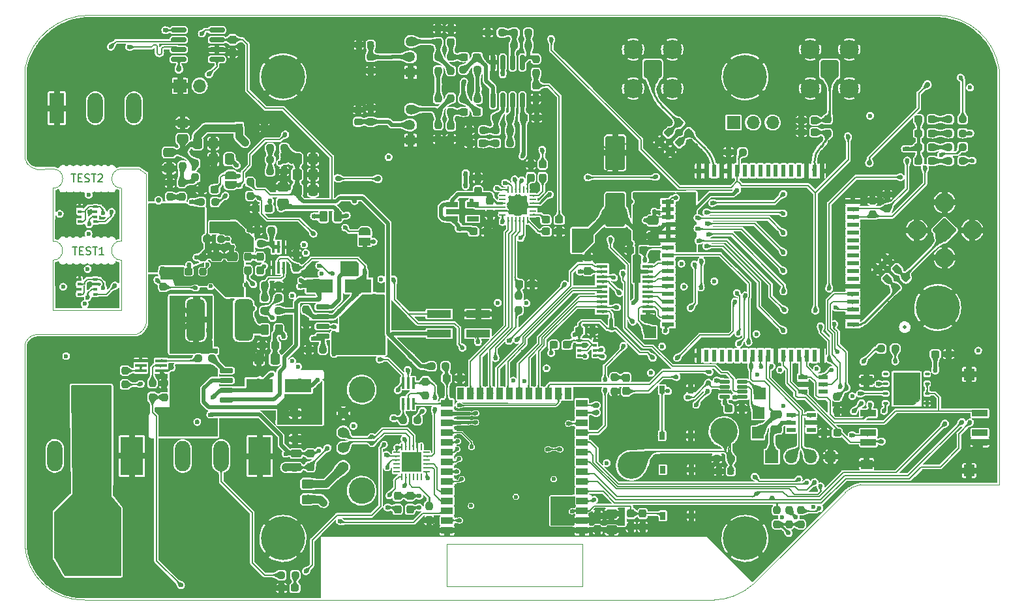
<source format=gbr>
%TF.GenerationSoftware,KiCad,Pcbnew,(6.0.9)*%
%TF.CreationDate,2022-11-25T15:53:43+02:00*%
%TF.ProjectId,Bird_detector_V1,42697264-5f64-4657-9465-63746f725f56,rev?*%
%TF.SameCoordinates,Original*%
%TF.FileFunction,Copper,L1,Top*%
%TF.FilePolarity,Positive*%
%FSLAX46Y46*%
G04 Gerber Fmt 4.6, Leading zero omitted, Abs format (unit mm)*
G04 Created by KiCad (PCBNEW (6.0.9)) date 2022-11-25 15:53:43*
%MOMM*%
%LPD*%
G01*
G04 APERTURE LIST*
G04 Aperture macros list*
%AMRoundRect*
0 Rectangle with rounded corners*
0 $1 Rounding radius*
0 $2 $3 $4 $5 $6 $7 $8 $9 X,Y pos of 4 corners*
0 Add a 4 corners polygon primitive as box body*
4,1,4,$2,$3,$4,$5,$6,$7,$8,$9,$2,$3,0*
0 Add four circle primitives for the rounded corners*
1,1,$1+$1,$2,$3*
1,1,$1+$1,$4,$5*
1,1,$1+$1,$6,$7*
1,1,$1+$1,$8,$9*
0 Add four rect primitives between the rounded corners*
20,1,$1+$1,$2,$3,$4,$5,0*
20,1,$1+$1,$4,$5,$6,$7,0*
20,1,$1+$1,$6,$7,$8,$9,0*
20,1,$1+$1,$8,$9,$2,$3,0*%
%AMFreePoly0*
4,1,22,0.500000,-0.750000,0.000000,-0.750000,0.000000,-0.745033,-0.079941,-0.743568,-0.215256,-0.701293,-0.333266,-0.622738,-0.424486,-0.514219,-0.481581,-0.384460,-0.499164,-0.250000,-0.500000,-0.250000,-0.500000,0.250000,-0.499164,0.250000,-0.499963,0.256109,-0.478152,0.396186,-0.417904,0.524511,-0.324060,0.630769,-0.204165,0.706417,-0.067858,0.745374,0.000000,0.744959,0.000000,0.750000,
0.500000,0.750000,0.500000,-0.750000,0.500000,-0.750000,$1*%
%AMFreePoly1*
4,1,20,0.000000,0.744959,0.073905,0.744508,0.209726,0.703889,0.328688,0.626782,0.421226,0.519385,0.479903,0.390333,0.500000,0.250000,0.500000,-0.250000,0.499851,-0.262216,0.476331,-0.402017,0.414519,-0.529596,0.319384,-0.634700,0.198574,-0.708877,0.061801,-0.746166,0.000000,-0.745033,0.000000,-0.750000,-0.500000,-0.750000,-0.500000,0.750000,0.000000,0.750000,0.000000,0.744959,
0.000000,0.744959,$1*%
%AMFreePoly2*
4,1,22,0.550000,-0.750000,0.000000,-0.750000,0.000000,-0.745033,-0.079941,-0.743568,-0.215256,-0.701293,-0.333266,-0.622738,-0.424486,-0.514219,-0.481581,-0.384460,-0.499164,-0.250000,-0.500000,-0.250000,-0.500000,0.250000,-0.499164,0.250000,-0.499963,0.256109,-0.478152,0.396186,-0.417904,0.524511,-0.324060,0.630769,-0.204165,0.706417,-0.067858,0.745374,0.000000,0.744959,0.000000,0.750000,
0.550000,0.750000,0.550000,-0.750000,0.550000,-0.750000,$1*%
%AMFreePoly3*
4,1,20,0.000000,0.744959,0.073905,0.744508,0.209726,0.703889,0.328688,0.626782,0.421226,0.519385,0.479903,0.390333,0.500000,0.250000,0.500000,-0.250000,0.499851,-0.262216,0.476331,-0.402017,0.414519,-0.529596,0.319384,-0.634700,0.198574,-0.708877,0.061801,-0.746166,0.000000,-0.745033,0.000000,-0.750000,-0.550000,-0.750000,-0.550000,0.750000,0.000000,0.750000,0.000000,0.744959,
0.000000,0.744959,$1*%
G04 Aperture macros list end*
%TA.AperFunction,Profile*%
%ADD10C,0.100000*%
%TD*%
%ADD11C,0.200000*%
%TA.AperFunction,NonConductor*%
%ADD12C,0.200000*%
%TD*%
%TA.AperFunction,Profile*%
%ADD13C,0.120000*%
%TD*%
%TA.AperFunction,EtchedComponent*%
%ADD14C,0.001000*%
%TD*%
%TA.AperFunction,ComponentPad*%
%ADD15R,1.700000X1.700000*%
%TD*%
%TA.AperFunction,ComponentPad*%
%ADD16O,1.700000X1.700000*%
%TD*%
%TA.AperFunction,ComponentPad*%
%ADD17C,3.000000*%
%TD*%
%TA.AperFunction,ComponentPad*%
%ADD18R,2.500000X2.500000*%
%TD*%
%TA.AperFunction,SMDPad,CuDef*%
%ADD19RoundRect,0.225000X0.225000X0.250000X-0.225000X0.250000X-0.225000X-0.250000X0.225000X-0.250000X0*%
%TD*%
%TA.AperFunction,SMDPad,CuDef*%
%ADD20RoundRect,0.225000X0.250000X-0.225000X0.250000X0.225000X-0.250000X0.225000X-0.250000X-0.225000X0*%
%TD*%
%TA.AperFunction,SMDPad,CuDef*%
%ADD21RoundRect,0.150000X-0.725000X-0.150000X0.725000X-0.150000X0.725000X0.150000X-0.725000X0.150000X0*%
%TD*%
%TA.AperFunction,ComponentPad*%
%ADD22R,1.980000X3.960000*%
%TD*%
%TA.AperFunction,ComponentPad*%
%ADD23O,1.980000X3.960000*%
%TD*%
%TA.AperFunction,SMDPad,CuDef*%
%ADD24RoundRect,0.062500X-0.062500X0.350000X-0.062500X-0.350000X0.062500X-0.350000X0.062500X0.350000X0*%
%TD*%
%TA.AperFunction,SMDPad,CuDef*%
%ADD25RoundRect,0.062500X-0.350000X0.062500X-0.350000X-0.062500X0.350000X-0.062500X0.350000X0.062500X0*%
%TD*%
%TA.AperFunction,SMDPad,CuDef*%
%ADD26R,2.600000X2.600000*%
%TD*%
%TA.AperFunction,SMDPad,CuDef*%
%ADD27RoundRect,0.150000X0.825000X0.150000X-0.825000X0.150000X-0.825000X-0.150000X0.825000X-0.150000X0*%
%TD*%
%TA.AperFunction,SMDPad,CuDef*%
%ADD28RoundRect,0.237500X0.237500X-0.250000X0.237500X0.250000X-0.237500X0.250000X-0.237500X-0.250000X0*%
%TD*%
%TA.AperFunction,SMDPad,CuDef*%
%ADD29RoundRect,0.237500X-0.300000X-0.237500X0.300000X-0.237500X0.300000X0.237500X-0.300000X0.237500X0*%
%TD*%
%TA.AperFunction,SMDPad,CuDef*%
%ADD30RoundRect,0.237500X0.250000X0.237500X-0.250000X0.237500X-0.250000X-0.237500X0.250000X-0.237500X0*%
%TD*%
%TA.AperFunction,SMDPad,CuDef*%
%ADD31C,0.500000*%
%TD*%
%TA.AperFunction,SMDPad,CuDef*%
%ADD32RoundRect,0.237500X-0.237500X0.300000X-0.237500X-0.300000X0.237500X-0.300000X0.237500X0.300000X0*%
%TD*%
%TA.AperFunction,SMDPad,CuDef*%
%ADD33RoundRect,0.237500X-0.237500X0.250000X-0.237500X-0.250000X0.237500X-0.250000X0.237500X0.250000X0*%
%TD*%
%TA.AperFunction,SMDPad,CuDef*%
%ADD34RoundRect,0.237500X0.300000X0.237500X-0.300000X0.237500X-0.300000X-0.237500X0.300000X-0.237500X0*%
%TD*%
%TA.AperFunction,SMDPad,CuDef*%
%ADD35R,1.500000X0.400000*%
%TD*%
%TA.AperFunction,SMDPad,CuDef*%
%ADD36RoundRect,0.250000X0.450000X-0.262500X0.450000X0.262500X-0.450000X0.262500X-0.450000X-0.262500X0*%
%TD*%
%TA.AperFunction,SMDPad,CuDef*%
%ADD37RoundRect,0.250000X1.000000X-1.950000X1.000000X1.950000X-1.000000X1.950000X-1.000000X-1.950000X0*%
%TD*%
%TA.AperFunction,SMDPad,CuDef*%
%ADD38R,0.700000X1.000000*%
%TD*%
%TA.AperFunction,SMDPad,CuDef*%
%ADD39RoundRect,0.250000X-0.337500X-0.475000X0.337500X-0.475000X0.337500X0.475000X-0.337500X0.475000X0*%
%TD*%
%TA.AperFunction,SMDPad,CuDef*%
%ADD40R,1.600000X0.600000*%
%TD*%
%TA.AperFunction,SMDPad,CuDef*%
%ADD41R,0.600000X1.600000*%
%TD*%
%TA.AperFunction,SMDPad,CuDef*%
%ADD42RoundRect,0.237500X0.287500X0.237500X-0.287500X0.237500X-0.287500X-0.237500X0.287500X-0.237500X0*%
%TD*%
%TA.AperFunction,SMDPad,CuDef*%
%ADD43R,0.400000X1.500000*%
%TD*%
%TA.AperFunction,SMDPad,CuDef*%
%ADD44RoundRect,0.150000X-0.150000X0.825000X-0.150000X-0.825000X0.150000X-0.825000X0.150000X0.825000X0*%
%TD*%
%TA.AperFunction,SMDPad,CuDef*%
%ADD45FreePoly0,90.000000*%
%TD*%
%TA.AperFunction,SMDPad,CuDef*%
%ADD46FreePoly1,90.000000*%
%TD*%
%TA.AperFunction,SMDPad,CuDef*%
%ADD47R,0.500000X0.350000*%
%TD*%
%TA.AperFunction,SMDPad,CuDef*%
%ADD48RoundRect,0.250000X-0.475000X0.337500X-0.475000X-0.337500X0.475000X-0.337500X0.475000X0.337500X0*%
%TD*%
%TA.AperFunction,SMDPad,CuDef*%
%ADD49RoundRect,0.237500X-0.250000X-0.237500X0.250000X-0.237500X0.250000X0.237500X-0.250000X0.237500X0*%
%TD*%
%TA.AperFunction,SMDPad,CuDef*%
%ADD50RoundRect,0.250000X0.475000X-0.250000X0.475000X0.250000X-0.475000X0.250000X-0.475000X-0.250000X0*%
%TD*%
%TA.AperFunction,SMDPad,CuDef*%
%ADD51R,0.900000X1.200000*%
%TD*%
%TA.AperFunction,SMDPad,CuDef*%
%ADD52R,3.150000X1.000000*%
%TD*%
%TA.AperFunction,ComponentPad*%
%ADD53C,3.600000*%
%TD*%
%TA.AperFunction,ConnectorPad*%
%ADD54C,5.700000*%
%TD*%
%TA.AperFunction,SMDPad,CuDef*%
%ADD55RoundRect,0.125000X0.537500X0.125000X-0.537500X0.125000X-0.537500X-0.125000X0.537500X-0.125000X0*%
%TD*%
%TA.AperFunction,SMDPad,CuDef*%
%ADD56RoundRect,0.250000X0.475000X-0.337500X0.475000X0.337500X-0.475000X0.337500X-0.475000X-0.337500X0*%
%TD*%
%TA.AperFunction,SMDPad,CuDef*%
%ADD57R,1.500000X1.500000*%
%TD*%
%TA.AperFunction,SMDPad,CuDef*%
%ADD58RoundRect,0.237500X0.237500X-0.300000X0.237500X0.300000X-0.237500X0.300000X-0.237500X-0.300000X0*%
%TD*%
%TA.AperFunction,ComponentPad*%
%ADD59RoundRect,0.200100X-0.949900X0.949900X-0.949900X-0.949900X0.949900X-0.949900X0.949900X0.949900X0*%
%TD*%
%TA.AperFunction,ComponentPad*%
%ADD60C,2.500000*%
%TD*%
%TA.AperFunction,SMDPad,CuDef*%
%ADD61RoundRect,0.237500X-0.237500X0.287500X-0.237500X-0.287500X0.237500X-0.287500X0.237500X0.287500X0*%
%TD*%
%TA.AperFunction,SMDPad,CuDef*%
%ADD62R,1.560000X0.650000*%
%TD*%
%TA.AperFunction,ComponentPad*%
%ADD63R,3.000000X5.000000*%
%TD*%
%TA.AperFunction,ComponentPad*%
%ADD64O,3.000000X5.000000*%
%TD*%
%TA.AperFunction,SMDPad,CuDef*%
%ADD65RoundRect,0.237500X0.237500X-0.287500X0.237500X0.287500X-0.237500X0.287500X-0.237500X-0.287500X0*%
%TD*%
%TA.AperFunction,ComponentPad*%
%ADD66RoundRect,0.200100X1.343361X0.000000X0.000000X1.343361X-1.343361X0.000000X0.000000X-1.343361X0*%
%TD*%
%TA.AperFunction,SMDPad,CuDef*%
%ADD67R,1.150000X0.600000*%
%TD*%
%TA.AperFunction,ComponentPad*%
%ADD68RoundRect,0.200100X0.949900X-0.949900X0.949900X0.949900X-0.949900X0.949900X-0.949900X-0.949900X0*%
%TD*%
%TA.AperFunction,SMDPad,CuDef*%
%ADD69RoundRect,0.100000X0.200000X0.100000X-0.200000X0.100000X-0.200000X-0.100000X0.200000X-0.100000X0*%
%TD*%
%TA.AperFunction,ComponentPad*%
%ADD70R,1.275000X1.275000*%
%TD*%
%TA.AperFunction,ComponentPad*%
%ADD71C,1.275000*%
%TD*%
%TA.AperFunction,SMDPad,CuDef*%
%ADD72RoundRect,0.250000X0.262500X0.450000X-0.262500X0.450000X-0.262500X-0.450000X0.262500X-0.450000X0*%
%TD*%
%TA.AperFunction,SMDPad,CuDef*%
%ADD73R,1.500000X0.900000*%
%TD*%
%TA.AperFunction,SMDPad,CuDef*%
%ADD74R,0.900000X1.500000*%
%TD*%
%TA.AperFunction,SMDPad,CuDef*%
%ADD75R,0.900000X0.900000*%
%TD*%
%TA.AperFunction,SMDPad,CuDef*%
%ADD76RoundRect,0.237500X0.380070X-0.044194X-0.044194X0.380070X-0.380070X0.044194X0.044194X-0.380070X0*%
%TD*%
%TA.AperFunction,SMDPad,CuDef*%
%ADD77RoundRect,0.237500X0.344715X-0.008839X-0.008839X0.344715X-0.344715X0.008839X0.008839X-0.344715X0*%
%TD*%
%TA.AperFunction,SMDPad,CuDef*%
%ADD78RoundRect,0.237500X0.044194X0.380070X-0.380070X-0.044194X-0.044194X-0.380070X0.380070X0.044194X0*%
%TD*%
%TA.AperFunction,SMDPad,CuDef*%
%ADD79RoundRect,0.250000X0.337500X0.475000X-0.337500X0.475000X-0.337500X-0.475000X0.337500X-0.475000X0*%
%TD*%
%TA.AperFunction,SMDPad,CuDef*%
%ADD80RoundRect,0.250000X-0.262500X-0.450000X0.262500X-0.450000X0.262500X0.450000X-0.262500X0.450000X0*%
%TD*%
%TA.AperFunction,ComponentPad*%
%ADD81C,1.400000*%
%TD*%
%TA.AperFunction,ComponentPad*%
%ADD82C,3.450000*%
%TD*%
%TA.AperFunction,SMDPad,CuDef*%
%ADD83R,3.500000X1.800000*%
%TD*%
%TA.AperFunction,SMDPad,CuDef*%
%ADD84RoundRect,0.600000X-0.600000X-2.100000X0.600000X-2.100000X0.600000X2.100000X-0.600000X2.100000X0*%
%TD*%
%TA.AperFunction,SMDPad,CuDef*%
%ADD85R,1.475000X0.450000*%
%TD*%
%TA.AperFunction,SMDPad,CuDef*%
%ADD86R,1.200000X0.900000*%
%TD*%
%TA.AperFunction,SMDPad,CuDef*%
%ADD87RoundRect,0.237500X-0.008839X-0.344715X0.344715X0.008839X0.008839X0.344715X-0.344715X-0.008839X0*%
%TD*%
%TA.AperFunction,SMDPad,CuDef*%
%ADD88RoundRect,0.150000X0.725000X0.150000X-0.725000X0.150000X-0.725000X-0.150000X0.725000X-0.150000X0*%
%TD*%
%TA.AperFunction,SMDPad,CuDef*%
%ADD89RoundRect,0.062500X0.062500X-0.325000X0.062500X0.325000X-0.062500X0.325000X-0.062500X-0.325000X0*%
%TD*%
%TA.AperFunction,SMDPad,CuDef*%
%ADD90RoundRect,0.062500X0.325000X-0.062500X0.325000X0.062500X-0.325000X0.062500X-0.325000X-0.062500X0*%
%TD*%
%TA.AperFunction,ComponentPad*%
%ADD91C,0.500000*%
%TD*%
%TA.AperFunction,SMDPad,CuDef*%
%ADD92R,2.450000X2.450000*%
%TD*%
%TA.AperFunction,SMDPad,CuDef*%
%ADD93FreePoly2,90.000000*%
%TD*%
%TA.AperFunction,SMDPad,CuDef*%
%ADD94R,1.500000X1.000000*%
%TD*%
%TA.AperFunction,SMDPad,CuDef*%
%ADD95FreePoly3,90.000000*%
%TD*%
%TA.AperFunction,SMDPad,CuDef*%
%ADD96RoundRect,0.250000X-0.450000X0.350000X-0.450000X-0.350000X0.450000X-0.350000X0.450000X0.350000X0*%
%TD*%
%TA.AperFunction,SMDPad,CuDef*%
%ADD97R,2.000000X0.900000*%
%TD*%
%TA.AperFunction,SMDPad,CuDef*%
%ADD98R,1.500000X1.200000*%
%TD*%
%TA.AperFunction,SMDPad,CuDef*%
%ADD99R,1.400000X1.500000*%
%TD*%
%TA.AperFunction,ComponentPad*%
%ADD100C,3.570000*%
%TD*%
%TA.AperFunction,ViaPad*%
%ADD101C,0.600000*%
%TD*%
%TA.AperFunction,ViaPad*%
%ADD102C,0.700000*%
%TD*%
%TA.AperFunction,Conductor*%
%ADD103C,0.500000*%
%TD*%
%TA.AperFunction,Conductor*%
%ADD104C,0.150000*%
%TD*%
%TA.AperFunction,Conductor*%
%ADD105C,0.200000*%
%TD*%
%TA.AperFunction,Conductor*%
%ADD106C,1.000000*%
%TD*%
%TA.AperFunction,Conductor*%
%ADD107C,0.146812*%
%TD*%
%TA.AperFunction,Conductor*%
%ADD108C,0.400000*%
%TD*%
%TA.AperFunction,Conductor*%
%ADD109C,0.250000*%
%TD*%
%TA.AperFunction,Conductor*%
%ADD110C,0.300000*%
%TD*%
%TA.AperFunction,Conductor*%
%ADD111C,0.147000*%
%TD*%
%TA.AperFunction,Conductor*%
%ADD112C,0.600000*%
%TD*%
%TA.AperFunction,Conductor*%
%ADD113C,0.293300*%
%TD*%
G04 APERTURE END LIST*
D10*
X186000000Y-136000000D02*
X198000000Y-124000000D01*
X91500000Y-69000000D02*
X91500000Y-80000000D01*
X95151800Y-91338400D02*
X95177200Y-84491200D01*
X146253200Y-130683000D02*
X163855400Y-130683000D01*
X163855400Y-130683000D02*
X163855400Y-136220200D01*
X163855400Y-136220200D02*
X146253200Y-136220200D01*
X146253200Y-136220200D02*
X146253200Y-130683000D01*
X107289600Y-82600800D02*
X107289600Y-102000000D01*
X104021800Y-91333000D02*
X104047200Y-84485800D01*
X91500000Y-80000000D02*
G75*
G03*
X93000000Y-82000000I1750000J-250000D01*
G01*
X100000000Y-61999995D02*
G75*
G03*
X91500000Y-69000000I-78860J-8564955D01*
G01*
X95168400Y-100333800D02*
X104038400Y-100333800D01*
X91500000Y-130750000D02*
G75*
G03*
X99250000Y-138000000I7563800J318200D01*
G01*
X95151800Y-93838400D02*
X95168400Y-100333800D01*
X200000005Y-123000022D02*
G75*
G03*
X198000000Y-124000000I865995J-4232078D01*
G01*
X218000000Y-123000000D02*
X218000000Y-69000000D01*
X93000000Y-103500000D02*
X106000000Y-103500000D01*
X106324400Y-81985800D02*
X107289600Y-82600800D01*
X181000000Y-138000013D02*
G75*
G03*
X186000000Y-136000000I-247500J7868713D01*
G01*
X104047200Y-81985800D02*
X106324400Y-81985800D01*
X99250000Y-138000000D02*
X181000000Y-138000000D01*
X104021800Y-93833000D02*
X104038400Y-100333800D01*
X91500000Y-130750000D02*
X91500000Y-105000000D01*
X105999998Y-103499995D02*
G75*
G03*
X107289600Y-102000000I-654198J1866795D01*
G01*
X93000000Y-82000000D02*
X95177200Y-81991200D01*
X218000000Y-123000000D02*
X200000000Y-123000000D01*
X218000023Y-68999996D02*
G75*
G03*
X210000000Y-62000000I-8171123J-1267004D01*
G01*
X210000000Y-62000000D02*
X100000000Y-62000000D01*
X93000000Y-103500000D02*
G75*
G03*
X91500000Y-105000000I143800J-1643800D01*
G01*
D11*
D12*
X97699771Y-92111580D02*
X98271200Y-92111580D01*
X97985485Y-93111580D02*
X97985485Y-92111580D01*
X98604533Y-92587771D02*
X98937866Y-92587771D01*
X99080723Y-93111580D02*
X98604533Y-93111580D01*
X98604533Y-92111580D01*
X99080723Y-92111580D01*
X99461676Y-93063961D02*
X99604533Y-93111580D01*
X99842628Y-93111580D01*
X99937866Y-93063961D01*
X99985485Y-93016342D01*
X100033104Y-92921104D01*
X100033104Y-92825866D01*
X99985485Y-92730628D01*
X99937866Y-92683009D01*
X99842628Y-92635390D01*
X99652152Y-92587771D01*
X99556914Y-92540152D01*
X99509295Y-92492533D01*
X99461676Y-92397295D01*
X99461676Y-92302057D01*
X99509295Y-92206819D01*
X99556914Y-92159200D01*
X99652152Y-92111580D01*
X99890247Y-92111580D01*
X100033104Y-92159200D01*
X100318819Y-92111580D02*
X100890247Y-92111580D01*
X100604533Y-93111580D02*
X100604533Y-92111580D01*
X101747390Y-93111580D02*
X101175961Y-93111580D01*
X101461676Y-93111580D02*
X101461676Y-92111580D01*
X101366438Y-92254438D01*
X101271200Y-92349676D01*
X101175961Y-92397295D01*
D11*
D12*
X97547371Y-82662780D02*
X98118800Y-82662780D01*
X97833085Y-83662780D02*
X97833085Y-82662780D01*
X98452133Y-83138971D02*
X98785466Y-83138971D01*
X98928323Y-83662780D02*
X98452133Y-83662780D01*
X98452133Y-82662780D01*
X98928323Y-82662780D01*
X99309276Y-83615161D02*
X99452133Y-83662780D01*
X99690228Y-83662780D01*
X99785466Y-83615161D01*
X99833085Y-83567542D01*
X99880704Y-83472304D01*
X99880704Y-83377066D01*
X99833085Y-83281828D01*
X99785466Y-83234209D01*
X99690228Y-83186590D01*
X99499752Y-83138971D01*
X99404514Y-83091352D01*
X99356895Y-83043733D01*
X99309276Y-82948495D01*
X99309276Y-82853257D01*
X99356895Y-82758019D01*
X99404514Y-82710400D01*
X99499752Y-82662780D01*
X99737847Y-82662780D01*
X99880704Y-82710400D01*
X100166419Y-82662780D02*
X100737847Y-82662780D01*
X100452133Y-83662780D02*
X100452133Y-82662780D01*
X101023561Y-82758019D02*
X101071180Y-82710400D01*
X101166419Y-82662780D01*
X101404514Y-82662780D01*
X101499752Y-82710400D01*
X101547371Y-82758019D01*
X101594990Y-82853257D01*
X101594990Y-82948495D01*
X101547371Y-83091352D01*
X100975942Y-83662780D01*
X101594990Y-83662780D01*
%TO.C,NT3*%
G36*
X149090000Y-115185000D02*
G01*
X148090000Y-115185000D01*
X148090000Y-114685000D01*
X149090000Y-114685000D01*
X149090000Y-115185000D01*
G37*
D13*
%TO.C,FID11*%
X95151800Y-93838400D02*
G75*
G03*
X95151800Y-91338400I0J1250000D01*
G01*
X104021800Y-91333000D02*
G75*
G03*
X104021800Y-93833000I0J-1250000D01*
G01*
%TO.C,FID12*%
X104047200Y-81985800D02*
G75*
G03*
X104047200Y-84485800I0J-1250000D01*
G01*
X95177200Y-84491200D02*
G75*
G03*
X95177200Y-81991200I0J1250000D01*
G01*
%TO.C,U21*%
G36*
X207640000Y-111940800D02*
G01*
X206840000Y-112640800D01*
X204240000Y-112640800D01*
X204240000Y-108440800D01*
X207640000Y-108440800D01*
X207640000Y-111940800D01*
G37*
D14*
X207640000Y-111940800D02*
X206840000Y-112640800D01*
X204240000Y-112640800D01*
X204240000Y-108440800D01*
X207640000Y-108440800D01*
X207640000Y-111940800D01*
%TO.C,NT4*%
G36*
X149090000Y-114042000D02*
G01*
X148090000Y-114042000D01*
X148090000Y-113542000D01*
X149090000Y-113542000D01*
X149090000Y-114042000D01*
G37*
%TO.C,JP5*%
G36*
X135936000Y-92314600D02*
G01*
X135336000Y-92314600D01*
X135336000Y-91814600D01*
X135936000Y-91814600D01*
X135936000Y-92314600D01*
G37*
%TO.C,NT1*%
G36*
X167864600Y-102735000D02*
G01*
X167364600Y-102735000D01*
X167364600Y-101735000D01*
X167864600Y-101735000D01*
X167864600Y-102735000D01*
G37*
%TD*%
D15*
%TO.P,J12,1,Pin_1*%
%TO.N,GND*%
X111658400Y-71170800D03*
D16*
%TO.P,J12,2,Pin_2*%
%TO.N,/Power Management +BMS/SMPSs/EN_3V3*%
X114198400Y-71170800D03*
%TD*%
D17*
%TO.P,C82,1*%
%TO.N,+BATT*%
X98137200Y-132791200D03*
D18*
%TO.P,C82,2*%
%TO.N,GND*%
X116137200Y-132791200D03*
%TD*%
D19*
%TO.P,C85,1*%
%TO.N,/Other data+storage/Shield3*%
X183147000Y-121259600D03*
%TO.P,C85,2*%
%TO.N,GND*%
X181597000Y-121259600D03*
%TD*%
%TO.P,C84,1*%
%TO.N,/Audio capture/Shield2*%
X136411000Y-65836800D03*
%TO.P,C84,2*%
%TO.N,GND*%
X134861000Y-65836800D03*
%TD*%
D20*
%TO.P,C83,1*%
%TO.N,/Audio capture/Shield1*%
X134772400Y-75857400D03*
%TO.P,C83,2*%
%TO.N,GND*%
X134772400Y-74307400D03*
%TD*%
D21*
%TO.P,Q11,1,S*%
%TO.N,IN_SYSTEM-*%
X130165400Y-99921700D03*
%TO.P,Q11,2,G*%
%TO.N,IN_USB_-*%
X130165400Y-101191700D03*
%TO.P,Q11,3,S*%
%TO.N,Net-(F3-Pad2)*%
X130165400Y-102461700D03*
%TO.P,Q11,4,G*%
%TO.N,Net-(Q11-Pad4)*%
X130165400Y-103731700D03*
%TO.P,Q11,5,D*%
%TO.N,/Power Management +BMS/Drain2*%
X135315400Y-103731700D03*
%TO.P,Q11,6,D*%
X135315400Y-102461700D03*
%TO.P,Q11,7,D*%
X135315400Y-101191700D03*
%TO.P,Q11,8,D*%
X135315400Y-99921700D03*
%TD*%
D22*
%TO.P,J7,1,Pin_1*%
%TO.N,GND*%
X95656400Y-74091800D03*
D23*
%TO.P,J7,2,Pin_2*%
%TO.N,/MCU+WIFI+BT/CAN_L*%
X100656400Y-74091800D03*
%TO.P,J7,3,Pin_3*%
%TO.N,/MCU+WIFI+BT/CAN_H*%
X105656400Y-74091800D03*
%TD*%
D24*
%TO.P,U2,1,~{RI}/CLK*%
%TO.N,/MCU+WIFI+BT/~{RI}*%
X142956600Y-118128300D03*
%TO.P,U2,2,GND*%
%TO.N,GND*%
X142456600Y-118128300D03*
%TO.P,U2,3,D+*%
%TO.N,D+*%
X141956600Y-118128300D03*
%TO.P,U2,4,D-*%
%TO.N,D-*%
X141456600Y-118128300D03*
%TO.P,U2,5,VIO*%
%TO.N,/MCU+WIFI+BT/VIO*%
X140956600Y-118128300D03*
%TO.P,U2,6,VDD*%
%TO.N,/MCU+WIFI+BT/VDD_CP*%
X140456600Y-118128300D03*
D25*
%TO.P,U2,7,VREGIN*%
X139769100Y-118815800D03*
%TO.P,U2,8,VBUS*%
%TO.N,/MCU+WIFI+BT/VBUS_DETECT_CP*%
X139769100Y-119315800D03*
%TO.P,U2,9,~{RST}*%
%TO.N,/MCU+WIFI+BT/~{RST_CP}*%
X139769100Y-119815800D03*
%TO.P,U2,10,NC*%
%TO.N,unconnected-(U2-Pad10)*%
X139769100Y-120315800D03*
%TO.P,U2,11,~{WAKEUP}/GPIO.3*%
%TO.N,unconnected-(U2-Pad11)*%
X139769100Y-120815800D03*
%TO.P,U2,12,RS485/GPIO.2*%
%TO.N,unconnected-(U2-Pad12)*%
X139769100Y-121315800D03*
D24*
%TO.P,U2,13,~{RXT}/GPIO.1*%
%TO.N,/MCU+WIFI+BT/RXT*%
X140456600Y-122003300D03*
%TO.P,U2,14,~{TXT}/GPIO.0*%
%TO.N,/MCU+WIFI+BT/TXT*%
X140956600Y-122003300D03*
%TO.P,U2,15,~{SUSPEND}*%
%TO.N,Net-(R30-Pad1)*%
X141456600Y-122003300D03*
%TO.P,U2,16,NC*%
%TO.N,unconnected-(U2-Pad16)*%
X141956600Y-122003300D03*
%TO.P,U2,17,SUSPEND*%
%TO.N,unconnected-(U2-Pad17)*%
X142456600Y-122003300D03*
%TO.P,U2,18,~{CTS}*%
%TO.N,/MCU+WIFI+BT/~{CTS}*%
X142956600Y-122003300D03*
D25*
%TO.P,U2,19,~{RTS}*%
%TO.N,/MCU+WIFI+BT/~{RTS}*%
X143644100Y-121315800D03*
%TO.P,U2,20,RXD*%
%TO.N,UART0_TX*%
X143644100Y-120815800D03*
%TO.P,U2,21,TXD*%
%TO.N,UART0_RX*%
X143644100Y-120315800D03*
%TO.P,U2,22,~{DSR}*%
%TO.N,/MCU+WIFI+BT/~{DSR}*%
X143644100Y-119815800D03*
%TO.P,U2,23,~{DTR}*%
%TO.N,/MCU+WIFI+BT/~{DTR}*%
X143644100Y-119315800D03*
%TO.P,U2,24,~{DCD}*%
%TO.N,/MCU+WIFI+BT/~{DCD}*%
X143644100Y-118815800D03*
D26*
%TO.P,U2,25,GND*%
%TO.N,GND*%
X141706600Y-120065800D03*
%TD*%
D27*
%TO.P,U4,1,TXD*%
%TO.N,/MCU+WIFI+BT/GPIO_42*%
X116447996Y-67741800D03*
%TO.P,U4,2,VSS*%
%TO.N,GND*%
X116447996Y-66471800D03*
%TO.P,U4,3,VDD*%
%TO.N,+3V3*%
X116447996Y-65201800D03*
%TO.P,U4,4,RXD*%
%TO.N,/MCU+WIFI+BT/GPIO_41*%
X116447996Y-63931800D03*
%TO.P,U4,5,SPLIT*%
%TO.N,/MCU+WIFI+BT/SPLIT*%
X111497996Y-63931800D03*
%TO.P,U4,6,CANL*%
%TO.N,/MCU+WIFI+BT/CAN_L*%
X111497996Y-65201800D03*
%TO.P,U4,7,CANH*%
%TO.N,/MCU+WIFI+BT/CAN_H*%
X111497996Y-66471800D03*
%TO.P,U4,8,STBY*%
%TO.N,/MCU+WIFI+BT/GPIO_02*%
X111497996Y-67741800D03*
%TD*%
D28*
%TO.P,R51,1*%
%TO.N,/Audio capture/MIC_BIASS*%
X145161000Y-69215000D03*
%TO.P,R51,2*%
%TO.N,/Audio capture/RAW_AUDIO_P*%
X145161000Y-67390000D03*
%TD*%
D29*
%TO.P,C43,1*%
%TO.N,+3V3*%
X209703500Y-106045000D03*
%TO.P,C43,2*%
%TO.N,GND*%
X211428500Y-106045000D03*
%TD*%
D30*
%TO.P,R5,1*%
%TO.N,Net-(Q3-Pad6)*%
X213256500Y-77343000D03*
%TO.P,R5,2*%
%TO.N,Net-(D1-Pad1)*%
X211431500Y-77343000D03*
%TD*%
D31*
%TO.P,NT3,1,1*%
%TO.N,/MCU+WIFI+BT/SDA*%
X149090000Y-114935000D03*
%TO.P,NT3,2,2*%
%TO.N,/MCU+WIFI+BT/GPIO_36*%
X148090000Y-114935000D03*
%TD*%
D32*
%TO.P,C32,1*%
%TO.N,/MCU+WIFI+BT/EN*%
X171704000Y-126772500D03*
%TO.P,C32,2*%
%TO.N,GND*%
X171704000Y-128497500D03*
%TD*%
D28*
%TO.P,R34,1*%
%TO.N,/MCU+WIFI+BT/BASE1*%
X143510000Y-111427900D03*
%TO.P,R34,2*%
%TO.N,/MCU+WIFI+BT/~{DTR}*%
X143510000Y-109602900D03*
%TD*%
D33*
%TO.P,R44,1*%
%TO.N,/Audio capture/RAW_AUDIO_L*%
X146812000Y-72771000D03*
%TO.P,R44,2*%
%TO.N,Net-(C27-Pad1)*%
X146812000Y-74596000D03*
%TD*%
D34*
%TO.P,C1,1*%
%TO.N,+1V8*%
X196975900Y-116281200D03*
%TO.P,C1,2*%
%TO.N,GND*%
X195250900Y-116281200D03*
%TD*%
D35*
%TO.P,Q12,1,S*%
%TO.N,GND*%
X106560000Y-106904000D03*
%TO.P,Q12,2,G*%
%TO.N,/Power Management +BMS/Q12_GATE2*%
X106560000Y-107554000D03*
%TO.P,Q12,3,D*%
X106560000Y-108204000D03*
%TO.P,Q12,4,S*%
%TO.N,GND*%
X109220000Y-108204000D03*
%TO.P,Q12,5,G*%
%TO.N,/Power Management +BMS/Q12_GATE*%
X109220000Y-107554000D03*
%TO.P,Q12,6,D*%
%TO.N,Net-(Q12-Pad6)*%
X109220000Y-106904000D03*
%TD*%
D36*
%TO.P,R78,1*%
%TO.N,IN_USB_+*%
X126720600Y-120775100D03*
%TO.P,R78,2*%
%TO.N,IN_USB_-*%
X126720600Y-118950100D03*
%TD*%
D33*
%TO.P,R13,1*%
%TO.N,GND*%
X201549000Y-86082500D03*
%TO.P,R13,2*%
%TO.N,/GSM+GPS/STAT_INT*%
X201549000Y-87907500D03*
%TD*%
D37*
%TO.P,C2,1*%
%TO.N,+3V8*%
X168148000Y-87291400D03*
%TO.P,C2,2*%
%TO.N,GND*%
X168148000Y-79891400D03*
%TD*%
D38*
%TO.P,SW2,1,A*%
%TO.N,/MCU+WIFI+BT/EN*%
X174324400Y-121053600D03*
X174324400Y-127053600D03*
%TO.P,SW2,2,B*%
%TO.N,GND*%
X178024400Y-127053600D03*
X178024400Y-121053600D03*
%TD*%
D30*
%TO.P,R60,1*%
%TO.N,/MCU+WIFI+BT/GPIO_04*%
X204493500Y-105333800D03*
%TO.P,R60,2*%
%TO.N,+3V3*%
X202668500Y-105333800D03*
%TD*%
D34*
%TO.P,C50,1*%
%TO.N,+BATT*%
X124052500Y-104902000D03*
%TO.P,C50,2*%
%TO.N,GND*%
X122327500Y-104902000D03*
%TD*%
D39*
%TO.P,C63,1*%
%TO.N,+3V8*%
X113897500Y-78663800D03*
%TO.P,C63,2*%
%TO.N,GND*%
X115972500Y-78663800D03*
%TD*%
D30*
%TO.P,R103,1*%
%TO.N,/Audio capture/OUT_R*%
X154479000Y-76962000D03*
%TO.P,R103,2*%
%TO.N,/Audio capture/FB_R*%
X152654000Y-76962000D03*
%TD*%
D40*
%TO.P,U1,1,GND*%
%TO.N,GND*%
X174994800Y-86234000D03*
%TO.P,U1,2,GND*%
X174994800Y-87234000D03*
%TO.P,U1,3,GND*%
X174994800Y-88234000D03*
%TO.P,U1,4,VBAT*%
%TO.N,+3V8*%
X174994800Y-89234000D03*
%TO.P,U1,5,VBAT*%
X174994800Y-90234000D03*
%TO.P,U1,6,VBAT*%
X174994800Y-91234000D03*
%TO.P,U1,7,VDD_EXT*%
%TO.N,Net-(C11-Pad1)*%
X174994800Y-92234000D03*
%TO.P,U1,8,PWRKEY*%
%TO.N,/GSM+GPS/PRWKEY*%
X174994800Y-93234000D03*
%TO.P,U1,9,DTR*%
%TO.N,/GSM+GPS/DTR_INT*%
X174994800Y-94234000D03*
%TO.P,U1,10,RI*%
%TO.N,/GSM+GPS/RI_INT*%
X174994800Y-95234000D03*
%TO.P,U1,11,DCD*%
%TO.N,/GSM+GPS/DCD_INT*%
X174994800Y-96234000D03*
%TO.P,U1,12,CTS*%
%TO.N,/GSM+GPS/CTS_INT*%
X174994800Y-97234000D03*
%TO.P,U1,13,RTS*%
%TO.N,/GSM+GPS/RTS_INT*%
X174994800Y-98234000D03*
%TO.P,U1,14,TXD*%
%TO.N,/GSM+GPS/RX_INT*%
X174994800Y-99234000D03*
%TO.P,U1,15,RXD*%
%TO.N,/GSM+GPS/TX_INT*%
X174994800Y-100234000D03*
%TO.P,U1,16,RESET*%
%TO.N,/GSM+GPS/RESET_INT*%
X174994800Y-101234000D03*
%TO.P,U1,17,V_RTC*%
%TO.N,Net-(C11-Pad1)*%
X174994800Y-102234000D03*
D41*
%TO.P,U1,18,GND*%
%TO.N,GND*%
X178994800Y-106234000D03*
%TO.P,U1,19,MIC1P*%
%TO.N,unconnected-(U1-Pad19)*%
X179994800Y-106234000D03*
%TO.P,U1,20,MIC1N*%
%TO.N,unconnected-(U1-Pad20)*%
X180994800Y-106234000D03*
%TO.P,U1,21,SPK1P*%
%TO.N,unconnected-(U1-Pad21)*%
X181994800Y-106234000D03*
%TO.P,U1,22,SPK1N*%
%TO.N,unconnected-(U1-Pad22)*%
X182994800Y-106234000D03*
%TO.P,U1,23,ADC1*%
%TO.N,unconnected-(U1-Pad23)*%
X183994800Y-106234000D03*
%TO.P,U1,24,ADC2*%
%TO.N,unconnected-(U1-Pad24)*%
X184994800Y-106234000D03*
%TO.P,U1,25,VCHG*%
%TO.N,/GSM+GPS/5V-DIY*%
X185994800Y-106234000D03*
%TO.P,U1,26,USB_D+*%
%TO.N,D2+*%
X186994800Y-106234000D03*
%TO.P,U1,27,USB_D-*%
%TO.N,D2-*%
X187994800Y-106234000D03*
%TO.P,U1,28,GND*%
%TO.N,GND*%
X188994800Y-106234000D03*
%TO.P,U1,29,SIM_VDD*%
%TO.N,+1V8*%
X189994800Y-106234000D03*
%TO.P,U1,30,SIM_DATA*%
%TO.N,/GSM+GPS/SIM_IO*%
X190994800Y-106234000D03*
%TO.P,U1,31,SIM_CLK*%
%TO.N,/GSM+GPS/SIM_CLK*%
X191994800Y-106234000D03*
%TO.P,U1,32,SIM_RST*%
%TO.N,/GSM+GPS/SIM_RST*%
X192994800Y-106234000D03*
%TO.P,U1,33,SIM_DETECT*%
%TO.N,unconnected-(U1-Pad33)*%
X193994800Y-106234000D03*
%TO.P,U1,34,GND*%
%TO.N,GND*%
X194994800Y-106234000D03*
D40*
%TO.P,U1,35,GPS_RF_IN*%
%TO.N,/GSM+GPS/GNSS_RF1*%
X198994800Y-102234000D03*
%TO.P,U1,36,GND*%
%TO.N,GND*%
X198994800Y-101234000D03*
%TO.P,U1,37,IPPS*%
%TO.N,/GSM+GPS/IPPS*%
X198994800Y-100234000D03*
%TO.P,U1,38,SDA*%
%TO.N,/GSM+GPS/SDA_INT*%
X198994800Y-99234000D03*
%TO.P,U1,39,SCL*%
%TO.N,/GSM+GPS/SCL_INT*%
X198994800Y-98234000D03*
%TO.P,U1,40,GND*%
%TO.N,GND*%
X198994800Y-97234000D03*
%TO.P,U1,41,PWM1*%
%TO.N,unconnected-(U1-Pad41)*%
X198994800Y-96234000D03*
%TO.P,U1,42,PWM2*%
%TO.N,unconnected-(U1-Pad42)*%
X198994800Y-95234000D03*
%TO.P,U1,43,GPIO5*%
%TO.N,unconnected-(U1-Pad43)*%
X198994800Y-94234000D03*
%TO.P,U1,44,GPIO6*%
%TO.N,unconnected-(U1-Pad44)*%
X198994800Y-93234000D03*
%TO.P,U1,45,PCM_SYNC*%
%TO.N,unconnected-(U1-Pad45)*%
X198994800Y-92234000D03*
%TO.P,U1,46,PCM_CLK*%
%TO.N,unconnected-(U1-Pad46)*%
X198994800Y-91234000D03*
%TO.P,U1,47,PCM_IN*%
%TO.N,unconnected-(U1-Pad47)*%
X198994800Y-90234000D03*
%TO.P,U1,48,PCM_OUT*%
%TO.N,unconnected-(U1-Pad48)*%
X198994800Y-89234000D03*
%TO.P,U1,49,STATUS*%
%TO.N,/GSM+GPS/STAT_INT*%
X198994800Y-88234000D03*
%TO.P,U1,50,NETLIGHT*%
%TO.N,/GSM+GPS/NETLIGHT*%
X198994800Y-87234000D03*
%TO.P,U1,51,GND*%
%TO.N,GND*%
X198994800Y-86234000D03*
D41*
%TO.P,U1,52,GND*%
X194994800Y-82234000D03*
%TO.P,U1,53,ANT_BT*%
%TO.N,/GSM+GPS/BT_RF1*%
X193994800Y-82234000D03*
%TO.P,U1,54,GND*%
%TO.N,GND*%
X192994800Y-82234000D03*
%TO.P,U1,55,ROW3*%
%TO.N,unconnected-(U1-Pad55)*%
X191994800Y-82234000D03*
%TO.P,U1,56,ROW2*%
%TO.N,unconnected-(U1-Pad56)*%
X190994800Y-82234000D03*
%TO.P,U1,57,ROW1*%
%TO.N,unconnected-(U1-Pad57)*%
X189994800Y-82234000D03*
%TO.P,U1,58,ROW0*%
%TO.N,unconnected-(U1-Pad58)*%
X188994800Y-82234000D03*
%TO.P,U1,59,COL3*%
%TO.N,unconnected-(U1-Pad59)*%
X187994800Y-82234000D03*
%TO.P,U1,60,COL2*%
%TO.N,unconnected-(U1-Pad60)*%
X186994800Y-82234000D03*
%TO.P,U1,61,COL1*%
%TO.N,unconnected-(U1-Pad61)*%
X185994800Y-82234000D03*
%TO.P,U1,62,COL0*%
%TO.N,unconnected-(U1-Pad62)*%
X184994800Y-82234000D03*
%TO.P,U1,63,RF_SYNS*%
%TO.N,/GSM+GPS/RF_SYNC*%
X183994800Y-82234000D03*
%TO.P,U1,64,GND*%
%TO.N,GND*%
X182994800Y-82234000D03*
%TO.P,U1,65,GND*%
X181994800Y-82234000D03*
%TO.P,U1,66,GSM_RF_IN*%
%TO.N,/GSM+GPS/GSM_RF1*%
X180994800Y-82234000D03*
%TO.P,U1,67,GND*%
%TO.N,GND*%
X179994800Y-82234000D03*
%TO.P,U1,68,GND*%
X178994800Y-82234000D03*
%TD*%
D42*
%TO.P,D3,1,K*%
%TO.N,Net-(D3-Pad1)*%
X209282000Y-79171800D03*
%TO.P,D3,2,A*%
%TO.N,/GSM+GPS/LED_PWR*%
X207532000Y-79171800D03*
%TD*%
D33*
%TO.P,R115,1*%
%TO.N,/MCU+WIFI+BT/GPIO_05*%
X189153800Y-126339600D03*
%TO.P,R115,2*%
%TO.N,+3V3*%
X189153800Y-128164600D03*
%TD*%
%TO.P,R106,1*%
%TO.N,GND*%
X109601000Y-109831500D03*
%TO.P,R106,2*%
%TO.N,/MCU+WIFI+BT/GPIO_46*%
X109601000Y-111656500D03*
%TD*%
D43*
%TO.P,Q10,1,S*%
%TO.N,GND*%
X123783500Y-94802000D03*
%TO.P,Q10,2,G*%
%TO.N,IN_USB_-*%
X124433500Y-94802000D03*
%TO.P,Q10,3,D*%
%TO.N,Net-(Q10-Pad3)*%
X125083500Y-94802000D03*
%TO.P,Q10,4,S*%
%TO.N,GND*%
X125083500Y-92142000D03*
%TO.P,Q10,5,G*%
%TO.N,Net-(Q10-Pad5)*%
X124433500Y-92142000D03*
%TO.P,Q10,6,D*%
X123783500Y-92142000D03*
%TD*%
D44*
%TO.P,U7,1*%
%TO.N,/Audio capture/OUT_L*%
X156083000Y-68137000D03*
%TO.P,U7,2,-*%
%TO.N,/Audio capture/FB_L*%
X154813000Y-68137000D03*
%TO.P,U7,3,+*%
%TO.N,Net-(C68-Pad1)*%
X153543000Y-68137000D03*
%TO.P,U7,4,V-*%
%TO.N,GND*%
X152273000Y-68137000D03*
%TO.P,U7,5,+*%
%TO.N,Net-(C73-Pad1)*%
X152273000Y-73087000D03*
%TO.P,U7,6,-*%
%TO.N,/Audio capture/FB_R*%
X153543000Y-73087000D03*
%TO.P,U7,7*%
%TO.N,/Audio capture/OUT_R*%
X154813000Y-73087000D03*
%TO.P,U7,8,V+*%
%TO.N,+3.3VA*%
X156083000Y-73087000D03*
%TD*%
D45*
%TO.P,JP6,1,A*%
%TO.N,/GSM+GPS/RF_SYNC*%
X118237000Y-84063600D03*
D46*
%TO.P,JP6,2,B*%
%TO.N,/Power Management +BMS/SMPSs/EN_3V3*%
X118237000Y-82763600D03*
%TD*%
D47*
%TO.P,U20,1,GND*%
%TO.N,GND1*%
X100648200Y-96327000D03*
%TO.P,U20,2,CSB*%
%TO.N,3.33v*%
X100648200Y-96977000D03*
%TO.P,U20,3,SDI*%
%TO.N,/MCU+WIFI+BT/test/SDA2*%
X100648200Y-97627000D03*
%TO.P,U20,4,SCK*%
%TO.N,/MCU+WIFI+BT/test/SCL2*%
X100648200Y-98277000D03*
%TO.P,U20,5,SDO*%
%TO.N,GND1*%
X98598200Y-98277000D03*
%TO.P,U20,6,VDDIO*%
%TO.N,3.33v*%
X98598200Y-97627000D03*
%TO.P,U20,7,GND*%
%TO.N,GND1*%
X98598200Y-96977000D03*
%TO.P,U20,8,VDD*%
%TO.N,3.33v*%
X98598200Y-96327000D03*
%TD*%
D48*
%TO.P,C46,1*%
%TO.N,GND*%
X118413700Y-93348900D03*
%TO.P,C46,2*%
%TO.N,VDC*%
X118413700Y-95423900D03*
%TD*%
D33*
%TO.P,R47,1*%
%TO.N,/Audio capture/RAW_AUDIO_L*%
X145161000Y-76280000D03*
%TO.P,R47,2*%
%TO.N,GND*%
X145161000Y-78105000D03*
%TD*%
D30*
%TO.P,R43,1*%
%TO.N,1V8A*%
X150264500Y-72898000D03*
%TO.P,R43,2*%
%TO.N,Net-(C68-Pad1)*%
X148439500Y-72898000D03*
%TD*%
D28*
%TO.P,R82,1*%
%TO.N,Net-(Q9-Pad4)*%
X114604800Y-95298900D03*
%TO.P,R82,2*%
%TO.N,GND*%
X114604800Y-93473900D03*
%TD*%
D48*
%TO.P,C20,1*%
%TO.N,+3V3*%
X167690800Y-126800700D03*
%TO.P,C20,2*%
%TO.N,GND*%
X167690800Y-128875700D03*
%TD*%
D49*
%TO.P,R40,1*%
%TO.N,/MCU+WIFI+BT/~{RTS}*%
X140641700Y-114604800D03*
%TO.P,R40,2*%
%TO.N,/MCU+WIFI+BT/BASE2*%
X142466700Y-114604800D03*
%TD*%
D33*
%TO.P,R84,1*%
%TO.N,IN_USB_-*%
X128016000Y-100255700D03*
%TO.P,R84,2*%
%TO.N,GND*%
X128016000Y-102080700D03*
%TD*%
D50*
%TO.P,C9,1*%
%TO.N,/GSM+GPS/5V-in2*%
X189026800Y-115808800D03*
%TO.P,C9,2*%
%TO.N,/GSM+GPS/5V-DIY*%
X189026800Y-113908800D03*
%TD*%
D33*
%TO.P,R104,1*%
%TO.N,/Power Management +BMS/Q12_GATE2*%
X104521000Y-108180500D03*
%TO.P,R104,2*%
%TO.N,IN_SOLAR-*%
X104521000Y-110005500D03*
%TD*%
%TO.P,R90,1*%
%TO.N,+3V8*%
X112014000Y-79759800D03*
%TO.P,R90,2*%
%TO.N,/Power Management +BMS/SMPSs/FB_3V8*%
X112014000Y-81584800D03*
%TD*%
D51*
%TO.P,D6,1,K*%
%TO.N,+3V8*%
X119330200Y-76682600D03*
%TO.P,D6,2,A*%
%TO.N,GND*%
X122630200Y-76682600D03*
%TD*%
D52*
%TO.P,J18,1,Pin_1*%
%TO.N,/MCU+WIFI+BT/SCL*%
X150353000Y-103378000D03*
%TO.P,J18,2,Pin_2*%
%TO.N,+3V3*%
X145303000Y-103378000D03*
%TO.P,J18,3,Pin_3*%
%TO.N,GND*%
X150353000Y-100838000D03*
%TO.P,J18,4,Pin_4*%
%TO.N,/MCU+WIFI+BT/SDA*%
X145303000Y-100838000D03*
%TD*%
D53*
%TO.P,H3,1,1*%
%TO.N,GND*%
X210000000Y-100000000D03*
D54*
X210000000Y-100000000D03*
%TD*%
D55*
%TO.P,U13,1,AIN0*%
%TO.N,/Power Management +BMS/Temp1_out*%
X184652500Y-111592000D03*
%TO.P,U13,2,AIN1*%
%TO.N,/Power Management +BMS/Temp2_out*%
X184652500Y-110942000D03*
%TO.P,U13,3,AIN2*%
%TO.N,Net-(TP3-Pad1)*%
X184652500Y-110292000D03*
%TO.P,U13,4,AIN3/REF*%
%TO.N,Net-(TP4-Pad1)*%
X184652500Y-109642000D03*
%TO.P,U13,5,SCL*%
%TO.N,/MCU+WIFI+BT/SCL*%
X182377500Y-109642000D03*
%TO.P,U13,6,SDA*%
%TO.N,/MCU+WIFI+BT/SDA*%
X182377500Y-110292000D03*
%TO.P,U13,7,GND*%
%TO.N,GND*%
X182377500Y-110942000D03*
%TO.P,U13,8,Vdd*%
%TO.N,+3V3*%
X182377500Y-111592000D03*
%TD*%
D54*
%TO.P,H5,1,1*%
%TO.N,GND*%
X125000000Y-70000000D03*
D53*
X125000000Y-70000000D03*
%TD*%
D28*
%TO.P,R57,1*%
%TO.N,/Audio capture/RAW_AUDIO_P*%
X145161000Y-65532000D03*
%TO.P,R57,2*%
%TO.N,GND*%
X145161000Y-63707000D03*
%TD*%
D32*
%TO.P,C22,1*%
%TO.N,+3V3*%
X118491000Y-65177500D03*
%TO.P,C22,2*%
%TO.N,GND*%
X118491000Y-66902500D03*
%TD*%
D34*
%TO.P,C11,1*%
%TO.N,Net-(C11-Pad1)*%
X171779100Y-92506800D03*
%TO.P,C11,2*%
%TO.N,GND*%
X170054100Y-92506800D03*
%TD*%
%TO.P,C70,1*%
%TO.N,/Audio capture/LEFT_IN_AMP*%
X160883600Y-88596300D03*
%TO.P,C70,2*%
%TO.N,Net-(C70-Pad2)*%
X159158600Y-88596300D03*
%TD*%
%TO.P,C45,1*%
%TO.N,Net-(C45-Pad1)*%
X112774900Y-95326200D03*
%TO.P,C45,2*%
%TO.N,VDC*%
X111049900Y-95326200D03*
%TD*%
D30*
%TO.P,R71,1*%
%TO.N,Net-(Q10-Pad5)*%
X122120200Y-91694000D03*
%TO.P,R71,2*%
%TO.N,VDC*%
X120295200Y-91694000D03*
%TD*%
D33*
%TO.P,R89,1*%
%TO.N,+3V8*%
X113614200Y-81256500D03*
%TO.P,R89,2*%
%TO.N,/Power Management +BMS/SMPSs/FB_3V8*%
X113614200Y-83081500D03*
%TD*%
D56*
%TO.P,C65,1*%
%TO.N,+3V8*%
X111988600Y-78075700D03*
%TO.P,C65,2*%
%TO.N,GND*%
X111988600Y-76000700D03*
%TD*%
D33*
%TO.P,R56,1*%
%TO.N,/Audio capture/Shield2*%
X136398000Y-67413500D03*
%TO.P,R56,2*%
%TO.N,GND*%
X136398000Y-69238500D03*
%TD*%
D49*
%TO.P,R48,1*%
%TO.N,/Audio capture/FB_L*%
X155043500Y-65913000D03*
%TO.P,R48,2*%
%TO.N,/Audio capture/OUT_L*%
X156868500Y-65913000D03*
%TD*%
D57*
%TO.P,TP3,1,1*%
%TO.N,Net-(TP3-Pad1)*%
X186740800Y-113690400D03*
%TD*%
D56*
%TO.P,C47,1*%
%TO.N,VDC*%
X116382800Y-95423900D03*
%TO.P,C47,2*%
%TO.N,GND*%
X116382800Y-93348900D03*
%TD*%
D58*
%TO.P,C72,1*%
%TO.N,Net-(C72-Pad1)*%
X157200600Y-83108800D03*
%TO.P,C72,2*%
%TO.N,GND*%
X157200600Y-81383800D03*
%TD*%
D49*
%TO.P,R64,1*%
%TO.N,/Power Management +BMS/raw_solar*%
X124792100Y-134772400D03*
%TO.P,R64,2*%
%TO.N,/Power Management +BMS/ops_led*%
X126617100Y-134772400D03*
%TD*%
D59*
%TO.P,J4,1,In*%
%TO.N,/GSM+GPS/BT_RF2*%
X196000000Y-69000000D03*
D60*
%TO.P,J4,2,Ext*%
%TO.N,GND*%
X193460000Y-66460000D03*
X198540000Y-66460000D03*
X198540000Y-71540000D03*
X193460000Y-71540000D03*
%TD*%
D42*
%TO.P,D14,1,K*%
%TO.N,/Power Management +BMS/ops_led*%
X126579600Y-136423400D03*
%TO.P,D14,2,A*%
%TO.N,GND*%
X124829600Y-136423400D03*
%TD*%
D61*
%TO.P,D19,1,K*%
%TO.N,Net-(D19-Pad1)*%
X169570400Y-109107000D03*
%TO.P,D19,2,A*%
%TO.N,/Other data+storage/P17*%
X169570400Y-110857000D03*
%TD*%
D30*
%TO.P,R17,1*%
%TO.N,Net-(Q5-Pad3)*%
X213256500Y-80924400D03*
%TO.P,R17,2*%
%TO.N,Net-(D4-Pad1)*%
X211431500Y-80924400D03*
%TD*%
D49*
%TO.P,R59,1*%
%TO.N,GND*%
X149225000Y-76962000D03*
%TO.P,R59,2*%
%TO.N,/Audio capture/FB_R*%
X151050000Y-76962000D03*
%TD*%
D30*
%TO.P,R52,1*%
%TO.N,1V8A*%
X150264500Y-69088000D03*
%TO.P,R52,2*%
%TO.N,Net-(C73-Pad1)*%
X148439500Y-69088000D03*
%TD*%
D47*
%TO.P,U5,1,GND*%
%TO.N,GND*%
X165515400Y-104266800D03*
%TO.P,U5,2,CSB*%
%TO.N,+3V3*%
X165515400Y-104916800D03*
%TO.P,U5,3,SDI*%
%TO.N,/MCU+WIFI+BT/SDA*%
X165515400Y-105566800D03*
%TO.P,U5,4,SCK*%
%TO.N,/MCU+WIFI+BT/SCL*%
X165515400Y-106216800D03*
%TO.P,U5,5,SDO*%
%TO.N,/MCU+WIFI+BT/ADRESS_BME280*%
X163465400Y-106216800D03*
%TO.P,U5,6,VDDIO*%
%TO.N,+3V3*%
X163465400Y-105566800D03*
%TO.P,U5,7,GND*%
%TO.N,GND*%
X163465400Y-104916800D03*
%TO.P,U5,8,VDD*%
%TO.N,+3V3*%
X163465400Y-104266800D03*
%TD*%
D30*
%TO.P,R7,1*%
%TO.N,Net-(Q3-Pad3)*%
X213256500Y-79146400D03*
%TO.P,R7,2*%
%TO.N,Net-(D3-Pad1)*%
X211431500Y-79146400D03*
%TD*%
D62*
%TO.P,U11,1,IN*%
%TO.N,+3.3VA*%
X146935200Y-86578400D03*
%TO.P,U11,2,GND*%
%TO.N,GND*%
X146935200Y-87528400D03*
%TO.P,U11,3,EN*%
%TO.N,+3.3VA*%
X146935200Y-88478400D03*
%TO.P,U11,4,NC*%
%TO.N,unconnected-(U11-Pad4)*%
X149635200Y-88478400D03*
%TO.P,U11,5,OUT*%
%TO.N,1V8A*%
X149635200Y-86578400D03*
%TD*%
D33*
%TO.P,R30,1*%
%TO.N,Net-(R30-Pad1)*%
X143992600Y-125782700D03*
%TO.P,R30,2*%
%TO.N,GND*%
X143992600Y-127607700D03*
%TD*%
D34*
%TO.P,C77,1*%
%TO.N,+3V3*%
X161898500Y-104851200D03*
%TO.P,C77,2*%
%TO.N,Net-(C77-Pad2)*%
X160173500Y-104851200D03*
%TD*%
D30*
%TO.P,R6,1*%
%TO.N,Net-(Q1-Pad3)*%
X213256500Y-75539600D03*
%TO.P,R6,2*%
%TO.N,Net-(D2-Pad1)*%
X211431500Y-75539600D03*
%TD*%
D63*
%TO.P,J14,1,Pin_1*%
%TO.N,GND*%
X105410000Y-119278400D03*
D64*
%TO.P,J14,2,Pin_2*%
%TO.N,+BATT*%
X100410000Y-119278400D03*
D23*
%TO.P,J14,3,Pin_3*%
%TO.N,/Power Management +BMS/Heater_Input*%
X95410000Y-119278400D03*
%TD*%
D30*
%TO.P,R54,1*%
%TO.N,/Audio capture/OUT_R*%
X154479000Y-78613000D03*
%TO.P,R54,2*%
%TO.N,/Audio capture/RIGHT_IN_AMP*%
X152654000Y-78613000D03*
%TD*%
D42*
%TO.P,D2,1,K*%
%TO.N,Net-(D2-Pad1)*%
X209282000Y-75539600D03*
%TO.P,D2,2,A*%
%TO.N,/GSM+GPS/LED_PWR*%
X207532000Y-75539600D03*
%TD*%
D33*
%TO.P,R109,1*%
%TO.N,/Audio capture/RESET_AUDIO*%
X155600400Y-98503100D03*
%TO.P,R109,2*%
%TO.N,/MCU+WIFI+BT/GPIO_38*%
X155600400Y-100328100D03*
%TD*%
D28*
%TO.P,R98,1*%
%TO.N,GND*%
X168046400Y-110894500D03*
%TO.P,R98,2*%
%TO.N,Net-(D19-Pad1)*%
X168046400Y-109069500D03*
%TD*%
D65*
%TO.P,D15,1,K*%
%TO.N,Net-(D15-Pad1)*%
X120446800Y-95159800D03*
%TO.P,D15,2,A*%
%TO.N,Net-(D15-Pad2)*%
X120446800Y-93409800D03*
%TD*%
D34*
%TO.P,C66,1*%
%TO.N,/Power Management +BMS/SMPSs/EN_3V3*%
X116153100Y-84632800D03*
%TO.P,C66,2*%
%TO.N,GND*%
X114428100Y-84632800D03*
%TD*%
D66*
%TO.P,J5,1,In*%
%TO.N,/GSM+GPS/GNSS_RF2*%
X210896200Y-89941400D03*
D60*
%TO.P,J5,2,Ext*%
%TO.N,GND*%
X210896200Y-86349298D03*
X214488302Y-89941400D03*
X210896200Y-93533502D03*
X207304098Y-89941400D03*
%TD*%
D33*
%TO.P,R93,1*%
%TO.N,VDC*%
X109474000Y-95455100D03*
%TO.P,R93,2*%
%TO.N,/MCU+WIFI+BT/HEAT*%
X109474000Y-97280100D03*
%TD*%
D30*
%TO.P,R73,1*%
%TO.N,GND*%
X124457000Y-97129600D03*
%TO.P,R73,2*%
%TO.N,Net-(Q10-Pad3)*%
X122632000Y-97129600D03*
%TD*%
D32*
%TO.P,C39,1*%
%TO.N,+3.3VA*%
X151892000Y-86107100D03*
%TO.P,C39,2*%
%TO.N,GND*%
X151892000Y-87832100D03*
%TD*%
D30*
%TO.P,R69,1*%
%TO.N,VDC*%
X124406200Y-100431600D03*
%TO.P,R69,2*%
%TO.N,/Power Management +BMS/MPPT*%
X122581200Y-100431600D03*
%TD*%
D28*
%TO.P,R24,1*%
%TO.N,/GSM+GPS/BT_RF1*%
X195707000Y-77366500D03*
%TO.P,R24,2*%
%TO.N,/GSM+GPS/BT_RF2*%
X195707000Y-75541500D03*
%TD*%
D67*
%TO.P,D5,1,I/O1*%
%TO.N,/GSM+GPS/SIM_CLK*%
X192502000Y-109032000D03*
%TO.P,D5,2,VSS*%
%TO.N,GND*%
X192502000Y-109982000D03*
%TO.P,D5,3,I/O2*%
%TO.N,/GSM+GPS/SIM_IO*%
X192502000Y-110932000D03*
%TO.P,D5,4,I/O3*%
%TO.N,unconnected-(D5-Pad4)*%
X195102000Y-110932000D03*
%TO.P,D5,5,VCC*%
%TO.N,+3V3*%
X195102000Y-109982000D03*
%TO.P,D5,6,I/O4*%
%TO.N,/GSM+GPS/SIM_RST*%
X195102000Y-109032000D03*
%TD*%
D32*
%TO.P,C28,1*%
%TO.N,/Audio capture/LEFT_IN_AMP*%
X157861000Y-71146500D03*
%TO.P,C28,2*%
%TO.N,GND*%
X157861000Y-72871500D03*
%TD*%
D58*
%TO.P,C55,1*%
%TO.N,IN_USB_+*%
X128574800Y-120699700D03*
%TO.P,C55,2*%
%TO.N,IN_USB_-*%
X128574800Y-118974700D03*
%TD*%
D33*
%TO.P,R12,1*%
%TO.N,GND*%
X203454000Y-85320500D03*
%TO.P,R12,2*%
%TO.N,/GSM+GPS/NETLIGHT*%
X203454000Y-87145500D03*
%TD*%
D68*
%TO.P,J2,1,In*%
%TO.N,/GSM+GPS/GSM_RF2*%
X173000000Y-69000000D03*
D60*
%TO.P,J2,2,Ext*%
%TO.N,GND*%
X175540000Y-66460000D03*
X170460000Y-66460000D03*
X175540000Y-71540000D03*
X170460000Y-71540000D03*
%TD*%
D34*
%TO.P,C61,1*%
%TO.N,/Power Management +BMS/SMPSs/EN_3V3*%
X123163500Y-87122000D03*
%TO.P,C61,2*%
%TO.N,GND*%
X121438500Y-87122000D03*
%TD*%
D57*
%TO.P,TP4,1,1*%
%TO.N,Net-(TP4-Pad1)*%
X186944000Y-111125000D03*
%TD*%
D31*
%TO.P,FID1,*%
%TO.N,*%
X205740000Y-102539800D03*
%TD*%
D69*
%TO.P,U21,1,GND*%
%TO.N,GND*%
X208640000Y-112440800D03*
%TO.P,U21,2,NC/IO*%
%TO.N,/GSM+GPS/SIM_IO*%
X208640000Y-111170800D03*
%TO.P,U21,3,IO/NC*%
X208640000Y-109900800D03*
%TO.P,U21,4,NC*%
%TO.N,unconnected-(U21-Pad4)*%
X208640000Y-108630800D03*
%TO.P,U21,5,NC*%
%TO.N,unconnected-(U21-Pad5)*%
X203240000Y-108630800D03*
%TO.P,U21,6,CLK*%
%TO.N,/GSM+GPS/SIM_CLK*%
X203240000Y-109900800D03*
%TO.P,U21,7,RST*%
%TO.N,/GSM+GPS/SIM_RST*%
X203240000Y-111170800D03*
%TO.P,U21,8,VCC*%
%TO.N,+1V8*%
X203240000Y-112440800D03*
%TD*%
D28*
%TO.P,R53,1*%
%TO.N,/Audio capture/RAW_AUDIO_P*%
X146812000Y-69238500D03*
%TO.P,R53,2*%
%TO.N,Net-(C30-Pad1)*%
X146812000Y-67413500D03*
%TD*%
D47*
%TO.P,U22,1,GND*%
%TO.N,GND2*%
X100686984Y-86890784D03*
%TO.P,U22,2,CSB*%
%TO.N,3.33v2*%
X100686984Y-87540784D03*
%TO.P,U22,3,SDI*%
%TO.N,/MCU+WIFI+BT/test/SDA*%
X100686984Y-88190784D03*
%TO.P,U22,4,SCK*%
%TO.N,/MCU+WIFI+BT/test/SCL*%
X100686984Y-88840784D03*
%TO.P,U22,5,SDO*%
%TO.N,GND2*%
X98636984Y-88840784D03*
%TO.P,U22,6,VDDIO*%
%TO.N,3.33v2*%
X98636984Y-88190784D03*
%TO.P,U22,7,GND*%
%TO.N,GND2*%
X98636984Y-87540784D03*
%TO.P,U22,8,VDD*%
%TO.N,3.33v2*%
X98636984Y-86890784D03*
%TD*%
D34*
%TO.P,C12,1*%
%TO.N,/GSM+GPS/BT_RF1*%
X194056000Y-77216000D03*
%TO.P,C12,2*%
%TO.N,GND*%
X192331000Y-77216000D03*
%TD*%
D33*
%TO.P,R112,1*%
%TO.N,/MCU+WIFI+BT/GPIO_15*%
X190703200Y-126339600D03*
%TO.P,R112,2*%
%TO.N,+3V3*%
X190703200Y-128164600D03*
%TD*%
D38*
%TO.P,SW1,1,A*%
%TO.N,GND*%
X177922800Y-110639600D03*
X177922800Y-116639600D03*
%TO.P,SW1,2,B*%
%TO.N,/GSM+GPS/RESET*%
X174222800Y-116639600D03*
X174222800Y-110639600D03*
%TD*%
D33*
%TO.P,R42,1*%
%TO.N,/Audio capture/MIC_BIASS*%
X145161000Y-72851000D03*
%TO.P,R42,2*%
%TO.N,/Audio capture/RAW_AUDIO_L*%
X145161000Y-74676000D03*
%TD*%
D49*
%TO.P,R50,1*%
%TO.N,GND*%
X151614500Y-64262000D03*
%TO.P,R50,2*%
%TO.N,/Audio capture/FB_L*%
X153439500Y-64262000D03*
%TD*%
D54*
%TO.P,H1,1,1*%
%TO.N,GND*%
X125000000Y-130000000D03*
D53*
X125000000Y-130000000D03*
%TD*%
D15*
%TO.P,JP1,1,A*%
%TO.N,+3V8*%
X183504600Y-75946000D03*
D16*
%TO.P,JP1,2,C*%
%TO.N,/GSM+GPS/LED_PWR*%
X186044600Y-75946000D03*
%TO.P,JP1,3,B*%
%TO.N,unconnected-(JP1-Pad3)*%
X188584600Y-75946000D03*
%TD*%
D29*
%TO.P,C53,1*%
%TO.N,+3V3*%
X182881100Y-113131600D03*
%TO.P,C53,2*%
%TO.N,GND*%
X184606100Y-113131600D03*
%TD*%
D70*
%TO.P,J9,1,1*%
%TO.N,GND*%
X141579600Y-69418200D03*
D71*
%TO.P,J9,2,2*%
%TO.N,/Audio capture/Shield2*%
X141579600Y-67418200D03*
%TO.P,J9,3,3*%
%TO.N,/Audio capture/RAW_AUDIO_P*%
X141579600Y-65418200D03*
%TD*%
D72*
%TO.P,R81,1*%
%TO.N,IN_SYSTEM+*%
X132103500Y-88138000D03*
%TO.P,R81,2*%
%TO.N,IN_SYSTEM-*%
X130278500Y-88138000D03*
%TD*%
D73*
%TO.P,U3,1,GND*%
%TO.N,GND*%
X163817000Y-128946800D03*
%TO.P,U3,2,3V3*%
%TO.N,+3V3*%
X163817000Y-127676800D03*
%TO.P,U3,3,EN*%
%TO.N,/MCU+WIFI+BT/EN*%
X163817000Y-126406800D03*
%TO.P,U3,4,GPIO4/TOUCH4/ADC1_CH3*%
%TO.N,/MCU+WIFI+BT/GPIO_04*%
X163817000Y-125136800D03*
%TO.P,U3,5,GPIO5/TOUCH5/ADC1_CH4*%
%TO.N,/MCU+WIFI+BT/GPIO_05*%
X163817000Y-123866800D03*
%TO.P,U3,6,GPIO6/TOUCH6/ADC1_CH5*%
%TO.N,/MCU+WIFI+BT/GPIO_06*%
X163817000Y-122596800D03*
%TO.P,U3,7,GPIO7/TOUCH7/ADC1_CH6*%
%TO.N,/MCU+WIFI+BT/GPIO_07*%
X163817000Y-121326800D03*
%TO.P,U3,8,GPIO15/U0RTS/ADC2_CH4/XTAL_32K_P*%
%TO.N,/MCU+WIFI+BT/GPIO_15*%
X163817000Y-120056800D03*
%TO.P,U3,9,GPIO16/U0CTS/ADC2_CH5/XTAL_32K_NH5*%
%TO.N,/MCU+WIFI+BT/GPIO_16*%
X163817000Y-118786800D03*
%TO.P,U3,10,GPIO17/U1TXD/ADC2_CH6*%
%TO.N,/MCU+WIFI+BT/GPIO_17*%
X163817000Y-117516800D03*
%TO.P,U3,11,GPIO18/U1RXD/ADC2_CH7/CLK_OUT3*%
%TO.N,/GSM+GPS/RI*%
X163817000Y-116246800D03*
%TO.P,U3,12,GPIO8/TOUCH8/ADC1_CH7/SUBSPICS1*%
%TO.N,/GSM+GPS/DCD*%
X163817000Y-114976800D03*
%TO.P,U3,13,GPIO19/U1RTS/ADC2_CH8/CLK_OUT2/USB_D-*%
%TO.N,/MCU+WIFI+BT/USB_OTG_D-*%
X163817000Y-113706800D03*
%TO.P,U3,14,GPIO20/U1CTS/ADC2_CH9/CLK_OUT1/USB_D+*%
%TO.N,/MCU+WIFI+BT/USB_OTG_D+*%
X163817000Y-112436800D03*
D74*
%TO.P,U3,15,GPIO3/TOUCH3/ADC1_CH2*%
%TO.N,/MCU+WIFI+BT/GPIO_03*%
X162052000Y-111186800D03*
%TO.P,U3,16,GPIO46*%
%TO.N,/MCU+WIFI+BT/GPIO_46*%
X160782000Y-111186800D03*
%TO.P,U3,17,GPIO9/TOUCH9/ADC1_CH8/FSPIHD/SUBSPIHD*%
%TO.N,/GSM+GPS/STAT*%
X159512000Y-111186800D03*
%TO.P,U3,18,GPIO10/TOUCH10/ADC1_CH9/FSPICS0/FSPIIO4/SUBSPICS0*%
%TO.N,/GSM+GPS/RESET*%
X158242000Y-111186800D03*
%TO.P,U3,19,GPIO11/TOUCH11/ADC2_CH0/FSPID/FSPIIO5/SUBSPID*%
%TO.N,/GSM+GPS/TX*%
X156972000Y-111186800D03*
%TO.P,U3,20,GPIO12/TOUCH12/ADC2_CH1/FSPICLK/FSPIIO6/SUBSPICLK*%
%TO.N,/GSM+GPS/RX*%
X155702000Y-111186800D03*
%TO.P,U3,21,GPIO13/TOUCH13/ADC2_CH2/FSPIQ/FSPIIO7/SUBSPIQ*%
%TO.N,/GSM+GPS/RTS*%
X154432000Y-111186800D03*
%TO.P,U3,22,GPIO14/TOUCH14/ADC2_CH3/FSPIWP/FSPIDQS/SUBSPIWP*%
%TO.N,/GSM+GPS/CTS*%
X153162000Y-111186800D03*
%TO.P,U3,23,GPIO21*%
%TO.N,/MCU+WIFI+BT/GPIO_21*%
X151892000Y-111186800D03*
%TO.P,U3,24,GPIO47/SPICLK_P/SUBSPICLK_P_DIFF*%
%TO.N,/MCU+WIFI+BT/GPIO_47*%
X150622000Y-111186800D03*
%TO.P,U3,25,GPIO48/SPICLK_N/SUBSPICLK_N_DIFF*%
%TO.N,/MCU+WIFI+BT/GPIO_48*%
X149352000Y-111186800D03*
%TO.P,U3,26,GPIO45*%
%TO.N,/MCU+WIFI+BT/GPIO_45*%
X148082000Y-111186800D03*
D73*
%TO.P,U3,27,GPIO0/BOOT*%
%TO.N,/MCU+WIFI+BT/BOOT*%
X146317000Y-112436800D03*
%TO.P,U3,28,SPIIO6/GPIO35/FSPID/SUBSPID*%
%TO.N,/MCU+WIFI+BT/GPIO_35*%
X146317000Y-113706800D03*
%TO.P,U3,29,SPIIO7/GPIO36/FSPICLK/SUBSPICLK*%
%TO.N,/MCU+WIFI+BT/GPIO_36*%
X146317000Y-114976800D03*
%TO.P,U3,30,SPIDQS/GPIO37/FSPIQ/SUBSPIQ*%
%TO.N,/GSM+GPS/DTR*%
X146317000Y-116246800D03*
%TO.P,U3,31,GPIO38/FSPIWP/SUBSPIWP*%
%TO.N,/MCU+WIFI+BT/GPIO_38*%
X146317000Y-117516800D03*
%TO.P,U3,32,MTCK/GPIO39/CLK_OUT3/SUBSPICS1*%
%TO.N,/MCU+WIFI+BT/GPIO_39*%
X146317000Y-118786800D03*
%TO.P,U3,33,MTDO/GPIO40/CLK_OUT2*%
%TO.N,/MCU+WIFI+BT/GPIO_40*%
X146317000Y-120056800D03*
%TO.P,U3,34,MTDI/GPIO41/CLK_OUT1*%
%TO.N,/MCU+WIFI+BT/GPIO_41*%
X146317000Y-121326800D03*
%TO.P,U3,35,MTMS/GPIO42*%
%TO.N,/MCU+WIFI+BT/GPIO_42*%
X146317000Y-122596800D03*
%TO.P,U3,36,U0RXD/GPIO44/CLK_OUT2*%
%TO.N,UART0_RX*%
X146317000Y-123866800D03*
%TO.P,U3,37,U0TXD/GPIO43/CLK_OUT1*%
%TO.N,UART0_TX*%
X146317000Y-125136800D03*
%TO.P,U3,38,GPIO2/TOUCH2/ADC1_CH1*%
%TO.N,/MCU+WIFI+BT/GPIO_02*%
X146317000Y-126406800D03*
%TO.P,U3,39,GPIO1/TOUCH1/ADC1_CH0*%
%TO.N,/MCU+WIFI+BT/GPIO_01*%
X146317000Y-127676800D03*
%TO.P,U3,40,GND*%
%TO.N,GND*%
X146317000Y-128946800D03*
D75*
%TO.P,U3,41,GND*%
X155167000Y-122626800D03*
X157967000Y-121226800D03*
X156567000Y-122626800D03*
X155167000Y-121226800D03*
X156567000Y-119826800D03*
X157967000Y-122626800D03*
X155167000Y-119826800D03*
X157967000Y-119826800D03*
X156567000Y-121226800D03*
%TD*%
D76*
%TO.P,C15,1*%
%TO.N,/GSM+GPS/GNSS_RF2*%
X204724000Y-94996000D03*
%TO.P,C15,2*%
%TO.N,GND*%
X203504240Y-93776240D03*
%TD*%
D30*
%TO.P,R72,1*%
%TO.N,/Power Management +BMS/MPPT*%
X124457000Y-98755200D03*
%TO.P,R72,2*%
%TO.N,Net-(Q10-Pad3)*%
X122632000Y-98755200D03*
%TD*%
D77*
%TO.P,R23,1*%
%TO.N,/GSM+GPS/GSM_RF1*%
X177734035Y-77277035D03*
%TO.P,R23,2*%
%TO.N,/GSM+GPS/GSM_RF2*%
X176443565Y-75986565D03*
%TD*%
D78*
%TO.P,C7,1*%
%TO.N,/GSM+GPS/GSM_RF1*%
X176504880Y-78511120D03*
%TO.P,C7,2*%
%TO.N,GND*%
X175285120Y-79730880D03*
%TD*%
D49*
%TO.P,R102,1*%
%TO.N,/Audio capture/FB_R*%
X152654000Y-75311000D03*
%TO.P,R102,2*%
%TO.N,/Audio capture/OUT_R*%
X154479000Y-75311000D03*
%TD*%
D30*
%TO.P,R86,1*%
%TO.N,+3V3*%
X125194700Y-79248000D03*
%TO.P,R86,2*%
%TO.N,/Power Management +BMS/SMPSs/FB_3V3*%
X123369700Y-79248000D03*
%TD*%
D33*
%TO.P,R111,1*%
%TO.N,/MCU+WIFI+BT/GPIO_16*%
X192227200Y-126339600D03*
%TO.P,R111,2*%
%TO.N,+3V3*%
X192227200Y-128164600D03*
%TD*%
D79*
%TO.P,C49,1*%
%TO.N,+BATT*%
X123973500Y-106680000D03*
%TO.P,C49,2*%
%TO.N,GND*%
X121898500Y-106680000D03*
%TD*%
D80*
%TO.P,R62,1*%
%TO.N,/Power Management +BMS/CSP*%
X122657400Y-102895400D03*
%TO.P,R62,2*%
%TO.N,+BATT*%
X124482400Y-102895400D03*
%TD*%
D58*
%TO.P,C42,1*%
%TO.N,+3.3VA*%
X150317200Y-84834900D03*
%TO.P,C42,2*%
%TO.N,GND*%
X150317200Y-83109900D03*
%TD*%
D49*
%TO.P,R20,1*%
%TO.N,GND*%
X182856500Y-79806800D03*
%TO.P,R20,2*%
%TO.N,/GSM+GPS/RF_SYNC*%
X184681500Y-79806800D03*
%TD*%
D39*
%TO.P,C59,1*%
%TO.N,+3V3*%
X126851500Y-80695800D03*
%TO.P,C59,2*%
%TO.N,GND*%
X128926500Y-80695800D03*
%TD*%
D81*
%TO.P,J13,1,VBUS*%
%TO.N,VBUS*%
X132838500Y-120721000D03*
%TO.P,J13,2,D-*%
%TO.N,D-*%
X132838500Y-118221000D03*
%TO.P,J13,3,D+*%
%TO.N,D+*%
X132838500Y-116221000D03*
%TO.P,J13,4,GND*%
%TO.N,GND*%
X132838500Y-113721000D03*
D82*
%TO.P,J13,MH1*%
%TO.N,N/C*%
X135238500Y-123791000D03*
%TO.P,J13,MH2*%
X135238500Y-110651000D03*
%TD*%
D30*
%TO.P,R58,1*%
%TO.N,/Audio capture/OUT_L*%
X156868500Y-64262000D03*
%TO.P,R58,2*%
%TO.N,/Audio capture/FB_L*%
X155043500Y-64262000D03*
%TD*%
D32*
%TO.P,C23,1*%
%TO.N,/MCU+WIFI+BT/EN*%
X170180000Y-126772500D03*
%TO.P,C23,2*%
%TO.N,GND*%
X170180000Y-128497500D03*
%TD*%
D54*
%TO.P,H4,1,1*%
%TO.N,GND*%
X185000000Y-70000000D03*
D53*
X185000000Y-70000000D03*
%TD*%
D30*
%TO.P,R66,1*%
%TO.N,Net-(Q8-Pad4)*%
X115824000Y-106603800D03*
%TO.P,R66,2*%
%TO.N,Net-(Q12-Pad6)*%
X113999000Y-106603800D03*
%TD*%
D49*
%TO.P,R75,1*%
%TO.N,GND*%
X121718700Y-89966800D03*
%TO.P,R75,2*%
%TO.N,Net-(Q10-Pad5)*%
X123543700Y-89966800D03*
%TD*%
D83*
%TO.P,D18,2,A*%
%TO.N,IN_USB_-*%
X121985400Y-110109000D03*
%TO.P,D18,1,K*%
%TO.N,IN_SYSTEM-*%
X126985400Y-110109000D03*
%TD*%
D29*
%TO.P,C69,1*%
%TO.N,Net-(C69-Pad1)*%
X159158600Y-90120300D03*
%TO.P,C69,2*%
%TO.N,GND*%
X160883600Y-90120300D03*
%TD*%
D33*
%TO.P,R92,1*%
%TO.N,/Power Management +BMS/SMPSs/FB_3V8*%
X111887000Y-83796500D03*
%TO.P,R92,2*%
%TO.N,Net-(R92-Pad2)*%
X111887000Y-85621500D03*
%TD*%
D84*
%TO.P,L1,1,1*%
%TO.N,/Power Management +BMS/BMS_SW_OUT*%
X113712300Y-101573500D03*
%TO.P,L1,2,2*%
%TO.N,/Power Management +BMS/CSP*%
X119912300Y-101573500D03*
%TD*%
D29*
%TO.P,C26,1*%
%TO.N,+3V3*%
X163506300Y-102997000D03*
%TO.P,C26,2*%
%TO.N,GND*%
X165231300Y-102997000D03*
%TD*%
D31*
%TO.P,NT4,1,1*%
%TO.N,/MCU+WIFI+BT/SCL*%
X149090000Y-113792000D03*
%TO.P,NT4,2,2*%
%TO.N,/MCU+WIFI+BT/GPIO_35*%
X148090000Y-113792000D03*
%TD*%
D42*
%TO.P,D1,1,K*%
%TO.N,Net-(D1-Pad1)*%
X209282000Y-77343000D03*
%TO.P,D1,2,A*%
%TO.N,/GSM+GPS/LED_PWR*%
X207532000Y-77343000D03*
%TD*%
D34*
%TO.P,C33,1*%
%TO.N,/Audio capture/RIGHT_IN_AMP*%
X150976500Y-78613000D03*
%TO.P,C33,2*%
%TO.N,GND*%
X149251500Y-78613000D03*
%TD*%
D85*
%TO.P,IC1,1,A1*%
%TO.N,/GSM+GPS/DTR*%
X166454600Y-94687200D03*
%TO.P,IC1,2,VCCA*%
%TO.N,+3V3*%
X166454600Y-95337200D03*
%TO.P,IC1,3,A2*%
%TO.N,/GSM+GPS/RI*%
X166454600Y-95987200D03*
%TO.P,IC1,4,A3*%
%TO.N,/GSM+GPS/DCD*%
X166454600Y-96637200D03*
%TO.P,IC1,5,A4*%
%TO.N,/GSM+GPS/CTS*%
X166454600Y-97287200D03*
%TO.P,IC1,6,A5*%
%TO.N,/GSM+GPS/RTS*%
X166454600Y-97937200D03*
%TO.P,IC1,7,A6*%
%TO.N,/GSM+GPS/RX*%
X166454600Y-98587200D03*
%TO.P,IC1,8,A7*%
%TO.N,/GSM+GPS/TX*%
X166454600Y-99237200D03*
%TO.P,IC1,9,A8*%
%TO.N,/GSM+GPS/RESET*%
X166454600Y-99887200D03*
%TO.P,IC1,10,OE*%
%TO.N,/GSM+GPS/OE_ENABLE*%
X166454600Y-100537200D03*
%TO.P,IC1,11,GND*%
%TO.N,GND*%
X172330600Y-100537200D03*
%TO.P,IC1,12,B8*%
%TO.N,/GSM+GPS/RESET_INT*%
X172330600Y-99887200D03*
%TO.P,IC1,13,B7*%
%TO.N,/GSM+GPS/TX_INT*%
X172330600Y-99237200D03*
%TO.P,IC1,14,B6*%
%TO.N,/GSM+GPS/RX_INT*%
X172330600Y-98587200D03*
%TO.P,IC1,15,B5*%
%TO.N,/GSM+GPS/RTS_INT*%
X172330600Y-97937200D03*
%TO.P,IC1,16,B4*%
%TO.N,/GSM+GPS/CTS_INT*%
X172330600Y-97287200D03*
%TO.P,IC1,17,B3*%
%TO.N,/GSM+GPS/DCD_INT*%
X172330600Y-96637200D03*
%TO.P,IC1,18,B2*%
%TO.N,/GSM+GPS/RI_INT*%
X172330600Y-95987200D03*
%TO.P,IC1,19,VCCB*%
%TO.N,+3V8*%
X172330600Y-95337200D03*
%TO.P,IC1,20,B1*%
%TO.N,/GSM+GPS/DTR_INT*%
X172330600Y-94687200D03*
%TD*%
D86*
%TO.P,D13,1,K*%
%TO.N,IN_SOLAR-*%
X126619000Y-113793000D03*
%TO.P,D13,2,A*%
%TO.N,GND*%
X126619000Y-117093000D03*
%TD*%
D49*
%TO.P,R91,1*%
%TO.N,+3V8*%
X114378100Y-86283800D03*
%TO.P,R91,2*%
%TO.N,/Power Management +BMS/SMPSs/PG_3V8*%
X116203100Y-86283800D03*
%TD*%
D29*
%TO.P,C29,1*%
%TO.N,/Audio capture/RESET_AUDIO*%
X155652300Y-96977200D03*
%TO.P,C29,2*%
%TO.N,GND*%
X157377300Y-96977200D03*
%TD*%
D58*
%TO.P,C81,1*%
%TO.N,+3V3*%
X164592000Y-95223500D03*
%TO.P,C81,2*%
%TO.N,GND*%
X164592000Y-93498500D03*
%TD*%
D49*
%TO.P,R88,1*%
%TO.N,/Power Management +BMS/SMPSs/FB_3V3*%
X123344300Y-82296000D03*
%TO.P,R88,2*%
%TO.N,GND*%
X125169300Y-82296000D03*
%TD*%
D32*
%TO.P,C71,1*%
%TO.N,/Audio capture/RIGHT_IN_AMP*%
X158724600Y-81383800D03*
%TO.P,C71,2*%
%TO.N,Net-(C71-Pad2)*%
X158724600Y-83108800D03*
%TD*%
D48*
%TO.P,C64,1*%
%TO.N,+3V8*%
X110236000Y-79836100D03*
%TO.P,C64,2*%
%TO.N,GND*%
X110236000Y-81911100D03*
%TD*%
D39*
%TO.P,C58,1*%
%TO.N,+3V3*%
X126852600Y-82719200D03*
%TO.P,C58,2*%
%TO.N,GND*%
X128927600Y-82719200D03*
%TD*%
D33*
%TO.P,R87,1*%
%TO.N,+3V3*%
X120777000Y-83669500D03*
%TO.P,R87,2*%
%TO.N,/MCU+WIFI+BT/EN*%
X120777000Y-85494500D03*
%TD*%
D87*
%TO.P,R25,1*%
%TO.N,/GSM+GPS/GNSS_RF1*%
X204586765Y-97419235D03*
%TO.P,R25,2*%
%TO.N,/GSM+GPS/GNSS_RF2*%
X205877235Y-96128765D03*
%TD*%
D29*
%TO.P,C79,1*%
%TO.N,+3.3VA*%
X156236500Y-75311000D03*
%TO.P,C79,2*%
%TO.N,GND*%
X157961500Y-75311000D03*
%TD*%
D33*
%TO.P,R105,1*%
%TO.N,/Power Management +BMS/Q12_GATE*%
X108077000Y-109808000D03*
%TO.P,R105,2*%
%TO.N,/MCU+WIFI+BT/GPIO_46*%
X108077000Y-111633000D03*
%TD*%
D28*
%TO.P,R55,1*%
%TO.N,/Audio capture/Shield1*%
X136398000Y-75842500D03*
%TO.P,R55,2*%
%TO.N,GND*%
X136398000Y-74017500D03*
%TD*%
%TO.P,R99,1*%
%TO.N,Net-(R92-Pad2)*%
X110363000Y-85621500D03*
%TO.P,R99,2*%
%TO.N,GND*%
X110363000Y-83796500D03*
%TD*%
D67*
%TO.P,D7,1,I/O1*%
%TO.N,unconnected-(D7-Pad1)*%
X193578000Y-115885000D03*
%TO.P,D7,2,VSS*%
%TO.N,GND*%
X193578000Y-114935000D03*
%TO.P,D7,3,I/O2*%
%TO.N,D2+*%
X193578000Y-113985000D03*
%TO.P,D7,4,I/O3*%
%TO.N,D2-*%
X190978000Y-113985000D03*
%TO.P,D7,5,VCC*%
%TO.N,/GSM+GPS/5V-in2*%
X190978000Y-114935000D03*
%TO.P,D7,6,I/O4*%
%TO.N,unconnected-(D7-Pad6)*%
X190978000Y-115885000D03*
%TD*%
D28*
%TO.P,R22,1*%
%TO.N,GND*%
X196951600Y-113383700D03*
%TO.P,R22,2*%
%TO.N,/GSM+GPS/RF_SYNC*%
X196951600Y-111558700D03*
%TD*%
D32*
%TO.P,C21,1*%
%TO.N,+3V3*%
X165862000Y-127026500D03*
%TO.P,C21,2*%
%TO.N,GND*%
X165862000Y-128751500D03*
%TD*%
D30*
%TO.P,R85,1*%
%TO.N,+3V3*%
X125194700Y-80772000D03*
%TO.P,R85,2*%
%TO.N,/Power Management +BMS/SMPSs/FB_3V3*%
X123369700Y-80772000D03*
%TD*%
D34*
%TO.P,C73,1*%
%TO.N,Net-(C73-Pad1)*%
X150214500Y-67437000D03*
%TO.P,C73,2*%
%TO.N,Net-(C30-Pad1)*%
X148489500Y-67437000D03*
%TD*%
D65*
%TO.P,D8,1,K*%
%TO.N,Net-(D8-Pad1)*%
X141503400Y-126224000D03*
%TO.P,D8,2,A*%
%TO.N,/MCU+WIFI+BT/VIO*%
X141503400Y-124474000D03*
%TD*%
D63*
%TO.P,J11,1,Pin_1*%
%TO.N,GND*%
X121996200Y-119303800D03*
D23*
%TO.P,J11,2,Pin_2*%
%TO.N,/Power Management +BMS/raw_solar*%
X116996200Y-119303800D03*
%TO.P,J11,3,Pin_3*%
%TO.N,unconnected-(J11-Pad3)*%
X111996200Y-119303800D03*
%TD*%
D79*
%TO.P,C62,1*%
%TO.N,IN_SYSTEM+*%
X118055300Y-80721200D03*
%TO.P,C62,2*%
%TO.N,GND*%
X115980300Y-80721200D03*
%TD*%
D65*
%TO.P,D9,1,K*%
%TO.N,Net-(D9-Pad1)*%
X139903200Y-126224000D03*
%TO.P,D9,2,A*%
%TO.N,/MCU+WIFI+BT/VIO*%
X139903200Y-124474000D03*
%TD*%
D76*
%TO.P,C14,1*%
%TO.N,/GSM+GPS/GNSS_RF1*%
X203454000Y-96266000D03*
%TO.P,C14,2*%
%TO.N,GND*%
X202234240Y-95046240D03*
%TD*%
D30*
%TO.P,R83,1*%
%TO.N,Net-(Q11-Pad4)*%
X130198500Y-105458900D03*
%TO.P,R83,2*%
%TO.N,GND*%
X128373500Y-105458900D03*
%TD*%
%TO.P,R41,1*%
%TO.N,/MCU+WIFI+BT/BOOT*%
X146124300Y-107645200D03*
%TO.P,R41,2*%
%TO.N,+3V3*%
X144299300Y-107645200D03*
%TD*%
D39*
%TO.P,C60,1*%
%TO.N,+3V3*%
X126851500Y-84734400D03*
%TO.P,C60,2*%
%TO.N,GND*%
X128926500Y-84734400D03*
%TD*%
D30*
%TO.P,R65,1*%
%TO.N,Net-(Q9-Pad2)*%
X116990500Y-91059000D03*
%TO.P,R65,2*%
%TO.N,GND*%
X115165500Y-91059000D03*
%TD*%
D78*
%TO.P,C8,1*%
%TO.N,/GSM+GPS/GSM_RF2*%
X175107880Y-77241120D03*
%TO.P,C8,2*%
%TO.N,GND*%
X173888120Y-78460880D03*
%TD*%
D58*
%TO.P,C30,1*%
%TO.N,Net-(C30-Pad1)*%
X146812000Y-65505500D03*
%TO.P,C30,2*%
%TO.N,GND*%
X146812000Y-63780500D03*
%TD*%
D88*
%TO.P,Q8,1,S*%
%TO.N,VDC*%
X117687800Y-111988600D03*
%TO.P,Q8,2,G*%
%TO.N,IN_USB_-*%
X117687800Y-110718600D03*
%TO.P,Q8,3,S*%
%TO.N,IN_SOLAR-*%
X117687800Y-109448600D03*
%TO.P,Q8,4,G*%
%TO.N,Net-(Q8-Pad4)*%
X117687800Y-108178600D03*
%TO.P,Q8,5,D*%
%TO.N,/Power Management +BMS/Drain1*%
X112537800Y-108178600D03*
%TO.P,Q8,6,D*%
X112537800Y-109448600D03*
%TO.P,Q8,7,D*%
X112537800Y-110718600D03*
%TO.P,Q8,8,D*%
X112537800Y-111988600D03*
%TD*%
D33*
%TO.P,R45,1*%
%TO.N,/Audio capture/OUT_L*%
X157861000Y-67691000D03*
%TO.P,R45,2*%
%TO.N,/Audio capture/LEFT_IN_AMP*%
X157861000Y-69516000D03*
%TD*%
D83*
%TO.P,D10,1,K*%
%TO.N,VDC*%
X129797800Y-97155000D03*
%TO.P,D10,2,A*%
%TO.N,IN_USB_-*%
X134797800Y-97155000D03*
%TD*%
D57*
%TO.P,TP1,1,1*%
%TO.N,/GSM+GPS/5V-DIY*%
X186690000Y-116281200D03*
%TD*%
D56*
%TO.P,C57,1*%
%TO.N,IN_SYSTEM+*%
X124993400Y-86432300D03*
%TO.P,C57,2*%
%TO.N,GND*%
X124993400Y-84357300D03*
%TD*%
D30*
%TO.P,R27,1*%
%TO.N,/Other data+storage/Shield3*%
X183157500Y-119634000D03*
%TO.P,R27,2*%
%TO.N,GND*%
X181332500Y-119634000D03*
%TD*%
D89*
%TO.P,U8,1,BCLK(SCK)*%
%TO.N,/MCU+WIFI+BT/GPIO_48*%
X154248800Y-88678800D03*
%TO.P,U8,2,WCLK(WS)*%
%TO.N,/MCU+WIFI+BT/GPIO_47*%
X154748800Y-88678800D03*
%TO.P,U8,3,DOUT(SD)*%
%TO.N,/MCU+WIFI+BT/GPIO_21*%
X155248800Y-88678800D03*
%TO.P,U8,4,RESET*%
%TO.N,/Audio capture/RESET_AUDIO*%
X155748800Y-88678800D03*
%TO.P,U8,5,MICBIAS1*%
%TO.N,/Audio capture/MIC_BIASS*%
X156248800Y-88678800D03*
%TO.P,U8,6,IN3L(M)*%
%TO.N,Net-(C69-Pad1)*%
X156748800Y-88678800D03*
D90*
%TO.P,U8,7,IN2L(P)*%
%TO.N,Net-(C70-Pad2)*%
X157486300Y-87941300D03*
%TO.P,U8,8,NC*%
%TO.N,unconnected-(U8-Pad8)*%
X157486300Y-87441300D03*
%TO.P,U8,9,AVSS*%
%TO.N,GND*%
X157486300Y-86941300D03*
%TO.P,U8,10,AVDD*%
%TO.N,Net-(C6-Pad1)*%
X157486300Y-86441300D03*
%TO.P,U8,11,NC*%
%TO.N,unconnected-(U8-Pad11)*%
X157486300Y-85941300D03*
%TO.P,U8,12,IN2R(P)*%
%TO.N,Net-(C71-Pad2)*%
X157486300Y-85441300D03*
D89*
%TO.P,U8,13,IN3R(M)*%
%TO.N,Net-(C72-Pad1)*%
X156748800Y-84703800D03*
%TO.P,U8,14,NC*%
%TO.N,unconnected-(U8-Pad14)*%
X156248800Y-84703800D03*
%TO.P,U8,15,I2C_ADR0*%
%TO.N,Net-(JP4-Pad2)*%
X155748800Y-84703800D03*
%TO.P,U8,16,I2C_ADR1*%
%TO.N,Net-(JP3-Pad2)*%
X155248800Y-84703800D03*
%TO.P,U8,17,SCL*%
%TO.N,/MCU+WIFI+BT/SCL*%
X154748800Y-84703800D03*
%TO.P,U8,18,SDA*%
%TO.N,/MCU+WIFI+BT/SDA*%
X154248800Y-84703800D03*
D90*
%TO.P,U8,19,GPIO_1*%
%TO.N,unconnected-(U8-Pad19)*%
X153511300Y-85441300D03*
%TO.P,U8,20,NC*%
%TO.N,unconnected-(U8-Pad20)*%
X153511300Y-85941300D03*
%TO.P,U8,21,IOVDD*%
%TO.N,+3.3VA*%
X153511300Y-86441300D03*
%TO.P,U8,22,DVDD*%
%TO.N,1V8A*%
X153511300Y-86941300D03*
%TO.P,U8,23,DVSS*%
%TO.N,GND*%
X153511300Y-87441300D03*
%TO.P,U8,24,MCLK*%
%TO.N,/Audio capture/12MHz*%
X153511300Y-87941300D03*
D91*
%TO.P,U8,25,GND*%
%TO.N,GND*%
X155498800Y-85716300D03*
X154523800Y-85716300D03*
D92*
X155498800Y-86691300D03*
D91*
X156473800Y-86691300D03*
X155498800Y-87666300D03*
X154523800Y-87666300D03*
X156473800Y-87666300D03*
X154523800Y-86691300D03*
X155498800Y-86691300D03*
X156473800Y-85716300D03*
%TD*%
D33*
%TO.P,R74,1*%
%TO.N,GND*%
X126746000Y-93042100D03*
%TO.P,R74,2*%
%TO.N,IN_USB_-*%
X126746000Y-94867100D03*
%TD*%
D56*
%TO.P,C3,1*%
%TO.N,+3V8*%
X173075600Y-90750300D03*
%TO.P,C3,2*%
%TO.N,GND*%
X173075600Y-88675300D03*
%TD*%
D54*
%TO.P,H2,1,1*%
%TO.N,GND*%
X185000000Y-130000000D03*
D53*
X185000000Y-130000000D03*
%TD*%
D93*
%TO.P,JP5,1,A*%
%TO.N,GND*%
X135636000Y-92714600D03*
D94*
%TO.P,JP5,2,C*%
%TO.N,Net-(JP5-Pad2)*%
X135636000Y-91414600D03*
D95*
%TO.P,JP5,3,B*%
%TO.N,+3V3*%
X135636000Y-90114600D03*
%TD*%
D32*
%TO.P,C27,1*%
%TO.N,Net-(C27-Pad1)*%
X146812000Y-76353500D03*
%TO.P,C27,2*%
%TO.N,GND*%
X146812000Y-78078500D03*
%TD*%
D70*
%TO.P,J8,1,1*%
%TO.N,GND*%
X141579600Y-78257400D03*
D71*
%TO.P,J8,2,2*%
%TO.N,/Audio capture/Shield1*%
X141579600Y-76257400D03*
%TO.P,J8,3,3*%
%TO.N,/Audio capture/RAW_AUDIO_L*%
X141579600Y-74257400D03*
%TD*%
D96*
%TO.P,FB2,1*%
%TO.N,VBUS*%
X128143000Y-122926600D03*
%TO.P,FB2,2*%
%TO.N,Net-(F2-Pad1)*%
X128143000Y-124926600D03*
%TD*%
D97*
%TO.P,J1,1,VCC*%
%TO.N,+1V8*%
X201012400Y-117505000D03*
%TO.P,J1,2,RST*%
%TO.N,/GSM+GPS/SIM_RST*%
X201012400Y-116265000D03*
%TO.P,J1,3,CLK*%
%TO.N,/GSM+GPS/SIM_CLK*%
X201012400Y-113725000D03*
%TO.P,J1,5,GND*%
%TO.N,GND*%
X215486400Y-117505000D03*
%TO.P,J1,6,VPP*%
%TO.N,unconnected-(J1-Pad6)*%
X215486400Y-116265000D03*
%TO.P,J1,7,I/O*%
%TO.N,/GSM+GPS/SIM_IO*%
X215486400Y-113725000D03*
D98*
%TO.P,J1,SH,SH*%
%TO.N,GND*%
X200782400Y-120360000D03*
X200782400Y-109510000D03*
D99*
X214092400Y-121195000D03*
X214092400Y-108675000D03*
%TD*%
D29*
%TO.P,C41,1*%
%TO.N,+3.3VA*%
X149759500Y-90120300D03*
%TO.P,C41,2*%
%TO.N,GND*%
X151484500Y-90120300D03*
%TD*%
D34*
%TO.P,C13,1*%
%TO.N,/GSM+GPS/BT_RF2*%
X194056000Y-75692000D03*
%TO.P,C13,2*%
%TO.N,GND*%
X192331000Y-75692000D03*
%TD*%
%TO.P,C68,1*%
%TO.N,Net-(C68-Pad1)*%
X150214500Y-74549000D03*
%TO.P,C68,2*%
%TO.N,Net-(C27-Pad1)*%
X148489500Y-74549000D03*
%TD*%
D15*
%TO.P,J3,1,VBUS*%
%TO.N,/GSM+GPS/5V-in2*%
X188468000Y-119380000D03*
D16*
%TO.P,J3,2,D-*%
%TO.N,D2-*%
X191008000Y-119380000D03*
%TO.P,J3,3,D+*%
%TO.N,D2+*%
X193548000Y-119380000D03*
%TO.P,J3,4,GND*%
%TO.N,GND*%
X196088000Y-119380000D03*
%TD*%
D31*
%TO.P,NT1,1,1*%
%TO.N,/GSM+GPS/OE_ENABLE*%
X167614600Y-101735000D03*
%TO.P,NT1,2,2*%
%TO.N,+3V3*%
X167614600Y-102735000D03*
%TD*%
D29*
%TO.P,C25,1*%
%TO.N,/MCU+WIFI+BT/BOOT*%
X146254300Y-109194600D03*
%TO.P,C25,2*%
%TO.N,GND*%
X147979300Y-109194600D03*
%TD*%
D65*
%TO.P,D16,1,K*%
%TO.N,Net-(D16-Pad1)*%
X122045900Y-95173800D03*
%TO.P,D16,2,A*%
%TO.N,Net-(D15-Pad2)*%
X122045900Y-93423800D03*
%TD*%
D57*
%TO.P,TP2,1,1*%
%TO.N,/GSM+GPS/RESET_INT*%
X172694600Y-103225600D03*
%TD*%
D42*
%TO.P,D4,1,K*%
%TO.N,Net-(D4-Pad1)*%
X209282000Y-80949800D03*
%TO.P,D4,2,A*%
%TO.N,/GSM+GPS/LED_PWR*%
X207532000Y-80949800D03*
%TD*%
D43*
%TO.P,Q6,1,E1*%
%TO.N,/MCU+WIFI+BT/~{RTS}*%
X140624800Y-112480400D03*
%TO.P,Q6,2,B1*%
%TO.N,/MCU+WIFI+BT/BASE1*%
X141274800Y-112480400D03*
%TO.P,Q6,3,C2*%
%TO.N,/MCU+WIFI+BT/BOOT*%
X141924800Y-112480400D03*
%TO.P,Q6,4,E2*%
%TO.N,/MCU+WIFI+BT/~{DTR}*%
X141924800Y-109820400D03*
%TO.P,Q6,5,B2*%
%TO.N,/MCU+WIFI+BT/BASE2*%
X141274800Y-109820400D03*
%TO.P,Q6,6,C1*%
%TO.N,/MCU+WIFI+BT/EN*%
X140624800Y-109820400D03*
%TD*%
D100*
%TO.P,J6,MH1,MH1*%
%TO.N,/Other data+storage/Shield3*%
X170216399Y-120488028D03*
%TO.P,J6,MH2,MH2*%
X182244465Y-116110171D03*
%TD*%
D101*
%TO.N,GND*%
X118364000Y-78689200D03*
X207060800Y-95656400D03*
X181000400Y-112420400D03*
X128676400Y-135636000D03*
X127965200Y-137160000D03*
X122377200Y-137109200D03*
X120751600Y-137160000D03*
X118915105Y-137050393D03*
X116846700Y-137075720D03*
X114685427Y-137092605D03*
X113233200Y-137007600D03*
X189890400Y-130657600D03*
X189128400Y-129540000D03*
X184759600Y-120954800D03*
X184759600Y-119278400D03*
X184454800Y-118059200D03*
X167640000Y-117652800D03*
X168910000Y-117195600D03*
X167792400Y-116078000D03*
X166522400Y-116789200D03*
X171805600Y-118008400D03*
X170840400Y-117246400D03*
X169672000Y-116179600D03*
X168543199Y-114908438D03*
X167487600Y-114096800D03*
X167182800Y-104241600D03*
X165709600Y-92100400D03*
X163118800Y-96215200D03*
X163118800Y-93624400D03*
X161747200Y-94843600D03*
X160680400Y-96113600D03*
X159562800Y-97383600D03*
X158445200Y-94945200D03*
X159766000Y-93472000D03*
X158116624Y-93542231D03*
X156972000Y-94691200D03*
X141274800Y-97231200D03*
X149555200Y-93421200D03*
X147574000Y-93421200D03*
X145897600Y-93370400D03*
X145948400Y-85344000D03*
X142646400Y-79705200D03*
X140208000Y-79654400D03*
X139039600Y-77368400D03*
X138988800Y-79095600D03*
X137899721Y-78130109D03*
X136956800Y-77266800D03*
X135382000Y-71272400D03*
X134772400Y-67513200D03*
X143611600Y-70154800D03*
X143256000Y-73050400D03*
X139903200Y-74879200D03*
X138176000Y-74625200D03*
X139801600Y-73202800D03*
X138226800Y-73152000D03*
X138988800Y-70104000D03*
X139496800Y-68834000D03*
X138176000Y-68681600D03*
X138531600Y-66192400D03*
X139649200Y-65176400D03*
X138379200Y-64719200D03*
X122224800Y-64211200D03*
X120446800Y-64211200D03*
X122478800Y-65633600D03*
X123647200Y-64973200D03*
D102*
X134874000Y-64820800D03*
%TO.N,/MCU+WIFI+BT/HEAT*%
X108864400Y-86055200D03*
X132130800Y-83210400D03*
X137388600Y-83261200D03*
X201142600Y-81203800D03*
X208686400Y-71018400D03*
D101*
%TO.N,GND*%
X217398600Y-113969800D03*
X217398600Y-118592600D03*
X217398600Y-115366800D03*
X217398600Y-119938800D03*
X217398600Y-117017800D03*
X217043000Y-104927400D03*
X217043000Y-109550200D03*
X217043000Y-106324400D03*
X217043000Y-112318800D03*
X217043000Y-110896400D03*
X217043000Y-107975400D03*
D102*
%TO.N,/MCU+WIFI+BT/GPIO_02*%
X111497996Y-69029196D03*
D101*
%TO.N,GND*%
X138734800Y-62941200D03*
X133070600Y-62915800D03*
X135890000Y-62915800D03*
X134366000Y-62915800D03*
X137210800Y-62941200D03*
X131546600Y-62915800D03*
D102*
%TO.N,/MCU+WIFI+BT/USB_OTG_D-*%
X165735000Y-113657400D03*
%TO.N,/MCU+WIFI+BT/USB_OTG_D+*%
X165735000Y-112707400D03*
D101*
%TO.N,D-*%
X136563297Y-117646000D03*
%TO.N,D+*%
X136563297Y-116796000D03*
%TO.N,/GSM+GPS/RF_SYNC*%
X138734800Y-80441800D03*
X125323600Y-77495400D03*
X119329200Y-84099400D03*
X159842200Y-65100200D03*
%TO.N,IN_SYSTEM-*%
X129540000Y-109347000D03*
X133096000Y-95377000D03*
X134239000Y-95250000D03*
X133604000Y-94361000D03*
X129032000Y-88138000D03*
%TO.N,IN_SYSTEM+*%
X125984000Y-86741000D03*
X133299200Y-88011000D03*
X119024400Y-81534000D03*
X124714000Y-87122000D03*
X125120400Y-86398300D03*
%TO.N,IN_SOLAR-*%
X126967732Y-107686232D03*
X127986572Y-92895349D03*
X128016000Y-114808000D03*
X125095000Y-113538000D03*
X125603000Y-112522000D03*
X115620800Y-97231200D03*
X106553000Y-109938500D03*
X125349000Y-114681000D03*
X127000000Y-112522000D03*
X127889000Y-113157000D03*
X128016000Y-111760000D03*
%TO.N,+3V3*%
X181025800Y-96570800D03*
X134315200Y-86156800D03*
X163550600Y-95326200D03*
X160223200Y-127660400D03*
X133096000Y-89611200D03*
X124645117Y-81197340D03*
X195910200Y-106705400D03*
X209677000Y-108204000D03*
X162458400Y-127711200D03*
X190677800Y-129311400D03*
X186461400Y-103428800D03*
X199123494Y-113487200D03*
X124968000Y-80137000D03*
X160172400Y-122293700D03*
X159232600Y-107873800D03*
X173024800Y-106527600D03*
X174243322Y-105055078D03*
X177063400Y-97282000D03*
X182377500Y-112388800D03*
X194818000Y-102412800D03*
X162890200Y-103530400D03*
X141605000Y-106324400D03*
X200119817Y-112427183D03*
X168894543Y-126730544D03*
X200355200Y-107035600D03*
X160172400Y-124968000D03*
X125984000Y-80645000D03*
%TO.N,/GSM+GPS/SDA_INT*%
X196956512Y-105740200D03*
%TO.N,/GSM+GPS/SCL_INT*%
X197344300Y-110319900D03*
%TO.N,/GSM+GPS/STAT_INT*%
X193852800Y-125907800D03*
X215265000Y-105587800D03*
X208362016Y-81824675D03*
%TO.N,/GSM+GPS/5V-DIY*%
X185775600Y-107594400D03*
%TO.N,/GSM+GPS/RI*%
X166827200Y-110667800D03*
X169226500Y-104978200D03*
X166827200Y-109423200D03*
X167995600Y-96113600D03*
%TO.N,/GSM+GPS/DCD*%
X168706122Y-98095478D03*
X172770800Y-108483400D03*
X162052000Y-115062000D03*
%TO.N,+1V8*%
X202742800Y-117398800D03*
X203047600Y-113436400D03*
%TO.N,/GSM+GPS/RESET*%
X175006000Y-110845600D03*
X168402000Y-99949000D03*
%TO.N,D2+*%
X188429800Y-107633502D03*
X187083800Y-107721400D03*
%TO.N,+3V8*%
X163880800Y-90500200D03*
X163525200Y-92430600D03*
X170510200Y-99415600D03*
X174994800Y-90844600D03*
X163677600Y-91389200D03*
X120091200Y-78562200D03*
X174994800Y-89647800D03*
X198932800Y-111506000D03*
X113131600Y-86258400D03*
X173151800Y-91236800D03*
X113411000Y-81994500D03*
X183997600Y-84709000D03*
%TO.N,IN_SOLAR+*%
X127762000Y-91821000D03*
X126225268Y-106943768D03*
%TO.N,IN_USB_+*%
X131495122Y-95554122D03*
X129717800Y-94538800D03*
X125349000Y-120777000D03*
X130827000Y-118237000D03*
%TO.N,IN_USB_-*%
X109220000Y-92913200D03*
X115925600Y-111658400D03*
X132334000Y-100457000D03*
X123596400Y-108686600D03*
X109194600Y-88696800D03*
X109194600Y-90043000D03*
X129692400Y-118592600D03*
X115570000Y-113919000D03*
X113361305Y-90448173D03*
X109245400Y-93878400D03*
X113334800Y-89154000D03*
X113360200Y-91592400D03*
X109677200Y-87045800D03*
X129997200Y-95580200D03*
X113030000Y-92786200D03*
X114199628Y-92131566D03*
X111633000Y-88392000D03*
X109220000Y-91541600D03*
X125349000Y-118999000D03*
X135636000Y-95250000D03*
X126238000Y-98425000D03*
%TO.N,VBUS*%
X134162800Y-115366800D03*
%TO.N,+3.3VA*%
X156108400Y-80314800D03*
X151942800Y-85394800D03*
X147828000Y-89763600D03*
%TO.N,/GSM+GPS/DTR*%
X156376100Y-109524800D03*
X155371800Y-104190800D03*
X149504400Y-118110000D03*
%TO.N,Net-(D8-Pad1)*%
X142748000Y-125984000D03*
%TO.N,Net-(D9-Pad1)*%
X138557000Y-125984000D03*
%TO.N,+BATT*%
X98069400Y-112903000D03*
X98044000Y-110693200D03*
X99542600Y-113944400D03*
X99542600Y-112903000D03*
X125095000Y-103759000D03*
X102158800Y-111785400D03*
X98069400Y-113944400D03*
X98044000Y-111785400D03*
X102184200Y-113944400D03*
X102158800Y-110693200D03*
X99517200Y-111785400D03*
X99517200Y-110693200D03*
X102184200Y-112903000D03*
%TO.N,Net-(JP4-Pad2)*%
X156006800Y-83464400D03*
%TO.N,/MCU+WIFI+BT/EN*%
X137541000Y-106730800D03*
X139928600Y-110744000D03*
X162509200Y-126466600D03*
X121920000Y-85725500D03*
X128981200Y-90424000D03*
%TO.N,/MCU+WIFI+BT/GPIO_04*%
X165430200Y-124993400D03*
X204495400Y-107010200D03*
%TO.N,/MCU+WIFI+BT/GPIO_05*%
X214223600Y-114909600D03*
%TO.N,/MCU+WIFI+BT/GPIO_06*%
X213156800Y-114858800D03*
X188493400Y-124688600D03*
%TO.N,/MCU+WIFI+BT/GPIO_07*%
X210972400Y-115062000D03*
X186512200Y-124180600D03*
%TO.N,/MCU+WIFI+BT/GPIO_15*%
X191592200Y-127254000D03*
X194792600Y-123215400D03*
%TO.N,/MCU+WIFI+BT/GPIO_16*%
X194665600Y-126085600D03*
X194056000Y-122682000D03*
%TO.N,/MCU+WIFI+BT/GPIO_17*%
X193040000Y-122758200D03*
X189788800Y-127279400D03*
%TO.N,/MCU+WIFI+BT/GPIO_46*%
X147853400Y-112674400D03*
X127990600Y-134264400D03*
X111785400Y-136093200D03*
X138125200Y-117805200D03*
%TO.N,/GSM+GPS/LED_PWR*%
X205740000Y-79375000D03*
%TO.N,/MCU+WIFI+BT/GPIO_38*%
X152603200Y-106578400D03*
X147751800Y-117373400D03*
%TO.N,/MCU+WIFI+BT/GPIO_39*%
X154355800Y-104343200D03*
X176733200Y-94284800D03*
X154902900Y-109499400D03*
X161594800Y-96951800D03*
X147675600Y-118389400D03*
%TO.N,/MCU+WIFI+BT/GPIO_40*%
X147904200Y-119659400D03*
%TO.N,/MCU+WIFI+BT/GPIO_41*%
X114477800Y-64389000D03*
X147650200Y-121310400D03*
%TO.N,/MCU+WIFI+BT/GPIO_42*%
X115392200Y-69697600D03*
X148234400Y-122293700D03*
%TO.N,/MCU+WIFI+BT/GPIO_02*%
X132410200Y-127762000D03*
X96875600Y-106299000D03*
%TO.N,/MCU+WIFI+BT/GPIO_01*%
X147980400Y-127660400D03*
%TO.N,Net-(F2-Pad1)*%
X130302000Y-125349000D03*
%TO.N,Net-(Q5-Pad3)*%
X214553800Y-80899000D03*
X201235000Y-75066200D03*
%TO.N,/MCU+WIFI+BT/CAN_H*%
X105054400Y-66129900D03*
%TO.N,/MCU+WIFI+BT/CAN_L*%
X102666800Y-66090800D03*
%TO.N,/MCU+WIFI+BT/SPLIT*%
X109728000Y-63957200D03*
%TO.N,1V8A*%
X148717000Y-82524600D03*
X149504400Y-86142700D03*
X148717000Y-84226400D03*
X150342600Y-71577200D03*
%TO.N,/Audio capture/12MHz*%
X153517600Y-88900000D03*
%TO.N,/GSM+GPS/NETLIGHT*%
X206044800Y-80873600D03*
%TO.N,/GSM+GPS/RF_SYNC*%
X198196200Y-110439200D03*
X198374000Y-77724000D03*
X194132200Y-100406200D03*
X196596000Y-102108000D03*
%TO.N,Net-(Q4-Pad2)*%
X155270200Y-124587000D03*
X189941200Y-112750600D03*
%TO.N,/GSM+GPS/IPPS*%
X196726718Y-99959270D03*
X205232000Y-83058000D03*
X195921500Y-97538851D03*
%TO.N,/GSM+GPS/PRWKEY*%
X185445400Y-104546400D03*
%TO.N,Net-(D15-Pad1)*%
X121158000Y-96977200D03*
%TO.N,/GSM+GPS/STAT*%
X180390800Y-108381800D03*
X186607272Y-108681428D03*
%TO.N,/GSM+GPS/SIM_CLK*%
X201235297Y-112572800D03*
X202285600Y-109931200D03*
%TO.N,/GSM+GPS/SIM_RST*%
X196272996Y-108085755D03*
X199909700Y-111175800D03*
X198813745Y-116582748D03*
%TO.N,/MCU+WIFI+BT/VIO*%
X142748000Y-124460000D03*
X140792099Y-117064294D03*
%TO.N,/MCU+WIFI+BT/TXT*%
X140804700Y-123219030D03*
%TO.N,/MCU+WIFI+BT/RXT*%
X138828700Y-124409200D03*
%TO.N,Net-(D16-Pad1)*%
X122555000Y-94615000D03*
%TO.N,/MCU+WIFI+BT/~{RTS}*%
X139344400Y-114376200D03*
X143803100Y-122174000D03*
%TO.N,Net-(C6-Pad1)*%
X159664400Y-85293200D03*
%TO.N,/MCU+WIFI+BT/~{DTR}*%
X144729200Y-111760000D03*
X144729200Y-113179900D03*
%TO.N,Net-(C11-Pad1)*%
X174675800Y-103022400D03*
X172008800Y-93853000D03*
%TO.N,/MCU+WIFI+BT/VDD_CP*%
X139852400Y-118211600D03*
%TO.N,Net-(Q1-Pad2)*%
X214198200Y-71399400D03*
X191973200Y-122326400D03*
X186258200Y-121970800D03*
X161010600Y-118414800D03*
X167055800Y-120192800D03*
X159359600Y-118414800D03*
%TO.N,Net-(Q3-Pad3)*%
X210439000Y-80137000D03*
%TO.N,/MCU+WIFI+BT/BASE2*%
X141224000Y-108077000D03*
X143129000Y-113411000D03*
%TO.N,Net-(Q9-Pad4)*%
X115219058Y-94396830D03*
%TO.N,/MCU+WIFI+BT/~{RST_CP}*%
X138557000Y-120777000D03*
%TO.N,/MCU+WIFI+BT/VBUS_DETECT_CP*%
X138430000Y-119126000D03*
%TO.N,Net-(Q9-Pad2)*%
X117906800Y-91059000D03*
%TO.N,GND*%
X150707031Y-118084413D03*
X205689200Y-62839600D03*
X133324600Y-106934000D03*
X211734400Y-66624200D03*
X109339260Y-117485213D03*
X165989000Y-79883000D03*
X201523600Y-84988400D03*
X171907200Y-113207800D03*
X110261400Y-82931000D03*
X172415200Y-72288400D03*
X113563400Y-66827400D03*
X180331650Y-93817821D03*
X198221600Y-104622600D03*
X161772600Y-75666600D03*
X156768800Y-95758000D03*
X128117600Y-74676000D03*
X159689800Y-76657200D03*
X191135000Y-73228200D03*
X196240400Y-80213200D03*
X142824200Y-93370400D03*
X121920000Y-76606400D03*
X138684000Y-122631200D03*
X110566200Y-107797600D03*
X177850800Y-127914400D03*
X163322000Y-75717400D03*
X213233000Y-68148200D03*
X92506800Y-127939800D03*
X172872400Y-73406000D03*
X199110600Y-62966600D03*
X161544000Y-119761000D03*
X204241400Y-92176600D03*
X128219200Y-65074800D03*
X202438000Y-63042800D03*
X155168600Y-113842800D03*
X142468600Y-119202200D03*
X163322000Y-74218800D03*
X92506800Y-126619000D03*
X133223000Y-84810600D03*
X178308000Y-75133200D03*
X194030600Y-123596400D03*
X143560800Y-75463400D03*
X215036400Y-95656400D03*
X160299400Y-69672200D03*
X179349400Y-73761600D03*
X195326000Y-73482200D03*
X170586400Y-75311000D03*
X95464438Y-64269468D03*
X148513800Y-96012000D03*
X94234000Y-66979800D03*
X133807200Y-128828800D03*
X185064400Y-114096800D03*
X156362400Y-71297800D03*
X182930800Y-65024000D03*
X205613000Y-119227600D03*
X139725400Y-82600800D03*
X161010600Y-66471800D03*
X201853800Y-89433400D03*
X121589800Y-131648200D03*
X120065800Y-127076200D03*
X161239200Y-113436400D03*
X182600600Y-66344800D03*
X200380600Y-105283000D03*
X144348200Y-85344000D03*
X110820200Y-128295400D03*
X209245200Y-122021600D03*
X142824200Y-82626200D03*
X144348200Y-94691200D03*
X157861000Y-74168000D03*
X162763200Y-98475800D03*
X114998400Y-84363000D03*
X195326000Y-71501000D03*
X166878000Y-82397600D03*
X166471600Y-69799200D03*
X117017800Y-128422400D03*
X145948400Y-63754000D03*
X203936600Y-68376800D03*
X126695200Y-65074800D03*
X203895000Y-75193200D03*
X204241400Y-81813400D03*
X117856000Y-103124000D03*
X124333000Y-83058000D03*
X155397200Y-116001800D03*
X193522600Y-80137000D03*
X95732600Y-69951600D03*
X95732600Y-68630800D03*
X147243800Y-96012000D03*
X200863200Y-65024000D03*
X119634000Y-79933800D03*
X215950800Y-109626400D03*
X106273600Y-129819400D03*
X107797600Y-134162800D03*
X142798800Y-88112600D03*
X130606800Y-126796800D03*
X128320800Y-126695200D03*
X198628000Y-118313200D03*
X93751400Y-77673200D03*
X194843400Y-115265200D03*
X212852000Y-121285000D03*
X176657000Y-117449600D03*
X135636000Y-73304400D03*
X213766400Y-114198400D03*
X196697600Y-73482200D03*
X201168000Y-77825600D03*
X171881800Y-76225400D03*
X106273600Y-131343400D03*
X124206000Y-66243200D03*
X94157800Y-115824000D03*
X121412000Y-81407000D03*
X211582000Y-118059200D03*
X197535800Y-102412800D03*
X93146069Y-66869060D03*
X155041600Y-125933200D03*
X103022400Y-71551800D03*
X179984400Y-78587600D03*
X146913600Y-98907600D03*
X114401600Y-123393200D03*
X189382400Y-117170200D03*
X113893600Y-128346200D03*
X92583000Y-68681600D03*
X180898800Y-70993000D03*
X157556200Y-106959400D03*
X131089400Y-70510400D03*
X217043000Y-99187000D03*
X135610600Y-82016600D03*
X121107200Y-70891400D03*
X164871400Y-72771000D03*
X152654000Y-120827800D03*
X131140200Y-73355200D03*
X196011800Y-78460600D03*
X142824200Y-83947000D03*
X205105000Y-74345800D03*
X134213600Y-69138800D03*
X173532800Y-93573600D03*
X137744200Y-97663000D03*
X176022000Y-85725000D03*
X166065200Y-111760000D03*
X116332000Y-104140000D03*
X158267400Y-127762000D03*
X118516400Y-134467600D03*
X149289000Y-71447900D03*
X142798800Y-90881200D03*
X98298000Y-77597000D03*
X123418600Y-76555600D03*
X118262400Y-62849500D03*
X141274800Y-90881200D03*
X199923400Y-74218800D03*
X205613000Y-66573400D03*
X175768000Y-68935600D03*
X216154000Y-122047000D03*
X163296600Y-78486000D03*
X154000200Y-120802400D03*
X95758000Y-66979800D03*
X92303600Y-113944400D03*
X93751400Y-71856600D03*
X200634600Y-91059000D03*
X92430600Y-78435200D03*
X119684800Y-70764400D03*
X190652400Y-68605400D03*
X192405000Y-62992000D03*
X161721800Y-117221000D03*
X109347000Y-132715000D03*
X210439000Y-78359000D03*
X116586000Y-103124000D03*
X176682400Y-126746000D03*
X180873400Y-73761600D03*
X104648000Y-69900800D03*
X202565000Y-74447400D03*
X150012400Y-128219200D03*
X143459200Y-66573400D03*
X205181200Y-115874800D03*
X143256000Y-63398400D03*
X163347400Y-71450200D03*
X119583200Y-69570600D03*
X197993000Y-103200200D03*
X131597400Y-128778000D03*
X158732330Y-87280253D03*
X142824200Y-86664800D03*
X165785800Y-86309200D03*
X170180000Y-79883000D03*
X96748600Y-116103400D03*
X189077600Y-121412000D03*
X110388400Y-72847200D03*
X92331346Y-123884233D03*
X214833200Y-103581200D03*
X94183200Y-107238800D03*
X175310800Y-116052600D03*
X129565400Y-66421000D03*
X149834600Y-80619600D03*
X174726600Y-63068200D03*
X141579600Y-102311200D03*
X208686400Y-91897200D03*
X157302200Y-120548400D03*
X139750800Y-85293200D03*
X140397539Y-107147713D03*
X180543200Y-79171800D03*
X107137200Y-71018400D03*
X216738200Y-82905600D03*
X179374800Y-72313800D03*
X116382800Y-73964800D03*
X197789800Y-113995200D03*
X98323400Y-74599800D03*
X118491000Y-92075000D03*
X113817400Y-68834000D03*
X201803000Y-101625400D03*
X203936600Y-65074800D03*
X121793000Y-79933800D03*
X99822000Y-78917800D03*
X122047000Y-62992000D03*
X151257000Y-75692000D03*
X158623000Y-113868200D03*
X209397600Y-112471200D03*
X202488800Y-73202800D03*
X167538400Y-72644000D03*
X213055200Y-110007400D03*
X204012800Y-62890400D03*
X150037800Y-96012000D03*
X92430600Y-71856600D03*
X92710000Y-106451400D03*
X206502000Y-105283000D03*
X144322800Y-83921600D03*
X119735600Y-68275200D03*
X210261200Y-104470200D03*
X200583800Y-89484200D03*
X213029800Y-87782400D03*
X209448400Y-117652800D03*
X160578800Y-63068200D03*
X179730400Y-66471800D03*
X161798000Y-74269600D03*
X123748800Y-77317600D03*
X134035800Y-79883000D03*
X187477400Y-65024000D03*
X155829000Y-121945400D03*
X208280000Y-103555800D03*
X134848600Y-107086400D03*
X173456600Y-114579400D03*
X97439334Y-63261228D03*
X189052200Y-63042800D03*
X123764920Y-93491502D03*
X190525400Y-66522600D03*
X109626400Y-110669500D03*
X199694800Y-81711800D03*
X204800200Y-90957400D03*
X97053400Y-136931400D03*
X103124000Y-76250800D03*
X142976600Y-71678800D03*
X211582000Y-63296800D03*
X152679400Y-119176800D03*
X205155800Y-113969800D03*
X131089400Y-69138800D03*
X205587600Y-69748400D03*
X94157800Y-111023400D03*
X141274800Y-86614000D03*
X145719800Y-94691200D03*
X176072800Y-74625200D03*
X194945000Y-104902000D03*
X109321600Y-129768600D03*
X163423600Y-68300600D03*
X190576200Y-63042800D03*
X98780600Y-68656200D03*
X179984400Y-114147600D03*
X110134400Y-77012800D03*
X115112800Y-66471800D03*
X164846000Y-74218800D03*
X149580600Y-65735200D03*
X182546012Y-100486188D03*
X138303000Y-84632800D03*
X159004000Y-72898000D03*
X199009000Y-85115400D03*
X158445200Y-117500400D03*
X132613400Y-70662800D03*
X173456600Y-113258600D03*
X179451000Y-68757800D03*
X144348200Y-86664800D03*
X158089600Y-124790200D03*
X92386840Y-120859834D03*
X101498400Y-78917800D03*
X197612000Y-80238600D03*
X158775400Y-66852800D03*
X193675000Y-117424200D03*
X190601600Y-117627400D03*
X172085000Y-88646000D03*
X157226000Y-93091000D03*
X202412600Y-68376800D03*
X149453600Y-105118900D03*
X209042000Y-93624400D03*
X104698800Y-131165600D03*
X160477200Y-71069200D03*
X201904600Y-97282000D03*
X106273600Y-134213600D03*
X126974600Y-66675000D03*
X93624400Y-104851200D03*
X195326000Y-72517000D03*
X148996400Y-115976400D03*
X103124000Y-69900800D03*
X166979600Y-74701400D03*
X181025800Y-128371600D03*
X148031200Y-64363600D03*
X211709000Y-103581200D03*
X92359093Y-118362623D03*
X132715000Y-66395600D03*
X216433400Y-67437000D03*
X136372600Y-107086400D03*
X149148800Y-124612400D03*
X125450600Y-76530200D03*
X117856000Y-73710800D03*
X157937200Y-125958600D03*
X172847000Y-101092000D03*
X118567200Y-86258400D03*
X182451221Y-107716388D03*
X138480800Y-113309400D03*
X132384800Y-73202800D03*
X108305600Y-69088000D03*
X92303600Y-111760000D03*
X149148800Y-63474600D03*
X205206600Y-99999800D03*
X177825400Y-72263000D03*
X166497000Y-68351400D03*
X133705600Y-73050400D03*
X127711200Y-63017400D03*
X109347000Y-131394200D03*
X215138000Y-110744000D03*
X205587600Y-91948000D03*
X116992400Y-129870200D03*
X99949000Y-67564000D03*
X203225400Y-115925600D03*
X195226600Y-117396600D03*
X118516400Y-129870200D03*
X99136200Y-69900800D03*
X167970200Y-66014600D03*
X126238000Y-89103200D03*
X97053400Y-64211200D03*
X171907200Y-114528600D03*
X156743400Y-127812800D03*
X159232600Y-125501400D03*
X107696000Y-136906000D03*
X122097800Y-133197600D03*
X192252600Y-78333600D03*
X163753800Y-63017400D03*
X193116200Y-121539000D03*
X96587921Y-113727945D03*
X144576800Y-81330800D03*
X179755800Y-80264000D03*
X104724200Y-128270000D03*
X207010000Y-82245200D03*
X148437600Y-98907600D03*
X98298000Y-78917800D03*
X213360000Y-82169000D03*
X205587600Y-68427600D03*
X95326200Y-106172000D03*
X145872200Y-92151200D03*
X166446200Y-71374000D03*
X207822800Y-94894400D03*
X177825400Y-73812400D03*
X113969800Y-132765800D03*
X150368000Y-64262000D03*
X214985600Y-98704400D03*
X120040400Y-134416800D03*
X178054000Y-82169000D03*
X115468400Y-128371600D03*
X204241400Y-80492600D03*
X214401400Y-84836000D03*
X131445000Y-92583000D03*
X213283800Y-63855600D03*
X113538000Y-74269600D03*
X165303200Y-63068200D03*
X166827200Y-63068200D03*
X167411400Y-119075200D03*
X96774000Y-78994000D03*
X196697600Y-71501000D03*
X193268600Y-127228600D03*
X200863200Y-71196200D03*
X106832400Y-115366800D03*
X178231800Y-62941200D03*
X178358800Y-80518000D03*
X106248200Y-77597000D03*
X186029600Y-63042800D03*
X158165800Y-63652400D03*
X207137000Y-69799200D03*
X113893600Y-127025400D03*
X161533700Y-103875700D03*
X213893400Y-93903800D03*
X217043000Y-102108000D03*
X212496400Y-106121200D03*
X204520800Y-98729800D03*
X211759800Y-65176400D03*
X104648000Y-136855200D03*
X107746800Y-62849500D03*
X213080600Y-119684800D03*
X92710000Y-107772200D03*
X185648600Y-78511400D03*
X182676800Y-126593600D03*
X152298400Y-65786000D03*
X158242000Y-65176400D03*
X92583000Y-70002400D03*
X157607000Y-104571800D03*
X109728000Y-67818000D03*
X121005600Y-65582800D03*
X140893800Y-98704400D03*
X98907600Y-65608200D03*
X142417800Y-98704400D03*
X210489800Y-95834200D03*
X116738400Y-87325200D03*
X198382793Y-112684549D03*
X95758000Y-65659000D03*
X163347400Y-72771000D03*
X216763600Y-73609200D03*
X132080000Y-91821000D03*
X164973000Y-68351400D03*
X122005112Y-83905112D03*
X209346800Y-91236800D03*
X153441400Y-89789000D03*
X115468400Y-129921000D03*
X140995400Y-63423800D03*
X174980600Y-114579400D03*
X154686000Y-70916800D03*
X162839400Y-79705200D03*
X181254400Y-77901800D03*
X202387200Y-66522600D03*
X197866000Y-97282000D03*
X115179723Y-92490677D03*
X100660200Y-62849500D03*
X135585200Y-74980800D03*
X137769600Y-94996000D03*
X146024600Y-78714600D03*
X152420127Y-90782384D03*
X216179400Y-120650000D03*
X215011000Y-97053400D03*
X139750800Y-88163400D03*
X98882200Y-64185800D03*
X98399600Y-73075800D03*
X203987400Y-103581200D03*
X95250000Y-77673200D03*
X161772600Y-76987400D03*
X106299000Y-136880600D03*
X102387400Y-62849500D03*
X176428400Y-114604800D03*
X215696800Y-92811600D03*
X169291000Y-112268000D03*
X189026800Y-65074800D03*
X146100800Y-80010000D03*
X126365000Y-77393800D03*
X136398000Y-72923400D03*
X189001400Y-68580000D03*
X181051200Y-126974600D03*
X103073200Y-136906000D03*
X201701400Y-107264200D03*
X196367400Y-84658200D03*
X188645800Y-127254000D03*
X171754800Y-62992000D03*
X174371000Y-84175600D03*
X158877000Y-105841800D03*
X179197000Y-79552800D03*
X200888600Y-62992000D03*
X121970800Y-77647800D03*
X112014000Y-75057000D03*
X141274800Y-89484200D03*
X146050000Y-70866000D03*
X100507800Y-69926200D03*
X100539702Y-107217940D03*
X119837200Y-75158600D03*
X127635000Y-101473000D03*
X204038200Y-116789200D03*
X126212600Y-90855800D03*
X199440800Y-104368600D03*
X207111600Y-71247000D03*
X119303800Y-87299800D03*
X120065800Y-132969000D03*
X177927000Y-78333600D03*
X215036400Y-100279200D03*
X124536200Y-75438000D03*
X175463200Y-127736600D03*
X110896400Y-134264400D03*
X116205000Y-83566000D03*
X118211600Y-68275200D03*
X123367800Y-75590400D03*
X206552800Y-87452200D03*
X166471600Y-65430400D03*
X216712800Y-84353400D03*
X179400200Y-109118400D03*
X182803800Y-83667600D03*
X170103800Y-62966600D03*
X97383600Y-65608200D03*
X207137000Y-68478400D03*
X216433400Y-68757800D03*
X200634600Y-92989400D03*
X113969800Y-131445000D03*
X144322800Y-82600800D03*
X104673400Y-133934200D03*
X173126400Y-127533400D03*
X181305200Y-62992000D03*
X164846000Y-77038200D03*
X113792000Y-93472000D03*
X213461600Y-102082600D03*
X210210400Y-65125600D03*
X95326200Y-104851200D03*
X132613400Y-71983600D03*
X127965200Y-90805000D03*
X154051000Y-117754400D03*
X197027800Y-88874600D03*
X144322800Y-88112600D03*
X153356715Y-105921727D03*
X132384800Y-76047600D03*
X93751400Y-76225400D03*
X217043000Y-103530400D03*
X138455400Y-81254600D03*
X125476000Y-83439000D03*
X166116000Y-78486000D03*
X98171000Y-109245400D03*
X115468400Y-127050800D03*
X181150949Y-110991500D03*
X113512600Y-63017400D03*
X159740600Y-73685400D03*
X129565400Y-71831200D03*
X146100800Y-81330800D03*
X92430600Y-75666600D03*
X167944800Y-81432400D03*
X191160400Y-71780400D03*
X200152000Y-101219000D03*
X200914000Y-100609400D03*
X196977000Y-94970600D03*
X205054200Y-84150200D03*
X186004200Y-65074800D03*
X197307200Y-76758800D03*
X131089400Y-67818000D03*
X210997800Y-109118400D03*
X109982000Y-75209400D03*
X179552600Y-128346200D03*
X153822400Y-122275600D03*
X203428600Y-98044000D03*
X156438600Y-124815600D03*
X158165800Y-76657200D03*
X92481400Y-129387600D03*
X129565400Y-70510400D03*
X141605000Y-81305400D03*
X132384800Y-74625200D03*
X181025800Y-79857600D03*
X195326000Y-74422000D03*
X207162400Y-65074800D03*
X128295400Y-67919600D03*
X131064000Y-65100200D03*
X117983000Y-105410000D03*
X197002400Y-93573600D03*
X129794000Y-80746600D03*
X143560800Y-77266800D03*
X168529000Y-63017400D03*
X214934800Y-65532000D03*
X206324200Y-114808000D03*
X178181000Y-106172000D03*
X200863200Y-68326000D03*
X158775400Y-68173600D03*
X176428400Y-113284000D03*
X175310800Y-73812400D03*
X151663400Y-120878600D03*
X139750800Y-86614000D03*
X197307200Y-75514200D03*
X116509800Y-71501000D03*
X179755800Y-65024000D03*
X162077400Y-67538600D03*
X188671200Y-77927200D03*
X166370000Y-76428600D03*
X115070193Y-83444369D03*
X164947600Y-69799200D03*
X125399800Y-65074800D03*
X103174800Y-73507600D03*
X119913400Y-89027000D03*
X162941000Y-106832400D03*
X126720600Y-74066400D03*
X210845400Y-112217200D03*
X124866400Y-62992000D03*
X163322000Y-77038200D03*
X205536800Y-73253600D03*
X128524000Y-116713000D03*
X98272600Y-75971400D03*
X144322800Y-89433400D03*
X198780400Y-106273600D03*
X216738200Y-81584800D03*
X201396600Y-94208600D03*
X143967200Y-114274600D03*
X190550800Y-65074800D03*
X95050531Y-124577903D03*
X200736200Y-98755200D03*
X102666800Y-107035600D03*
X215696800Y-107188000D03*
X164820600Y-78486000D03*
X141274800Y-85293200D03*
X115976400Y-79730600D03*
X139979400Y-81254600D03*
X201574400Y-92151200D03*
X103022400Y-77597000D03*
X204749400Y-89382600D03*
X158140400Y-78105000D03*
X197053200Y-87477600D03*
X196723000Y-117576600D03*
X92430600Y-79756000D03*
X213690200Y-106934000D03*
X154025600Y-119151400D03*
X211836000Y-68122800D03*
X157251400Y-121945400D03*
X157556200Y-108839000D03*
X187502800Y-62992000D03*
X200279000Y-102997000D03*
X173024800Y-115951000D03*
X202717400Y-92862400D03*
X203149200Y-119380000D03*
X147986162Y-87438172D03*
X161188400Y-106832400D03*
X205333600Y-93624400D03*
X104165400Y-115036600D03*
X139928600Y-71526400D03*
X121208800Y-134696200D03*
X118008400Y-70256400D03*
X164846000Y-75717400D03*
X199694800Y-80391000D03*
X129641600Y-74676000D03*
X170205400Y-91668600D03*
X181279800Y-65024000D03*
X211150200Y-110540800D03*
X121107200Y-69570600D03*
X206959200Y-83896200D03*
X134137400Y-70662800D03*
X194589400Y-78435200D03*
X143865600Y-79527400D03*
X174294800Y-74930000D03*
X200863200Y-69646800D03*
X141274800Y-92202000D03*
X170180000Y-78740000D03*
X210235800Y-63017400D03*
X203911200Y-66522600D03*
X166801800Y-125095500D03*
X190754000Y-121869200D03*
X202717400Y-80492600D03*
X217043000Y-97536000D03*
X107823000Y-132715000D03*
X205613000Y-65024000D03*
X199059800Y-103225600D03*
X203936600Y-69697600D03*
X122351800Y-67157600D03*
X94411800Y-122478800D03*
X106248200Y-78917800D03*
X179425600Y-78003400D03*
X168833800Y-74091800D03*
X203428600Y-89408000D03*
X120065800Y-129946400D03*
X212902800Y-84048600D03*
X198018400Y-74066400D03*
X202234800Y-99263200D03*
X107823000Y-128320800D03*
X204292200Y-114808000D03*
X99822000Y-77597000D03*
X174980600Y-113258600D03*
X101676200Y-136931400D03*
X207137000Y-66522600D03*
X214884000Y-68707000D03*
X92506800Y-132105400D03*
X183134000Y-98475800D03*
X139725400Y-83921600D03*
X162560000Y-129032000D03*
X165862000Y-93472000D03*
X119507000Y-66878200D03*
X173151800Y-63017400D03*
X169087800Y-128803400D03*
X129565400Y-69138800D03*
X103174800Y-74828400D03*
X162179000Y-63042800D03*
X110083600Y-123520200D03*
X184480200Y-65074800D03*
X136046188Y-87981812D03*
X208254600Y-118668800D03*
X93522800Y-133934200D03*
X100406200Y-64185800D03*
X198145400Y-83159600D03*
X119456200Y-85267800D03*
X150317200Y-81991200D03*
X176403000Y-111099600D03*
X167767000Y-99110800D03*
X167894000Y-70713600D03*
X176657000Y-116078000D03*
X125984000Y-91948000D03*
X113944400Y-134213600D03*
X180035200Y-121031000D03*
X120065800Y-131648200D03*
X179578000Y-126949200D03*
X202717400Y-81813400D03*
X176301400Y-63017400D03*
X181457600Y-83642200D03*
X118884154Y-116597316D03*
X131114800Y-76047600D03*
X144348200Y-90830400D03*
X107823000Y-131394200D03*
X102438200Y-64846200D03*
X107950000Y-67462400D03*
X99568000Y-108305600D03*
X104724200Y-78917800D03*
X118516400Y-132918200D03*
X202412600Y-69697600D03*
X121894600Y-75641200D03*
X105003600Y-63906400D03*
X129540000Y-65100200D03*
X137058400Y-81127600D03*
X203911200Y-71145400D03*
X135559800Y-78562200D03*
X200914000Y-73253600D03*
X166497000Y-67030600D03*
X120523000Y-87122000D03*
X142404100Y-120585500D03*
X205744972Y-106224827D03*
X104698800Y-129717800D03*
X187477400Y-66573400D03*
X197053200Y-92100400D03*
X182803800Y-97002600D03*
X196799200Y-83439000D03*
X200787000Y-119380000D03*
X172948600Y-65735200D03*
X121056400Y-68249800D03*
X138404600Y-82397600D03*
X125399800Y-97129600D03*
X106273600Y-126949200D03*
X171958000Y-74320400D03*
X202768200Y-98577400D03*
X209372200Y-114071400D03*
X115036600Y-63017400D03*
X147472400Y-70815200D03*
X170408600Y-113792000D03*
X143865600Y-98755200D03*
X203809600Y-117906800D03*
X96774000Y-77673200D03*
X142798800Y-89433400D03*
X143484600Y-68326000D03*
X155397200Y-117551200D03*
X137185400Y-92684600D03*
X208026000Y-92557600D03*
X96647000Y-111099600D03*
X217043000Y-100761800D03*
X129286000Y-128143000D03*
X205409800Y-117144800D03*
X199186800Y-119964200D03*
X150799800Y-65786000D03*
X196215000Y-62890400D03*
X104546400Y-124536200D03*
X112445800Y-132765800D03*
X214884000Y-67386200D03*
X104724200Y-126949200D03*
X161823400Y-69672200D03*
X161798000Y-71399400D03*
X123571000Y-62992000D03*
X170027600Y-69011800D03*
X113868200Y-129794000D03*
X206756000Y-93980000D03*
X210185000Y-68097400D03*
X210616800Y-122174000D03*
X190373000Y-104394000D03*
X117906800Y-87249000D03*
X92506800Y-130784600D03*
X151257000Y-108661200D03*
X129590800Y-77368400D03*
X164693600Y-96367600D03*
X118516400Y-131597400D03*
X181406800Y-80645000D03*
X92303600Y-115976400D03*
X202082400Y-108864400D03*
X208711800Y-95681800D03*
X110820200Y-129844800D03*
X104698800Y-132486400D03*
X216763600Y-76860400D03*
X120523000Y-89916000D03*
X98374200Y-71704200D03*
X129844800Y-107569000D03*
X136398000Y-70180200D03*
X94132400Y-134899400D03*
X139750800Y-100558600D03*
X141452600Y-71678800D03*
X201472800Y-82397600D03*
X179273200Y-76149200D03*
X202742800Y-102489000D03*
X118973600Y-71424800D03*
X173228000Y-87503000D03*
X118541800Y-127101600D03*
X202539600Y-100812600D03*
X159114617Y-121372615D03*
X216763600Y-78181200D03*
X202361800Y-83997800D03*
X164033200Y-104924787D03*
X205587600Y-71297800D03*
X216408000Y-70205600D03*
X200152000Y-97282000D03*
X170180000Y-86207600D03*
X207340200Y-113919000D03*
X149529800Y-126923800D03*
X179374800Y-70993000D03*
X180898800Y-72313800D03*
X202234800Y-112572800D03*
X211023200Y-107721400D03*
X95250000Y-78994000D03*
X134848600Y-81000600D03*
X202387200Y-71145400D03*
X159664400Y-78105000D03*
X126390400Y-62992000D03*
X116967000Y-105029000D03*
X122732800Y-123596400D03*
X138404600Y-71526400D03*
X212013800Y-122199400D03*
X201599800Y-99847400D03*
X116209891Y-81722529D03*
X142798800Y-92202000D03*
X208432400Y-94284800D03*
X163423600Y-65481200D03*
X128244600Y-66395600D03*
X165912800Y-90906600D03*
X123647200Y-83870800D03*
X178206400Y-66522600D03*
X191554294Y-108077000D03*
X131089400Y-71831200D03*
X129844800Y-117119400D03*
X93751400Y-78994000D03*
X160959800Y-115951000D03*
X145846800Y-83921600D03*
X195021200Y-107442000D03*
X179247800Y-115341400D03*
X123589774Y-114088578D03*
X201117200Y-102412800D03*
X204546200Y-120294400D03*
X136906000Y-79705200D03*
X129235200Y-63017400D03*
X120192800Y-97053400D03*
X180035200Y-81102200D03*
X110820200Y-126974600D03*
X148615400Y-77698600D03*
X215671400Y-94208600D03*
X180848000Y-76479400D03*
X143129000Y-81305400D03*
X108813600Y-71272400D03*
X206730600Y-103581200D03*
X175006000Y-75641200D03*
X129641600Y-73355200D03*
X191160400Y-70459600D03*
X168148000Y-77089000D03*
X160096200Y-79476600D03*
X173532800Y-74320400D03*
X120599200Y-76708000D03*
X178003200Y-115062000D03*
X136880600Y-82219800D03*
X208127600Y-87401400D03*
X166649400Y-128803400D03*
X112369600Y-127025400D03*
X213842600Y-117602000D03*
X117017800Y-127101600D03*
X161823400Y-65506600D03*
X112369600Y-128346200D03*
X213334600Y-112750600D03*
X161798000Y-72720200D03*
X122097800Y-82854800D03*
X108889800Y-78841600D03*
X177444400Y-79629000D03*
X118875314Y-122730038D03*
X109270800Y-136906000D03*
X124917200Y-89077800D03*
X194564000Y-62865000D03*
X176657000Y-80518000D03*
X197358000Y-78308200D03*
X145161000Y-128988500D03*
X145846800Y-82600800D03*
X179959000Y-83566000D03*
X133604000Y-76047600D03*
X134035800Y-78562200D03*
X208864200Y-62849500D03*
X96342200Y-122859800D03*
X213258400Y-66624200D03*
X121412000Y-73609200D03*
X92351635Y-109868440D03*
X186967185Y-79854658D03*
X93751400Y-73177400D03*
X189001400Y-66522600D03*
X213918800Y-92506800D03*
X160324800Y-68224400D03*
X213283800Y-65176400D03*
X93751400Y-74904600D03*
X119405400Y-114833400D03*
X182854600Y-78232000D03*
X179070000Y-104902000D03*
X192278000Y-74472800D03*
X210210400Y-66675000D03*
X215138000Y-108686600D03*
X141300200Y-82626200D03*
X175285400Y-126720600D03*
X142824200Y-85344000D03*
X216738200Y-79629000D03*
X117856000Y-75590400D03*
X170781014Y-112014484D03*
X179781200Y-62992000D03*
X201904600Y-91008200D03*
X156895800Y-113893600D03*
X166039800Y-103073200D03*
X153492200Y-108991400D03*
X110896400Y-132715000D03*
X112344200Y-129794000D03*
X156921200Y-117500400D03*
X97383600Y-66929000D03*
X107365800Y-77520800D03*
X188264800Y-72491600D03*
X110617000Y-136906000D03*
X156946600Y-116052600D03*
X127050800Y-90043000D03*
X144348200Y-92151200D03*
X120065800Y-128397000D03*
X179298600Y-117983000D03*
X150342600Y-99644200D03*
X195097400Y-80035400D03*
X198399400Y-81838800D03*
X99220279Y-62880009D03*
X206044800Y-94691200D03*
X161518600Y-121488200D03*
X164973000Y-67030600D03*
X163423600Y-66979800D03*
X109347000Y-128320800D03*
X192811400Y-68986400D03*
X206121552Y-98134007D03*
X216738200Y-75057000D03*
X136855200Y-94234000D03*
X147955000Y-108026200D03*
X121056400Y-66929000D03*
X196697600Y-74422000D03*
X114477800Y-117424200D03*
X94234000Y-65659000D03*
X148234400Y-75742800D03*
X197510400Y-86207600D03*
X95173800Y-71247000D03*
X110896400Y-131394200D03*
X141300200Y-83947000D03*
X98907600Y-66929000D03*
X134010400Y-77368400D03*
X197612000Y-101219000D03*
X173101000Y-79248000D03*
X203225400Y-100050600D03*
X153644600Y-65836800D03*
X178866800Y-77419200D03*
X141274800Y-88163400D03*
X107797600Y-129768600D03*
X214884000Y-70256400D03*
X118541800Y-128422400D03*
X174371000Y-80645000D03*
X167944800Y-69113400D03*
X97815400Y-69850000D03*
X132689600Y-65074800D03*
X187274200Y-73710800D03*
X181254400Y-66471800D03*
X175183800Y-117424200D03*
X207238600Y-62890400D03*
X207416400Y-93268800D03*
X139750800Y-89484200D03*
X158470600Y-116052600D03*
X135407400Y-79781400D03*
X217043000Y-96139000D03*
X152704800Y-117779800D03*
X150037800Y-94691200D03*
X209600800Y-119938800D03*
X213004400Y-95250000D03*
X145872200Y-90830400D03*
X132689600Y-69138800D03*
X115234205Y-81547193D03*
X212547200Y-113919000D03*
X180924200Y-68757800D03*
X216763600Y-72288400D03*
X163398200Y-81838800D03*
X207467200Y-96647000D03*
X94208600Y-68630800D03*
X173278800Y-76250800D03*
X189636400Y-71780400D03*
X132054600Y-110083600D03*
X113893600Y-114858800D03*
X173939200Y-72186800D03*
X139725400Y-105664000D03*
X155067000Y-127762000D03*
X210439000Y-118872000D03*
X194792600Y-80924400D03*
X207848200Y-121996200D03*
X202412600Y-103581200D03*
X172516800Y-111506000D03*
X147447000Y-128988500D03*
X184505600Y-63042800D03*
X111480600Y-62849500D03*
X112649000Y-69951600D03*
X149352000Y-122250200D03*
X132435600Y-78816200D03*
X128117600Y-73355200D03*
X92405200Y-73355200D03*
X115697000Y-82677000D03*
X109194600Y-134670800D03*
X148437600Y-65836800D03*
X101447600Y-65887600D03*
X118414800Y-69342000D03*
X152679400Y-122275600D03*
X94208600Y-69951600D03*
X165379400Y-81838800D03*
X145719800Y-96012000D03*
X178409600Y-113741200D03*
X104673400Y-71196200D03*
X164947600Y-65430400D03*
X201117200Y-83972400D03*
X131114800Y-77368400D03*
X209804000Y-69977000D03*
X206959200Y-91948000D03*
X216738205Y-86126799D03*
X131089400Y-66421000D03*
X178587400Y-78917800D03*
X168046400Y-111963200D03*
X199034400Y-115607906D03*
X122758200Y-83388200D03*
X112445800Y-131445000D03*
X199644000Y-83972400D03*
X147243800Y-94691200D03*
X94132400Y-113690400D03*
X98628200Y-136880600D03*
X105689400Y-62849500D03*
X189611000Y-73228200D03*
X105130600Y-106908600D03*
X130810000Y-91694000D03*
X145389600Y-98755200D03*
X148513800Y-94691200D03*
X212801200Y-111226600D03*
X100279200Y-136906000D03*
X159156400Y-119837200D03*
X119989600Y-62849500D03*
X129387600Y-75895200D03*
X162001200Y-89814400D03*
X110388400Y-70053200D03*
X131140200Y-74676000D03*
X212027178Y-114999178D03*
X189636400Y-70459600D03*
X117195600Y-69062600D03*
X92430600Y-76987400D03*
X151079200Y-79806800D03*
X213385400Y-103555800D03*
X103022400Y-78917800D03*
X178714400Y-116662200D03*
X158165800Y-75336400D03*
X108889800Y-77520800D03*
X177901600Y-109575600D03*
X139725400Y-109397800D03*
X133553200Y-74625200D03*
X203784200Y-99390200D03*
X203722540Y-101341393D03*
X156464000Y-69748400D03*
X144348200Y-93370400D03*
X156260800Y-81483200D03*
X101498400Y-77597000D03*
X128066800Y-107696000D03*
X109347000Y-127000000D03*
X178206400Y-64973200D03*
X112420400Y-134213600D03*
X201193400Y-104089200D03*
X156184600Y-105740200D03*
X155879800Y-120573800D03*
X212979000Y-96647000D03*
X203454000Y-84175600D03*
X212557000Y-72771000D03*
X182397400Y-81000600D03*
X161772600Y-78536800D03*
X106273600Y-128270000D03*
X126720600Y-115697000D03*
X113512600Y-64338200D03*
X150749000Y-122301000D03*
X202412600Y-65074800D03*
X214350600Y-83261200D03*
X128778000Y-106629200D03*
X189077600Y-109118400D03*
X197002400Y-90525600D03*
X214960200Y-101981000D03*
X180441600Y-100126800D03*
X108762800Y-73914000D03*
X142824200Y-94691200D03*
X123012200Y-125247400D03*
X180263800Y-75158600D03*
X125896500Y-101371400D03*
X123469400Y-136398000D03*
X207137000Y-119761000D03*
X158775400Y-69723000D03*
X176809400Y-129159000D03*
X178003200Y-68707000D03*
X107365800Y-78841600D03*
X159689800Y-75336400D03*
X182956200Y-62992000D03*
X196697600Y-72517000D03*
X156413200Y-126009400D03*
X177825400Y-70942200D03*
X203047600Y-106603800D03*
X203479400Y-90982800D03*
X196951600Y-96621600D03*
X152247600Y-69748400D03*
X167919400Y-75819000D03*
X200863200Y-66573400D03*
X174650400Y-73101200D03*
X132486400Y-77368400D03*
X132689600Y-67818000D03*
X129565400Y-67818000D03*
X207162400Y-117830600D03*
X174320200Y-107467400D03*
X190576200Y-78181200D03*
X197612000Y-62915800D03*
X204139800Y-73228200D03*
X196037200Y-81864200D03*
X104724200Y-77597000D03*
X134137400Y-71983600D03*
X211734400Y-120878600D03*
X107823000Y-127000000D03*
X128549400Y-88976200D03*
X106273600Y-132664200D03*
X208584800Y-114960400D03*
X200863200Y-96113600D03*
%TO.N,/Power Management +BMS/Temp1*%
X164541200Y-83083400D03*
X173456600Y-83007200D03*
%TO.N,/Power Management +BMS/Temp2*%
X170434000Y-101828600D03*
X167538400Y-91109800D03*
%TO.N,VDC*%
X127203200Y-97231200D03*
X117424200Y-95021400D03*
X127355600Y-96443800D03*
X119024400Y-97739200D03*
X119170592Y-94487767D03*
X119380000Y-90551000D03*
%TO.N,Net-(C45-Pad1)*%
X112826800Y-94437200D03*
%TO.N,Net-(F3-Pad2)*%
X131711500Y-102489000D03*
%TO.N,/MCU+WIFI+BT/ADRESS_BME280*%
X164236400Y-106299000D03*
%TO.N,Net-(JP3-Pad2)*%
X155092400Y-83337400D03*
%TO.N,/MCU+WIFI+BT/HEAT*%
X108712000Y-96418400D03*
X113715800Y-97409000D03*
%TO.N,Net-(Q11-Pad4)*%
X128905000Y-104013000D03*
%TO.N,/Audio capture/MIC_BIASS*%
X145161000Y-70993000D03*
X155889126Y-90966726D03*
%TO.N,/MCU+WIFI+BT/test/SCL*%
X102768400Y-87553800D03*
%TO.N,/MCU+WIFI+BT/test/SDA*%
X99847400Y-89179400D03*
%TO.N,/MCU+WIFI+BT/test/SCL2*%
X103205720Y-97129910D03*
%TO.N,/MCU+WIFI+BT/test/SDA2*%
X99669600Y-98679000D03*
%TO.N,/Other data+storage/P00*%
X179959000Y-92012500D03*
X189992000Y-102997000D03*
%TO.N,/Other data+storage/P01*%
X178943000Y-91313000D03*
X190119000Y-100330000D03*
%TO.N,/Other data+storage/P02*%
X180218234Y-90491000D03*
X189992000Y-97917000D03*
%TO.N,/Other data+storage/P03*%
X178816000Y-89740000D03*
X189992000Y-95250000D03*
%TO.N,/Other data+storage/P04*%
X180086000Y-89091500D03*
X189992000Y-92837000D03*
%TO.N,/Other data+storage/P05*%
X189992000Y-90297000D03*
X178816000Y-88340500D03*
%TO.N,/Other data+storage/P06*%
X179959000Y-87630000D03*
X189992000Y-87757000D03*
%TO.N,/Other data+storage/P17*%
X183704500Y-99218247D03*
X176123600Y-109016800D03*
X176174400Y-106553000D03*
%TO.N,/Other data+storage/P07*%
X189992000Y-85217000D03*
X180746400Y-86410800D03*
%TO.N,Net-(JP7-Pad2)*%
X177927000Y-100050600D03*
X178452500Y-94386400D03*
%TO.N,/Power Management +BMS/BMS_SW_OUT*%
X115341400Y-104419400D03*
X113019300Y-100975700D03*
X113411000Y-99695000D03*
X115468400Y-100253800D03*
X114554000Y-99695000D03*
X115417600Y-101574600D03*
X112993800Y-104063800D03*
X111887000Y-102957000D03*
X113712300Y-102695700D03*
X114554000Y-103759000D03*
X113106200Y-105486200D03*
X112819500Y-102024500D03*
X111887000Y-101727000D03*
X115392200Y-98856800D03*
X112211800Y-104845800D03*
X114554000Y-102108000D03*
X114173000Y-104902000D03*
X111150400Y-98704400D03*
X111379000Y-104013000D03*
X114554000Y-100965000D03*
X110896400Y-105359200D03*
X115468400Y-105384600D03*
X110718600Y-101752400D03*
X114046000Y-98679000D03*
X115265200Y-102946200D03*
X111876300Y-99832700D03*
X110617000Y-100279200D03*
%TO.N,/Power Management +BMS/CSP*%
X121158000Y-100076000D03*
%TO.N,/Power Management +BMS/MPPT*%
X123668167Y-101373909D03*
%TO.N,/Power Management +BMS/SMPSs/EN_3V3*%
X123317000Y-86106000D03*
X119278400Y-82905600D03*
%TO.N,/Power Management +BMS/SMPSs/FB_3V3*%
X123342400Y-81432400D03*
%TO.N,/Power Management +BMS/SMPSs/FB_3V8*%
X113436400Y-83515200D03*
%TO.N,/Power Management +BMS/SMPSs/PG_3V8*%
X117551200Y-85445600D03*
X149428200Y-125755400D03*
%TO.N,/Audio capture/RIGHT_IN_AMP*%
X151928700Y-78613000D03*
X158673800Y-79465300D03*
%TO.N,Net-(JP9-Pad2)*%
X179261500Y-97409000D03*
X179337598Y-93922066D03*
%TO.N,/Power Management +BMS/Temp1_out*%
X183642000Y-111658400D03*
%TO.N,/Power Management +BMS/Temp2_out*%
X169164000Y-95504000D03*
%TO.N,Net-(C77-Pad2)*%
X159842200Y-105892600D03*
%TO.N,GND2*%
X99796600Y-85344000D03*
X96037400Y-87807800D03*
X99771200Y-90398600D03*
X101676200Y-87731600D03*
%TO.N,/MCU+WIFI+BT/SCL*%
X150088600Y-113741200D03*
X178663600Y-112649000D03*
X150317200Y-104495600D03*
X180187600Y-110794800D03*
X166497000Y-106349800D03*
X184174722Y-104698122D03*
X181279800Y-109474000D03*
X185025300Y-98399600D03*
X153847800Y-83794600D03*
X189541692Y-108082536D03*
%TO.N,Net-(C68-Pad1)*%
X153543000Y-69697600D03*
X148539200Y-70612000D03*
%TO.N,Net-(Q3-Pad6)*%
X214249000Y-77368400D03*
%TO.N,Net-(Q1-Pad3)*%
X212979000Y-70104000D03*
%TO.N,Net-(D15-Pad2)*%
X121206200Y-93423800D03*
%TO.N,/MCU+WIFI+BT/SDA*%
X180263800Y-109728000D03*
X150063200Y-114909600D03*
X184108601Y-103348190D03*
X183921400Y-98094800D03*
X194310000Y-107975400D03*
X148310600Y-105206800D03*
X166370000Y-105486200D03*
X152902100Y-99364800D03*
X137769600Y-96316800D03*
X152806400Y-84531200D03*
X139369800Y-96316800D03*
X177495200Y-111658400D03*
X156616400Y-99415600D03*
%TO.N,Net-(JP5-Pad2)*%
X136779000Y-91440000D03*
%TO.N,/Power Management +BMS/Drain1*%
X111861600Y-109956600D03*
%TO.N,/Power Management +BMS/Drain2*%
X137871200Y-100990400D03*
X132715000Y-104343200D03*
X136829800Y-104444800D03*
X131673600Y-103327200D03*
X134162800Y-103098600D03*
X134162800Y-101777800D03*
X134162800Y-100533200D03*
X136321800Y-99237800D03*
X136906000Y-98450400D03*
X137998200Y-105816400D03*
X132715000Y-101625400D03*
X136804400Y-100126800D03*
X131673600Y-106045000D03*
X136829800Y-103124000D03*
X136829800Y-101879400D03*
X132715000Y-103098600D03*
X137998200Y-98628200D03*
X136829800Y-105714800D03*
X137998200Y-101981000D03*
X137998200Y-104546400D03*
X135432800Y-105841800D03*
X135432800Y-104800400D03*
X137718800Y-99542600D03*
X131673600Y-104800400D03*
X134188200Y-104800400D03*
X135509000Y-98577400D03*
X134188200Y-105841800D03*
X137998200Y-103225600D03*
%TO.N,3.33v2*%
X97739200Y-87468000D03*
X99898200Y-87579200D03*
%TO.N,3.33v*%
X99923600Y-96951800D03*
X97764600Y-96926400D03*
%TO.N,GND1*%
X101676200Y-97459800D03*
X99288600Y-99505500D03*
X99669600Y-94996000D03*
X96494600Y-97282000D03*
%TD*%
D103*
%TO.N,GND*%
X114998400Y-81703100D02*
X115980300Y-80721200D01*
X114998400Y-84363000D02*
X114998400Y-81703100D01*
X116205000Y-80945900D02*
X115980300Y-80721200D01*
X116205000Y-83566000D02*
X116205000Y-80945900D01*
X114728600Y-84632800D02*
X114998400Y-84363000D01*
X114428100Y-84632800D02*
X114728600Y-84632800D01*
D104*
%TO.N,/Power Management +BMS/SMPSs/EN_3V3*%
X116941600Y-83058000D02*
X117236000Y-82763600D01*
X117236000Y-82763600D02*
X118237000Y-82763600D01*
X116941600Y-83820000D02*
X116941600Y-83058000D01*
X116153100Y-84608500D02*
X116941600Y-83820000D01*
X116153100Y-84632800D02*
X116153100Y-84608500D01*
D105*
%TO.N,/MCU+WIFI+BT/SDA*%
X178333400Y-111658400D02*
X180263800Y-109728000D01*
X177495200Y-111658400D02*
X178333400Y-111658400D01*
%TO.N,/MCU+WIFI+BT/SCL*%
X178663600Y-112649000D02*
X178663600Y-112452685D01*
X180187600Y-110928685D02*
X180187600Y-110794800D01*
X178663600Y-112452685D02*
X180187600Y-110928685D01*
%TO.N,/GSM+GPS/RESET*%
X174428800Y-110845600D02*
X174222800Y-110639600D01*
X175006000Y-110845600D02*
X174428800Y-110845600D01*
%TO.N,GND*%
X177922800Y-109596800D02*
X177922800Y-110639600D01*
X177901600Y-109575600D02*
X177922800Y-109596800D01*
D104*
%TO.N,/Power Management +BMS/Temp2_out*%
X183713000Y-110942000D02*
X184652500Y-110942000D01*
X183489600Y-110718600D02*
X183713000Y-110942000D01*
X183489600Y-109296200D02*
X183489600Y-110718600D01*
X182651400Y-108458000D02*
X183489600Y-109296200D01*
X181914800Y-108458000D02*
X182651400Y-108458000D01*
X181102000Y-107645200D02*
X181914800Y-108458000D01*
X175539400Y-107645200D02*
X181102000Y-107645200D01*
X172948600Y-105054400D02*
X175539400Y-107645200D01*
X169418000Y-96723200D02*
X169418000Y-102641400D01*
X169418000Y-102641400D02*
X171831000Y-105054400D01*
X171831000Y-105054400D02*
X172948600Y-105054400D01*
X169164000Y-96469200D02*
X169418000Y-96723200D01*
X169164000Y-95504000D02*
X169164000Y-96469200D01*
D105*
%TO.N,GND*%
X134861000Y-64833800D02*
X134874000Y-64820800D01*
X134861000Y-65836800D02*
X134861000Y-64833800D01*
D103*
%TO.N,/Audio capture/Shield2*%
X136398000Y-65849800D02*
X136411000Y-65836800D01*
X136398000Y-67413500D02*
X136398000Y-65849800D01*
D105*
%TO.N,GND*%
X135636000Y-73304400D02*
X136017000Y-73304400D01*
X136017000Y-73304400D02*
X136398000Y-72923400D01*
X136108100Y-74307400D02*
X136398000Y-74017500D01*
X134772400Y-74307400D02*
X136108100Y-74307400D01*
X135684900Y-73304400D02*
X136398000Y-74017500D01*
X135636000Y-73304400D02*
X135684900Y-73304400D01*
X134772400Y-74168000D02*
X135636000Y-73304400D01*
X134772400Y-74307400D02*
X134772400Y-74168000D01*
D103*
%TO.N,/Audio capture/Shield1*%
X134787300Y-75842500D02*
X134772400Y-75857400D01*
X136398000Y-75842500D02*
X134787300Y-75842500D01*
D105*
%TO.N,GND*%
X181368400Y-121031000D02*
X181597000Y-121259600D01*
X180035200Y-121031000D02*
X181368400Y-121031000D01*
X181597000Y-119898500D02*
X181332500Y-119634000D01*
X181597000Y-121259600D02*
X181597000Y-119898500D01*
%TO.N,/Other data+storage/Shield3*%
X183083200Y-116948906D02*
X182244465Y-116110171D01*
X183083200Y-119559700D02*
X183083200Y-116948906D01*
X183157500Y-119634000D02*
X183083200Y-119559700D01*
X183157500Y-119403500D02*
X182447400Y-118693400D01*
X183157500Y-119634000D02*
X183157500Y-119403500D01*
X183147000Y-121259600D02*
X183147000Y-119644500D01*
X183147000Y-119644500D02*
X183157500Y-119634000D01*
%TO.N,/MCU+WIFI+BT/HEAT*%
X207543400Y-72161400D02*
X208686400Y-71018400D01*
X207543400Y-74117200D02*
X207543400Y-72161400D01*
X201142600Y-80518000D02*
X207543400Y-74117200D01*
X201142600Y-81203800D02*
X201142600Y-80518000D01*
X132181600Y-83261200D02*
X137388600Y-83261200D01*
X132130800Y-83210400D02*
X132181600Y-83261200D01*
D103*
%TO.N,IN_SYSTEM+*%
X118211600Y-80721200D02*
X118055300Y-80721200D01*
X119024400Y-81534000D02*
X118211600Y-80721200D01*
D105*
%TO.N,/MCU+WIFI+BT/HEAT*%
X108712000Y-96518100D02*
X109474000Y-97280100D01*
X108712000Y-96418400D02*
X108712000Y-96518100D01*
%TO.N,/MCU+WIFI+BT/GPIO_02*%
X111497996Y-69029196D02*
X111497996Y-67741800D01*
%TO.N,/MCU+WIFI+BT/GPIO_46*%
X108077000Y-113614200D02*
X108077000Y-111633000D01*
X108585000Y-114122200D02*
X108077000Y-113614200D01*
X108585000Y-132892800D02*
X108585000Y-114122200D01*
X111785400Y-136093200D02*
X108585000Y-132892800D01*
D103*
%TO.N,GND*%
X123494800Y-136423400D02*
X124829600Y-136423400D01*
X123469400Y-136398000D02*
X123494800Y-136423400D01*
X213842600Y-117602000D02*
X215389400Y-117602000D01*
X215389400Y-117602000D02*
X215486400Y-117505000D01*
%TO.N,IN_SYSTEM+*%
X133172200Y-88138000D02*
X132103500Y-88138000D01*
X133299200Y-88011000D02*
X133172200Y-88138000D01*
D105*
%TO.N,/MCU+WIFI+BT/USB_OTG_D+*%
X165735000Y-112707400D02*
X164087600Y-112707400D01*
X164087600Y-112707400D02*
X163817000Y-112436800D01*
%TO.N,/MCU+WIFI+BT/USB_OTG_D-*%
X163858800Y-113665000D02*
X163817000Y-113706800D01*
X165735000Y-113657400D02*
X165727400Y-113665000D01*
X165727400Y-113665000D02*
X163858800Y-113665000D01*
%TO.N,/MCU+WIFI+BT/EN*%
X170041800Y-125795000D02*
X170180000Y-125933200D01*
X170180000Y-125933200D02*
X170180000Y-126772500D01*
X165441400Y-125795000D02*
X170041800Y-125795000D01*
X164829600Y-126406800D02*
X165441400Y-125795000D01*
X163817000Y-126406800D02*
X164829600Y-126406800D01*
%TO.N,/GSM+GPS/STAT*%
X174318080Y-108282320D02*
X180291320Y-108282320D01*
X172618400Y-109982000D02*
X174318080Y-108282320D01*
X180291320Y-108282320D02*
X180390800Y-108381800D01*
X159512000Y-110134400D02*
X159664400Y-109982000D01*
X159512000Y-111186800D02*
X159512000Y-110134400D01*
X159664400Y-109982000D02*
X172618400Y-109982000D01*
%TO.N,D-*%
X141481599Y-116856999D02*
X141481599Y-118103301D01*
X141481599Y-118103301D02*
X141456600Y-118128300D01*
X140927600Y-116303000D02*
X141481599Y-116856999D01*
X138142200Y-116303000D02*
X140927600Y-116303000D01*
X136999199Y-117446001D02*
X138142200Y-116303000D01*
X136763296Y-117446001D02*
X136999199Y-117446001D01*
X136563297Y-117646000D02*
X136763296Y-117446001D01*
%TO.N,D+*%
X141931601Y-118103301D02*
X141956600Y-118128300D01*
X141931601Y-116670601D02*
X141931601Y-118103301D01*
X136763296Y-116995999D02*
X136812801Y-116995999D01*
X141114000Y-115853000D02*
X141931601Y-116670601D01*
X136563297Y-116796000D02*
X136763296Y-116995999D01*
X136812801Y-116995999D02*
X137955800Y-115853000D01*
X137955800Y-115853000D02*
X141114000Y-115853000D01*
%TO.N,D-*%
X133613499Y-117446001D02*
X136363298Y-117446001D01*
X132838500Y-118221000D02*
X133613499Y-117446001D01*
X136363298Y-117446001D02*
X136563297Y-117646000D01*
%TO.N,D+*%
X133613499Y-116995999D02*
X136363298Y-116995999D01*
X132838500Y-116221000D02*
X133613499Y-116995999D01*
X136363298Y-116995999D02*
X136563297Y-116796000D01*
D104*
%TO.N,/GSM+GPS/RF_SYNC*%
X122656600Y-78181200D02*
X124637800Y-78181200D01*
X120726200Y-80111600D02*
X122656600Y-78181200D01*
X119837200Y-82346800D02*
X120726200Y-81457800D01*
X119837200Y-83591400D02*
X119837200Y-82346800D01*
X119329200Y-84099400D02*
X119837200Y-83591400D01*
X120726200Y-81457800D02*
X120726200Y-80111600D01*
X124637800Y-78181200D02*
X125323600Y-77495400D01*
D103*
%TO.N,GND*%
X122630200Y-76988400D02*
X122630200Y-76682600D01*
X121970800Y-77647800D02*
X122630200Y-76988400D01*
X123265200Y-77317600D02*
X122630200Y-76682600D01*
X123748800Y-77317600D02*
X123265200Y-77317600D01*
D106*
%TO.N,+3V8*%
X119330200Y-77801200D02*
X119330200Y-76682600D01*
X120091200Y-78562200D02*
X119330200Y-77801200D01*
D104*
%TO.N,/GSM+GPS/RF_SYNC*%
X118272800Y-84099400D02*
X118237000Y-84063600D01*
X119329200Y-84099400D02*
X118272800Y-84099400D01*
D105*
X176479200Y-84378800D02*
X183184800Y-84378800D01*
X171475400Y-79375000D02*
X176479200Y-84378800D01*
X183997600Y-83566000D02*
X184264300Y-83832700D01*
X159867600Y-66548000D02*
X171475400Y-78155800D01*
X159867600Y-65125600D02*
X159867600Y-66548000D01*
X159842200Y-65100200D02*
X159867600Y-65125600D01*
X171475400Y-78155800D02*
X171475400Y-79375000D01*
X183184800Y-84378800D02*
X183997600Y-83566000D01*
%TO.N,+3V3*%
X119787500Y-65177500D02*
X118491000Y-65177500D01*
X125044200Y-74091800D02*
X122707400Y-74091800D01*
X131343400Y-80391000D02*
X125044200Y-74091800D01*
X120396000Y-65786000D02*
X119787500Y-65177500D01*
X131343400Y-86156800D02*
X131343400Y-80391000D01*
X131978400Y-86156800D02*
X131343400Y-86156800D01*
X122707400Y-74091800D02*
X120396000Y-71780400D01*
X132384800Y-85750400D02*
X131978400Y-86156800D01*
X120396000Y-71780400D02*
X120396000Y-65786000D01*
D104*
%TO.N,/GSM+GPS/SIM_IO*%
X210159600Y-111709200D02*
X210159600Y-113411000D01*
X210159600Y-113411000D02*
X210743800Y-113411000D01*
X209600800Y-111150400D02*
X210159600Y-111709200D01*
X208660400Y-111150400D02*
X209600800Y-111150400D01*
X208640000Y-111170800D02*
X208660400Y-111150400D01*
D103*
%TO.N,IN_SYSTEM-*%
X126985400Y-110109000D02*
X128778000Y-110109000D01*
X129032000Y-88138000D02*
X130278500Y-88138000D01*
X128778000Y-110109000D02*
X129540000Y-109347000D01*
X131345300Y-99921700D02*
X130165400Y-99921700D01*
X133604000Y-94361000D02*
X133604000Y-94708041D01*
X132334000Y-95978041D02*
X132334000Y-98933000D01*
X132334000Y-98933000D02*
X131345300Y-99921700D01*
X133604000Y-94708041D02*
X132334000Y-95978041D01*
D105*
%TO.N,IN_SYSTEM+*%
X125603000Y-87122000D02*
X125984000Y-86741000D01*
D103*
X125530700Y-86969600D02*
X131673600Y-86969600D01*
X124993400Y-86432300D02*
X125530700Y-86969600D01*
X131673600Y-86969600D02*
X132103500Y-87399500D01*
X132103500Y-87399500D02*
X132103500Y-88138000D01*
D105*
X124714000Y-87122000D02*
X125603000Y-87122000D01*
D107*
%TO.N,IN_SOLAR-*%
X104521000Y-110005500D02*
X106486000Y-110005500D01*
D103*
X117687800Y-109448600D02*
X115798600Y-109448600D01*
X115798600Y-109448600D02*
X114731800Y-110515400D01*
D107*
X106486000Y-110005500D02*
X106553000Y-109938500D01*
D103*
X114731800Y-112268000D02*
X115366800Y-112903000D01*
X114731800Y-110515400D02*
X114731800Y-112268000D01*
X125729000Y-112903000D02*
X126619000Y-113793000D01*
X115366800Y-112903000D02*
X125729000Y-112903000D01*
%TO.N,+3V3*%
X141605000Y-106324400D02*
X142925800Y-107645200D01*
X125194700Y-80772000D02*
X125831600Y-80772000D01*
X139192000Y-103454200D02*
X139192000Y-103911400D01*
X139242800Y-103403400D02*
X139192000Y-103454200D01*
D105*
X163465400Y-104266800D02*
X163465400Y-103037900D01*
X196215000Y-109982000D02*
X195102000Y-109982000D01*
X124645117Y-81197340D02*
X124769360Y-81197340D01*
D103*
X125403700Y-79248000D02*
X126851500Y-80695800D01*
D105*
X195910200Y-104267000D02*
X195910200Y-106705400D01*
X165264000Y-104916800D02*
X165515400Y-104916800D01*
D103*
X126851500Y-84734400D02*
X126851500Y-85424100D01*
D105*
X126241900Y-85344000D02*
X126851500Y-84734400D01*
X199123494Y-113487200D02*
X199123494Y-113423506D01*
D103*
X126851500Y-80695800D02*
X126314200Y-80695800D01*
D108*
X182377500Y-112388800D02*
X182881100Y-112892400D01*
D109*
X189153800Y-128164600D02*
X189531000Y-128164600D01*
D103*
X138670400Y-94027282D02*
X138658600Y-94039082D01*
X125270900Y-80695800D02*
X125194700Y-80772000D01*
D105*
X118466700Y-65201800D02*
X118491000Y-65177500D01*
D103*
X209703500Y-108177500D02*
X209677000Y-108204000D01*
D105*
X163465400Y-105566800D02*
X164457400Y-105566800D01*
X166454600Y-95337200D02*
X164705700Y-95337200D01*
X196977000Y-109220000D02*
X196215000Y-109982000D01*
D103*
X125577600Y-80389100D02*
X125577600Y-80340200D01*
D105*
X126800700Y-80645000D02*
X126851500Y-80695800D01*
D110*
X162972900Y-103530400D02*
X163506300Y-102997000D01*
D103*
X126851500Y-80695800D02*
X125270900Y-80695800D01*
D109*
X192227200Y-128164600D02*
X189153800Y-128164600D01*
D103*
X125831600Y-80772000D02*
X126136400Y-81076800D01*
D105*
X116447996Y-65201800D02*
X118466700Y-65201800D01*
D103*
X166116000Y-127280500D02*
X165862000Y-127026500D01*
D105*
X199123494Y-113423506D02*
X200119817Y-112427183D01*
X133599400Y-90114600D02*
X135636000Y-90114600D01*
D110*
X162890200Y-103530400D02*
X162972900Y-103530400D01*
D105*
X124769360Y-81197340D02*
X125194700Y-80772000D01*
X167124000Y-102735000D02*
X167614600Y-102735000D01*
X134315200Y-86156800D02*
X133908800Y-85750400D01*
D103*
X165380500Y-127508000D02*
X165862000Y-127026500D01*
X125194700Y-80772000D02*
X125577600Y-80389100D01*
D105*
X194818000Y-102412800D02*
X194818000Y-103174800D01*
D103*
X125194700Y-79248000D02*
X125194700Y-80772000D01*
D105*
X121513600Y-84683600D02*
X122656600Y-84683600D01*
D103*
X127635000Y-86207600D02*
X131927600Y-86207600D01*
X125194700Y-79248000D02*
X125403700Y-79248000D01*
X133553200Y-85750400D02*
X135331200Y-85750400D01*
X138658600Y-94039082D02*
X138658600Y-103378000D01*
X139192000Y-103911400D02*
X139573000Y-104292400D01*
D105*
X164457400Y-105566800D02*
X165107400Y-104916800D01*
X201955400Y-105333800D02*
X202668500Y-105333800D01*
D109*
X189531000Y-128164600D02*
X190677800Y-129311400D01*
D103*
X160223200Y-127660400D02*
X160239600Y-127676800D01*
X126851500Y-85424100D02*
X127635000Y-86207600D01*
D105*
X162636400Y-104266800D02*
X163465400Y-104266800D01*
D103*
X167386000Y-127280500D02*
X166116000Y-127280500D01*
D105*
X163465400Y-104266800D02*
X164614000Y-104266800D01*
X173024800Y-106527600D02*
X172364400Y-105867200D01*
D103*
X135331200Y-85750400D02*
X138670400Y-89089600D01*
D105*
X163830000Y-101803200D02*
X166192200Y-101803200D01*
X164614000Y-104266800D02*
X165264000Y-104916800D01*
X196977000Y-107772200D02*
X196977000Y-109220000D01*
D103*
X163817000Y-127676800D02*
X163985800Y-127508000D01*
D105*
X195910200Y-106705400D02*
X196977000Y-107772200D01*
X200355200Y-106934000D02*
X201955400Y-105333800D01*
X171373800Y-105867200D02*
X168241600Y-102735000D01*
D103*
X131927600Y-86207600D02*
X132384800Y-85750400D01*
X138658600Y-103378000D02*
X139192000Y-103911400D01*
D105*
X123317000Y-85344000D02*
X126241900Y-85344000D01*
X162052000Y-104851200D02*
X162636400Y-104266800D01*
X166192200Y-101803200D02*
X167124000Y-102735000D01*
D103*
X126876900Y-80721200D02*
X126876900Y-84709000D01*
D105*
X125984000Y-80645000D02*
X126800700Y-80645000D01*
D103*
X126876900Y-84709000D02*
X126851500Y-84734400D01*
D105*
X120777000Y-83947000D02*
X121513600Y-84683600D01*
D103*
X132384800Y-85750400D02*
X133553200Y-85750400D01*
D105*
X168241600Y-102735000D02*
X167614600Y-102735000D01*
X120777000Y-83669500D02*
X120777000Y-83947000D01*
D110*
X163550600Y-95326200D02*
X164489300Y-95326200D01*
D103*
X209703500Y-106045000D02*
X209703500Y-108177500D01*
X138670400Y-89089600D02*
X138670400Y-94027282D01*
D110*
X164489300Y-95326200D02*
X164592000Y-95223500D01*
D103*
X145277600Y-103403400D02*
X139242800Y-103403400D01*
D105*
X163465400Y-103037900D02*
X163506300Y-102997000D01*
X163506300Y-102126900D02*
X163830000Y-101803200D01*
X161898500Y-104851200D02*
X162052000Y-104851200D01*
D103*
X142925800Y-107645200D02*
X144299300Y-107645200D01*
D105*
X164705700Y-95337200D02*
X164592000Y-95223500D01*
D103*
X126314200Y-80695800D02*
X125501400Y-79883000D01*
X145303000Y-103378000D02*
X145277600Y-103403400D01*
X139573000Y-104292400D02*
X141605000Y-106324400D01*
D105*
X167760956Y-126730544D02*
X167690800Y-126800700D01*
D103*
X163985800Y-127508000D02*
X165380500Y-127508000D01*
D105*
X168894543Y-126730544D02*
X167760956Y-126730544D01*
X194818000Y-103174800D02*
X195910200Y-104267000D01*
X122656600Y-84683600D02*
X123317000Y-85344000D01*
D108*
X182377500Y-112388800D02*
X182377500Y-111592000D01*
D105*
X165107400Y-104916800D02*
X165515400Y-104916800D01*
X133908800Y-85750400D02*
X133553200Y-85750400D01*
D103*
X160239600Y-127676800D02*
X163817000Y-127676800D01*
X126851500Y-80695800D02*
X126876900Y-80721200D01*
D105*
X200355200Y-107035600D02*
X200355200Y-106934000D01*
X172364400Y-105867200D02*
X171373800Y-105867200D01*
D108*
X182881100Y-112892400D02*
X182881100Y-113131600D01*
D105*
X133096000Y-89611200D02*
X133599400Y-90114600D01*
X163506300Y-102997000D02*
X163506300Y-102126900D01*
D107*
%TO.N,/GSM+GPS/SDA_INT*%
X196053812Y-102726346D02*
X196053812Y-99602188D01*
X196422000Y-99234000D02*
X198994800Y-99234000D01*
X196630418Y-105414106D02*
X196630418Y-103302952D01*
X196630418Y-103302952D02*
X196053812Y-102726346D01*
X196053812Y-99602188D02*
X196422000Y-99234000D01*
X196956512Y-105740200D02*
X196630418Y-105414106D01*
%TO.N,/GSM+GPS/SCL_INT*%
X195707000Y-102870000D02*
X195707000Y-99060000D01*
X196533000Y-98234000D02*
X198994800Y-98234000D01*
X197350406Y-107193266D02*
X196283606Y-106126466D01*
X197350406Y-110313794D02*
X197350406Y-107193266D01*
X197344300Y-110319900D02*
X197350406Y-110313794D01*
X195707000Y-99060000D02*
X196533000Y-98234000D01*
X196283606Y-106126466D02*
X196283606Y-103446606D01*
X196283606Y-103446606D02*
X195707000Y-102870000D01*
D105*
%TO.N,/GSM+GPS/STAT_INT*%
X204114400Y-88138000D02*
X201779500Y-88138000D01*
X201779500Y-88138000D02*
X201549000Y-87907500D01*
X208356200Y-81830491D02*
X208356200Y-83896200D01*
X208362016Y-81824675D02*
X208356200Y-81830491D01*
X201222500Y-88234000D02*
X201549000Y-87907500D01*
X198994800Y-88234000D02*
X201222500Y-88234000D01*
X208356200Y-83896200D02*
X204114400Y-88138000D01*
%TO.N,/GSM+GPS/5V-DIY*%
X185775600Y-107594400D02*
X185775600Y-106453200D01*
X187477400Y-109524800D02*
X188188600Y-110236000D01*
X188188600Y-113070600D02*
X189026800Y-113908800D01*
X188188600Y-110236000D02*
X188188600Y-113070600D01*
D103*
X186690000Y-116245600D02*
X189026800Y-113908800D01*
D105*
X186011086Y-109524800D02*
X187477400Y-109524800D01*
X185775600Y-109289314D02*
X186011086Y-109524800D01*
X185775600Y-106453200D02*
X185994800Y-106234000D01*
X185775600Y-107594400D02*
X185775600Y-109289314D01*
D103*
X186690000Y-116281200D02*
X186690000Y-116245600D01*
D105*
%TO.N,/GSM+GPS/RI*%
X166827200Y-110667800D02*
X166827200Y-115341400D01*
X167869200Y-95987200D02*
X166454600Y-95987200D01*
X165921800Y-116246800D02*
X163817000Y-116246800D01*
X166827200Y-109423200D02*
X166827200Y-107594400D01*
X169226500Y-105195100D02*
X169226500Y-104978200D01*
X166827200Y-107594400D02*
X169226500Y-105195100D01*
X166827200Y-115341400D02*
X165921800Y-116246800D01*
X167995600Y-96113600D02*
X167869200Y-95987200D01*
%TO.N,/GSM+GPS/DCD*%
X163731800Y-115062000D02*
X163817000Y-114976800D01*
X168706122Y-98095478D02*
X167487600Y-96876956D01*
X167487600Y-96876956D02*
X167487600Y-96875600D01*
X167249200Y-96637200D02*
X166454600Y-96637200D01*
X167487600Y-96875600D02*
X167249200Y-96637200D01*
X162052000Y-115062000D02*
X163731800Y-115062000D01*
%TO.N,/GSM+GPS/CTS*%
X152882600Y-110907400D02*
X152882600Y-107873800D01*
X156159200Y-104597200D02*
X156159200Y-103827664D01*
X162577864Y-97409000D02*
X166332800Y-97409000D01*
X166332800Y-97409000D02*
X166454600Y-97287200D01*
X153162000Y-111186800D02*
X152882600Y-110907400D01*
X152882600Y-107873800D02*
X156159200Y-104597200D01*
X156159200Y-103827664D02*
X162577864Y-97409000D01*
%TO.N,+1V8*%
X189994800Y-107546400D02*
X190507482Y-108059082D01*
X201118600Y-117398800D02*
X201012400Y-117505000D01*
X203047600Y-113436400D02*
X203240000Y-113244000D01*
X190507482Y-109831758D02*
X191566800Y-110891076D01*
X192859658Y-111709200D02*
X198655458Y-117505000D01*
X190507482Y-108059082D02*
X190507482Y-109831758D01*
X191804200Y-111709200D02*
X192859658Y-111709200D01*
X203240000Y-113244000D02*
X203240000Y-112440800D01*
X191566800Y-111471800D02*
X191804200Y-111709200D01*
X198655458Y-117505000D02*
X201012400Y-117505000D01*
X189994800Y-106234000D02*
X189994800Y-107546400D01*
X202742800Y-117398800D02*
X201118600Y-117398800D01*
X191566800Y-110891076D02*
X191566800Y-111471800D01*
%TO.N,/GSM+GPS/RTS*%
X162636200Y-97815400D02*
X166332800Y-97815400D01*
X154203400Y-106977264D02*
X156459200Y-104721464D01*
X156459200Y-104721464D02*
X156459200Y-103992400D01*
X166332800Y-97815400D02*
X166454600Y-97937200D01*
X156459200Y-103992400D02*
X162636200Y-97815400D01*
X154203400Y-110958200D02*
X154203400Y-106977264D01*
X154432000Y-111186800D02*
X154203400Y-110958200D01*
%TO.N,/GSM+GPS/RX*%
X158242000Y-103886000D02*
X163540800Y-98587200D01*
X158242000Y-104724200D02*
X158242000Y-103886000D01*
X155676600Y-111161400D02*
X155676600Y-107289600D01*
X155676600Y-107289600D02*
X158242000Y-104724200D01*
X155702000Y-111186800D02*
X155676600Y-111161400D01*
X163540800Y-98587200D02*
X166454600Y-98587200D01*
%TO.N,/GSM+GPS/TX*%
X158631932Y-104758532D02*
X158631932Y-103920332D01*
X156921200Y-106469264D02*
X158631932Y-104758532D01*
X156972000Y-111186800D02*
X156921200Y-111136000D01*
X156921200Y-111136000D02*
X156921200Y-106469264D01*
X163315064Y-99237200D02*
X166454600Y-99237200D01*
X158631932Y-103920332D02*
X163315064Y-99237200D01*
%TO.N,/GSM+GPS/RESET*%
X166516400Y-99949000D02*
X166454600Y-99887200D01*
X158931932Y-104044596D02*
X163089328Y-99887200D01*
X158931932Y-104882796D02*
X158931932Y-104044596D01*
X163089328Y-99887200D02*
X166454600Y-99887200D01*
X168402000Y-99949000D02*
X166516400Y-99949000D01*
X158191200Y-111136000D02*
X158191200Y-105623528D01*
X174222800Y-116639600D02*
X174222800Y-110639600D01*
X158242000Y-111186800D02*
X158191200Y-111136000D01*
X158191200Y-105623528D02*
X158931932Y-104882796D01*
D107*
%TO.N,D2-*%
X187994800Y-106264200D02*
X187994800Y-106234000D01*
D111*
X192024000Y-113985000D02*
X192024000Y-118364000D01*
D107*
X187960000Y-106299000D02*
X187994800Y-106264200D01*
D111*
X187756800Y-106502200D02*
X187756800Y-109250592D01*
X192024000Y-113919000D02*
X191958000Y-113985000D01*
X187960000Y-106299000D02*
X187756800Y-106502200D01*
X191958000Y-113985000D02*
X190978000Y-113985000D01*
X187756800Y-109250592D02*
X192024000Y-113517792D01*
X190978000Y-113985000D02*
X192024000Y-113985000D01*
X192024000Y-118364000D02*
X191008000Y-119380000D01*
X192024000Y-113517792D02*
X192024000Y-113919000D01*
%TO.N,D2+*%
X192400000Y-113985000D02*
X193578000Y-113985000D01*
D107*
X192466000Y-113985000D02*
X192379600Y-114071400D01*
D111*
X192400000Y-113403060D02*
X192400000Y-113985000D01*
D107*
X192379600Y-114071400D02*
X192379600Y-118211600D01*
X187083800Y-107721400D02*
X186994800Y-107632400D01*
D111*
X188163200Y-107900102D02*
X188163200Y-109166260D01*
X188429800Y-107633502D02*
X188163200Y-107900102D01*
D107*
X193578000Y-113985000D02*
X192466000Y-113985000D01*
X186994800Y-107632400D02*
X186994800Y-106234000D01*
D111*
X188163200Y-109166260D02*
X192400000Y-113403060D01*
D107*
X192379600Y-118211600D02*
X193548000Y-119380000D01*
D105*
%TO.N,/GSM+GPS/RESET_INT*%
X172694600Y-103225600D02*
X171145200Y-101676200D01*
X171145200Y-101676200D02*
X171145200Y-100160100D01*
X171145200Y-100160100D02*
X171418100Y-99887200D01*
X174005000Y-101234000D02*
X174994800Y-101234000D01*
X173736000Y-100355100D02*
X173736000Y-100965000D01*
X172330600Y-99887200D02*
X173268100Y-99887200D01*
X171418100Y-99887200D02*
X172330600Y-99887200D01*
X173268100Y-99887200D02*
X173736000Y-100355100D01*
X173736000Y-100965000D02*
X174005000Y-101234000D01*
D106*
%TO.N,+3V8*%
X164109400Y-91008200D02*
X167826200Y-87291400D01*
D103*
X174994800Y-89647800D02*
X174994800Y-90844600D01*
X170915600Y-94859700D02*
X170915600Y-99010200D01*
X113157000Y-86283800D02*
X113131600Y-86258400D01*
D108*
X170915600Y-94859700D02*
X170915600Y-91440000D01*
D106*
X113897500Y-77720100D02*
X114935000Y-76682600D01*
D108*
X174994800Y-89234000D02*
X176475400Y-89234000D01*
D103*
X170915600Y-91440000D02*
X172948600Y-91440000D01*
D110*
X164109400Y-91846400D02*
X164109400Y-91008200D01*
D103*
X113110000Y-78663800D02*
X112014000Y-79759800D01*
D110*
X164261800Y-91135200D02*
X163880800Y-90754200D01*
D106*
X163677600Y-91389200D02*
X163728400Y-91389200D01*
D103*
X172330600Y-95337200D02*
X171393100Y-95337200D01*
D106*
X114935000Y-76682600D02*
X119330200Y-76682600D01*
D103*
X170915600Y-99010200D02*
X170510200Y-99415600D01*
D110*
X163525200Y-92430600D02*
X163525200Y-92075000D01*
D103*
X113614200Y-81791300D02*
X113411000Y-81994500D01*
X111988600Y-78075700D02*
X111988600Y-79734400D01*
X173559300Y-91234000D02*
X173075600Y-90750300D01*
X174994800Y-90234000D02*
X173591900Y-90234000D01*
D110*
X163880800Y-90754200D02*
X163880800Y-90500200D01*
D106*
X163728400Y-91389200D02*
X164109400Y-91008200D01*
D110*
X163118800Y-91668600D02*
X163118800Y-91186000D01*
D108*
X183438800Y-85267800D02*
X183997600Y-84709000D01*
D103*
X173591900Y-90234000D02*
X173075600Y-90750300D01*
D110*
X164109400Y-90728800D02*
X164109400Y-91008200D01*
X163525200Y-92430600D02*
X163677600Y-92278200D01*
X163525200Y-92075000D02*
X163118800Y-91668600D01*
D103*
X168148000Y-87291400D02*
X170915600Y-90059000D01*
X173151800Y-90826500D02*
X173075600Y-90750300D01*
X174994800Y-90844600D02*
X174994800Y-91234000D01*
X110312300Y-79759800D02*
X112014000Y-79759800D01*
D110*
X163880800Y-90500200D02*
X164109400Y-90728800D01*
D103*
X113614200Y-81256500D02*
X113510700Y-81256500D01*
X174994800Y-91234000D02*
X173559300Y-91234000D01*
D110*
X163525200Y-92430600D02*
X164109400Y-91846400D01*
D103*
X110236000Y-79836100D02*
X110312300Y-79759800D01*
X171393100Y-95337200D02*
X170915600Y-94859700D01*
X170915600Y-90059000D02*
X170915600Y-91440000D01*
X114378100Y-86283800D02*
X113157000Y-86283800D01*
D110*
X163118800Y-91186000D02*
X163804600Y-90500200D01*
D103*
X172948600Y-91440000D02*
X173151800Y-91236800D01*
D108*
X180441600Y-85267800D02*
X183438800Y-85267800D01*
D103*
X113510700Y-81256500D02*
X112014000Y-79759800D01*
X174994800Y-89234000D02*
X174591900Y-89234000D01*
X113614200Y-81256500D02*
X113614200Y-81791300D01*
X113897500Y-78663800D02*
X113110000Y-78663800D01*
X174994800Y-89234000D02*
X174994800Y-89647800D01*
D106*
X113897500Y-78663800D02*
X113897500Y-77720100D01*
D110*
X163804600Y-90500200D02*
X163880800Y-90500200D01*
D103*
X173151800Y-91236800D02*
X173151800Y-90826500D01*
D110*
X163677600Y-92278200D02*
X163677600Y-91389200D01*
D103*
X111988600Y-79734400D02*
X112014000Y-79759800D01*
D108*
X176475400Y-89234000D02*
X180441600Y-85267800D01*
D106*
X167826200Y-87291400D02*
X168148000Y-87291400D01*
D103*
X174591900Y-89234000D02*
X173075600Y-90750300D01*
D105*
%TO.N,IN_USB_+*%
X129997200Y-94538800D02*
X131012522Y-95554122D01*
X126720600Y-120775100D02*
X128499400Y-120775100D01*
D106*
X125349000Y-120777000D02*
X125350900Y-120775100D01*
D105*
X128574800Y-120699700D02*
X128574800Y-120489200D01*
X128499400Y-120775100D02*
X128574800Y-120699700D01*
X128574800Y-120489200D02*
X130827000Y-118237000D01*
X131012522Y-95554122D02*
X131495122Y-95554122D01*
X129717800Y-94538800D02*
X129997200Y-94538800D01*
D106*
X125350900Y-120775100D02*
X126720600Y-120775100D01*
D103*
%TO.N,IN_USB_-*%
X132334000Y-100457000D02*
X134797800Y-97993200D01*
X123596400Y-108686600D02*
X123407800Y-108686600D01*
D112*
X128016000Y-100255700D02*
X128952000Y-101191700D01*
D105*
X126746000Y-94742000D02*
X126746000Y-94867100D01*
X125349000Y-118999000D02*
X125373300Y-118974700D01*
D103*
X121970800Y-113893600D02*
X124777500Y-116700300D01*
D105*
X124433500Y-94802000D02*
X124433500Y-93852000D01*
D103*
X115595400Y-113893600D02*
X121970800Y-113893600D01*
D105*
X127509900Y-94867100D02*
X128727200Y-93649800D01*
D112*
X128952000Y-101191700D02*
X130165400Y-101191700D01*
D105*
X128550200Y-118950100D02*
X128574800Y-118974700D01*
D103*
X124777500Y-117817900D02*
X125909700Y-118950100D01*
X116865400Y-110718600D02*
X117687800Y-110718600D01*
X115925600Y-111658400D02*
X116865400Y-110718600D01*
X123407800Y-108686600D02*
X121985400Y-110109000D01*
D105*
X129667000Y-118592600D02*
X129284900Y-118974700D01*
X129692400Y-118592600D02*
X129667000Y-118592600D01*
D103*
X115570000Y-113919000D02*
X115595400Y-113893600D01*
X130165400Y-101191700D02*
X131599300Y-101191700D01*
X125909700Y-118950100D02*
X126720600Y-118950100D01*
D105*
X134721600Y-93649800D02*
X135636000Y-94564200D01*
X135636000Y-94564200D02*
X135636000Y-95250000D01*
D103*
X124777500Y-116700300D02*
X124777500Y-117817900D01*
X134797800Y-97993200D02*
X134797800Y-97155000D01*
X131599300Y-101191700D02*
X132334000Y-100457000D01*
D105*
X128727200Y-93649800D02*
X134721600Y-93649800D01*
X126746000Y-94867100D02*
X127509900Y-94867100D01*
X126720600Y-118950100D02*
X128550200Y-118950100D01*
X125373300Y-118974700D02*
X128574800Y-118974700D01*
X124433500Y-93852000D02*
X124686500Y-93599000D01*
X129284900Y-118974700D02*
X128574800Y-118974700D01*
X124686500Y-93599000D02*
X125603000Y-93599000D01*
D103*
X121375800Y-110718600D02*
X121985400Y-110109000D01*
X117687800Y-110718600D02*
X121375800Y-110718600D01*
D105*
X125603000Y-93599000D02*
X126746000Y-94742000D01*
D103*
X135636000Y-95250000D02*
X135636000Y-96316800D01*
X135636000Y-96316800D02*
X134797800Y-97155000D01*
D105*
%TO.N,/GSM+GPS/TX_INT*%
X174294800Y-100234000D02*
X174994800Y-100234000D01*
X173298000Y-99237200D02*
X174294800Y-100234000D01*
X172330600Y-99237200D02*
X173298000Y-99237200D01*
%TO.N,/GSM+GPS/RX_INT*%
X173648000Y-98587200D02*
X174294800Y-99234000D01*
X172330600Y-98587200D02*
X173648000Y-98587200D01*
X174294800Y-99234000D02*
X174994800Y-99234000D01*
%TO.N,/GSM+GPS/RTS_INT*%
X172330600Y-97937200D02*
X172437400Y-98044000D01*
X174804800Y-98044000D02*
X174994800Y-98234000D01*
X172437400Y-98044000D02*
X174804800Y-98044000D01*
%TO.N,/GSM+GPS/CTS_INT*%
X172330600Y-97287200D02*
X174941600Y-97287200D01*
X174941600Y-97287200D02*
X174994800Y-97234000D01*
%TO.N,/GSM+GPS/DCD_INT*%
X172330600Y-96637200D02*
X173268100Y-96637200D01*
X173671300Y-96234000D02*
X174994800Y-96234000D01*
X173268100Y-96637200D02*
X173671300Y-96234000D01*
%TO.N,/GSM+GPS/RI_INT*%
X174021300Y-95234000D02*
X174994800Y-95234000D01*
X173268100Y-95987200D02*
X174021300Y-95234000D01*
X172330600Y-95987200D02*
X173268100Y-95987200D01*
%TO.N,/GSM+GPS/DTR_INT*%
X172330600Y-94687200D02*
X173232000Y-94687200D01*
X173232000Y-94687200D02*
X173685200Y-94234000D01*
X173685200Y-94234000D02*
X174994800Y-94234000D01*
D106*
%TO.N,VBUS*%
X130632900Y-122926600D02*
X132838500Y-120721000D01*
X128143000Y-122926600D02*
X130632900Y-122926600D01*
D103*
%TO.N,/GSM+GPS/5V-in2*%
X188468000Y-116367600D02*
X189026800Y-115808800D01*
X190978000Y-114935000D02*
X189900600Y-114935000D01*
X189900600Y-114935000D02*
X189026800Y-115808800D01*
X188468000Y-119380000D02*
X188468000Y-116367600D01*
%TO.N,+3.3VA*%
X146935200Y-86084400D02*
X147726400Y-85293200D01*
X147828000Y-89371200D02*
X146935200Y-88478400D01*
X145542000Y-86916600D02*
X145542000Y-88140200D01*
D110*
X152760700Y-86441300D02*
X153511300Y-86441300D01*
D103*
X146935200Y-86578400D02*
X146935200Y-86084400D01*
X156083000Y-73087000D02*
X156083000Y-75157500D01*
D110*
X151942800Y-85394800D02*
X151942800Y-85623400D01*
D103*
X149402800Y-89763600D02*
X147828000Y-89763600D01*
X145880200Y-88478400D02*
X146935200Y-88478400D01*
X156236500Y-75311000D02*
X156236500Y-80186700D01*
X145880200Y-86578400D02*
X145542000Y-86916600D01*
X156083000Y-75157500D02*
X156236500Y-75311000D01*
X146935200Y-86578400D02*
X145880200Y-86578400D01*
X149759500Y-90120300D02*
X149402800Y-89763600D01*
X145542000Y-88140200D02*
X145880200Y-88478400D01*
X156236500Y-80186700D02*
X156108400Y-80314800D01*
X147726400Y-85293200D02*
X151841200Y-85293200D01*
X151942800Y-85394800D02*
X151942800Y-86056300D01*
X147828000Y-89763600D02*
X147828000Y-89371200D01*
X151942800Y-86056300D02*
X151892000Y-86107100D01*
D110*
X151942800Y-85623400D02*
X152760700Y-86441300D01*
D103*
X151841200Y-85293200D02*
X151942800Y-85394800D01*
D105*
%TO.N,/GSM+GPS/DTR*%
X162382200Y-97180400D02*
X162382200Y-95377000D01*
X155371800Y-104190800D02*
X162382200Y-97180400D01*
X148225400Y-116246800D02*
X146317000Y-116246800D01*
X162382200Y-95377000D02*
X163398200Y-94361000D01*
X163398200Y-94361000D02*
X165176200Y-94361000D01*
X149504400Y-117525800D02*
X148225400Y-116246800D01*
X165176200Y-94361000D02*
X165502400Y-94687200D01*
X149504400Y-118110000D02*
X149504400Y-117525800D01*
X165502400Y-94687200D02*
X166454600Y-94687200D01*
%TO.N,/GSM+GPS/OE_ENABLE*%
X167339200Y-100537200D02*
X166454600Y-100537200D01*
X167614600Y-101735000D02*
X167614600Y-100812600D01*
X167614600Y-100812600D02*
X167339200Y-100537200D01*
%TO.N,Net-(D8-Pad1)*%
X141743400Y-125984000D02*
X141503400Y-126224000D01*
X142748000Y-125984000D02*
X141743400Y-125984000D01*
%TO.N,Net-(D9-Pad1)*%
X139663200Y-125984000D02*
X139903200Y-126224000D01*
X138557000Y-125984000D02*
X139663200Y-125984000D01*
D103*
%TO.N,/Audio capture/Shield1*%
X141579600Y-76257400D02*
X139122400Y-76257400D01*
X138707500Y-75842500D02*
X139065000Y-76200000D01*
X136398000Y-75842500D02*
X138707500Y-75842500D01*
X139122400Y-76257400D02*
X139065000Y-76200000D01*
%TO.N,/Audio capture/Shield2*%
X141579600Y-67418200D02*
X139210800Y-67418200D01*
X139210800Y-67418200D02*
X139192000Y-67437000D01*
X136421500Y-67437000D02*
X136398000Y-67413500D01*
X139192000Y-67437000D02*
X136421500Y-67437000D01*
%TO.N,+BATT*%
X123952000Y-103425800D02*
X123952000Y-104801500D01*
X125095000Y-103759000D02*
X125095000Y-103508000D01*
X123973500Y-104981000D02*
X124052500Y-104902000D01*
X124482400Y-102895400D02*
X123952000Y-103425800D01*
X123952000Y-104801500D02*
X124052500Y-104902000D01*
X123973500Y-106680000D02*
X123973500Y-104981000D01*
X125095000Y-103508000D02*
X124482400Y-102895400D01*
D105*
%TO.N,Net-(JP4-Pad2)*%
X155748800Y-83722400D02*
X155748800Y-84703800D01*
X156006800Y-83464400D02*
X155748800Y-83722400D01*
D104*
%TO.N,/MCU+WIFI+BT/EN*%
X121920000Y-85725500D02*
X122275600Y-86081100D01*
D105*
X174043300Y-126772500D02*
X174324400Y-127053600D01*
X139928600Y-110516600D02*
X140624800Y-109820400D01*
X121689000Y-85494500D02*
X120777000Y-85494500D01*
D104*
X137541000Y-106730800D02*
X138633200Y-106730800D01*
D105*
X170180000Y-126772500D02*
X174043300Y-126772500D01*
X139928600Y-110744000D02*
X139928600Y-110516600D01*
X162509200Y-126466600D02*
X162569000Y-126406800D01*
D104*
X138633200Y-106730800D02*
X140624800Y-108722400D01*
X140624800Y-108722400D02*
X140624800Y-109820400D01*
X122275600Y-86081100D02*
X122275600Y-87807800D01*
D105*
X121920000Y-85725500D02*
X121689000Y-85494500D01*
D104*
X123012200Y-88544400D02*
X127101600Y-88544400D01*
D105*
X162569000Y-126406800D02*
X163817000Y-126406800D01*
D104*
X127101600Y-88544400D02*
X128981200Y-90424000D01*
X122275600Y-87807800D02*
X123012200Y-88544400D01*
D105*
%TO.N,/MCU+WIFI+BT/GPIO_04*%
X204493500Y-107008300D02*
X204493500Y-105333800D01*
X165286800Y-125136800D02*
X165430200Y-124993400D01*
X204495400Y-107010200D02*
X204493500Y-107008300D01*
X163817000Y-125136800D02*
X165286800Y-125136800D01*
%TO.N,/MCU+WIFI+BT/GPIO_05*%
X207851643Y-120729643D02*
X206343885Y-122237400D01*
X166564200Y-123866800D02*
X163817000Y-123866800D01*
D109*
X189153800Y-125425200D02*
X189103000Y-125374400D01*
D105*
X189103000Y-125374400D02*
X168071802Y-125374400D01*
X214223600Y-114909600D02*
X212750400Y-116382800D01*
X198056600Y-122237400D02*
X194919600Y-125374400D01*
D109*
X189153800Y-126339600D02*
X189153800Y-125425200D01*
D105*
X168071802Y-125374400D02*
X166564200Y-123866800D01*
X210333957Y-120729643D02*
X207851643Y-120729643D01*
X212750400Y-118313200D02*
X210333957Y-120729643D01*
X206343885Y-122237400D02*
X198056600Y-122237400D01*
X212750400Y-116382800D02*
X212750400Y-118313200D01*
X194919600Y-125374400D02*
X189103000Y-125374400D01*
%TO.N,/MCU+WIFI+BT/GPIO_06*%
X188474400Y-124707600D02*
X188474400Y-124974400D01*
X194753915Y-124974400D02*
X188474400Y-124974400D01*
X165859886Y-122596800D02*
X163817000Y-122596800D01*
X197890915Y-121837400D02*
X194753915Y-124974400D01*
X188474400Y-124974400D02*
X168237487Y-124974400D01*
X213156800Y-114858800D02*
X206178200Y-121837400D01*
X206178200Y-121837400D02*
X197890915Y-121837400D01*
X168237487Y-124974400D02*
X165859886Y-122596800D01*
X188493400Y-124688600D02*
X188474400Y-124707600D01*
%TO.N,/MCU+WIFI+BT/GPIO_07*%
X194588230Y-124574400D02*
X197725230Y-121437400D01*
X164105400Y-121615200D02*
X163817000Y-121326800D01*
X186118400Y-124574400D02*
X168403172Y-124574400D01*
X165443972Y-121615200D02*
X164105400Y-121615200D01*
X197725230Y-121437400D02*
X204597000Y-121437400D01*
X186766200Y-123926600D02*
X189915800Y-123926600D01*
X186512200Y-124180600D02*
X186766200Y-123926600D01*
X204597000Y-121437400D02*
X210972400Y-115062000D01*
X189915800Y-123926600D02*
X190563600Y-124574400D01*
X190563600Y-124574400D02*
X194588230Y-124574400D01*
X168403172Y-124574400D02*
X165443972Y-121615200D01*
X186512200Y-124180600D02*
X186118400Y-124574400D01*
%TO.N,/MCU+WIFI+BT/GPIO_15*%
X194792600Y-123945766D02*
X194481566Y-124256800D01*
X168298960Y-123557557D02*
X164798203Y-120056800D01*
X190703200Y-126365000D02*
X190703200Y-126339600D01*
X191439800Y-124256800D02*
X190740557Y-123557557D01*
X191592200Y-127254000D02*
X190703200Y-126365000D01*
X164798203Y-120056800D02*
X163817000Y-120056800D01*
X194792600Y-123215400D02*
X194792600Y-123945766D01*
X190740557Y-123557557D02*
X168298960Y-123557557D01*
X194481566Y-124256800D02*
X191439800Y-124256800D01*
%TO.N,/MCU+WIFI+BT/GPIO_16*%
X164887800Y-118786800D02*
X163817000Y-118786800D01*
X194284600Y-126466600D02*
X192354200Y-126466600D01*
X192354200Y-126466600D02*
X192227200Y-126339600D01*
X165277800Y-120112133D02*
X165277800Y-119176800D01*
X165277800Y-119176800D02*
X164887800Y-118786800D01*
X194665600Y-126085600D02*
X194284600Y-126466600D01*
X193038600Y-123699400D02*
X191898400Y-123699400D01*
X168423224Y-123257557D02*
X165277800Y-120112133D01*
X191456557Y-123257557D02*
X168423224Y-123257557D01*
X194056000Y-122682000D02*
X193038600Y-123699400D01*
X191898400Y-123699400D02*
X191456557Y-123257557D01*
%TO.N,/MCU+WIFI+BT/GPIO_17*%
X165677800Y-118314200D02*
X165677800Y-120052514D01*
X165677800Y-120052514D02*
X168561286Y-122936000D01*
X192862200Y-122936000D02*
X193040000Y-122758200D01*
X163817000Y-117516800D02*
X164880400Y-117516800D01*
X164880400Y-117516800D02*
X165677800Y-118314200D01*
X168561286Y-122936000D02*
X192862200Y-122936000D01*
%TO.N,/MCU+WIFI+BT/GPIO_47*%
X150622000Y-106273600D02*
X150622000Y-111186800D01*
X154343200Y-102552400D02*
X150622000Y-106273600D01*
X154748800Y-88678800D02*
X154748800Y-89986436D01*
X154343200Y-90392037D02*
X154343200Y-102552400D01*
X154748800Y-89986436D02*
X154343200Y-90392037D01*
%TO.N,/MCU+WIFI+BT/GPIO_48*%
X149352000Y-106977914D02*
X149352000Y-111186800D01*
X153943200Y-102386714D02*
X149352000Y-106977914D01*
X153943200Y-90226352D02*
X153943200Y-102386714D01*
X154248800Y-89920750D02*
X153943200Y-90226352D01*
X154248800Y-88678800D02*
X154248800Y-89920750D01*
%TO.N,/MCU+WIFI+BT/GPIO_46*%
X160782000Y-112369600D02*
X160782000Y-111186800D01*
X136525000Y-127000000D02*
X137693400Y-125831600D01*
X147853400Y-112674400D02*
X147904200Y-112725200D01*
X109577500Y-111633000D02*
X109601000Y-111656500D01*
X132029200Y-127000000D02*
X136525000Y-127000000D01*
X128828800Y-133426200D02*
X128828800Y-130200400D01*
X128828800Y-130200400D02*
X132029200Y-127000000D01*
X108077000Y-111633000D02*
X109577500Y-111633000D01*
X137693400Y-125831600D02*
X137693400Y-118237000D01*
X127990600Y-134264400D02*
X128828800Y-133426200D01*
X147904200Y-112725200D02*
X160426400Y-112725200D01*
X160426400Y-112725200D02*
X160782000Y-112369600D01*
X137693400Y-118237000D02*
X138125200Y-117805200D01*
%TO.N,/MCU+WIFI+BT/GPIO_21*%
X151892000Y-105460800D02*
X151892000Y-111186800D01*
X154743200Y-102609600D02*
X151892000Y-105460800D01*
X154743200Y-90557722D02*
X154743200Y-102609600D01*
X155248800Y-88678800D02*
X155248800Y-90052122D01*
X155248800Y-90052122D02*
X154743200Y-90557722D01*
D103*
%TO.N,/GSM+GPS/LED_PWR*%
X205740000Y-79375000D02*
X207328800Y-79375000D01*
D108*
X207532000Y-80949800D02*
X207532000Y-75539600D01*
D103*
X207328800Y-79375000D02*
X207532000Y-79171800D01*
D105*
%TO.N,/MCU+WIFI+BT/BOOT*%
X146254300Y-107775200D02*
X146124300Y-107645200D01*
X146317000Y-112436800D02*
X146317000Y-109257300D01*
X146254300Y-109194600D02*
X146254300Y-107775200D01*
X141924800Y-112480400D02*
X146273400Y-112480400D01*
X146317000Y-109257300D02*
X146254300Y-109194600D01*
X146273400Y-112480400D02*
X146317000Y-112436800D01*
D103*
%TO.N,/MCU+WIFI+BT/GPIO_35*%
X146402200Y-113792000D02*
X146317000Y-113706800D01*
X148090000Y-113792000D02*
X146402200Y-113792000D01*
D105*
%TO.N,/MCU+WIFI+BT/GPIO_38*%
X152603200Y-105232200D02*
X155295600Y-102539800D01*
X155295600Y-100632900D02*
X155600400Y-100328100D01*
X147608400Y-117516800D02*
X146317000Y-117516800D01*
X155295600Y-102539800D02*
X155295600Y-100632900D01*
X152603200Y-106578400D02*
X152603200Y-105232200D01*
X147751800Y-117373400D02*
X147608400Y-117516800D01*
%TO.N,/MCU+WIFI+BT/GPIO_39*%
X161594800Y-97053400D02*
X161594800Y-96951800D01*
X154355800Y-104292400D02*
X161594800Y-97053400D01*
X147278200Y-118786800D02*
X146317000Y-118786800D01*
X154355800Y-104343200D02*
X154355800Y-104292400D01*
X147675600Y-118389400D02*
X147278200Y-118786800D01*
%TO.N,/MCU+WIFI+BT/GPIO_40*%
X147506800Y-120056800D02*
X146317000Y-120056800D01*
X147904200Y-119659400D02*
X147506800Y-120056800D01*
%TO.N,/MCU+WIFI+BT/GPIO_41*%
X114935000Y-63931800D02*
X116447996Y-63931800D01*
X114477800Y-64389000D02*
X114935000Y-63931800D01*
X147633800Y-121326800D02*
X147650200Y-121310400D01*
X146317000Y-121326800D02*
X147633800Y-121326800D01*
%TO.N,/MCU+WIFI+BT/GPIO_42*%
X146317000Y-122596800D02*
X147931300Y-122596800D01*
X115392200Y-69697600D02*
X116447996Y-68641804D01*
X116447996Y-68641804D02*
X116447996Y-67741800D01*
X147931300Y-122596800D02*
X148234400Y-122293700D01*
%TO.N,UART0_RX*%
X145034000Y-123571000D02*
X145329800Y-123866800D01*
X143644100Y-120315800D02*
X144572800Y-120315800D01*
X144572800Y-120315800D02*
X145034000Y-120777000D01*
X145034000Y-120777000D02*
X145034000Y-123571000D01*
X145329800Y-123866800D02*
X146317000Y-123866800D01*
%TO.N,UART0_TX*%
X144634000Y-121012000D02*
X144634000Y-124263200D01*
X143644100Y-120815800D02*
X144437800Y-120815800D01*
X144634000Y-124263200D02*
X145507600Y-125136800D01*
X144437800Y-120815800D02*
X144634000Y-121012000D01*
X145507600Y-125136800D02*
X146317000Y-125136800D01*
%TO.N,/MCU+WIFI+BT/GPIO_02*%
X146003200Y-126720600D02*
X146317000Y-126406800D01*
X141986000Y-127914400D02*
X143179800Y-126720600D01*
X132410200Y-127762000D02*
X132562600Y-127914400D01*
X143179800Y-126720600D02*
X146003200Y-126720600D01*
X132562600Y-127914400D02*
X141986000Y-127914400D01*
%TO.N,/MCU+WIFI+BT/GPIO_01*%
X146862800Y-127660400D02*
X146846400Y-127676800D01*
X146846400Y-127676800D02*
X146317000Y-127676800D01*
X147980400Y-127660400D02*
X146862800Y-127660400D01*
D106*
%TO.N,Net-(F2-Pad1)*%
X129879600Y-124926600D02*
X130302000Y-125349000D01*
X128143000Y-124926600D02*
X129879600Y-124926600D01*
D105*
%TO.N,Net-(Q5-Pad3)*%
X213281900Y-80899000D02*
X213256500Y-80924400D01*
X214553800Y-80899000D02*
X213281900Y-80899000D01*
%TO.N,/MCU+WIFI+BT/CAN_H*%
X105066100Y-66141600D02*
X105054400Y-66129900D01*
X108525600Y-65841600D02*
X108225600Y-65841600D01*
X107925600Y-66141600D02*
X107217428Y-66141600D01*
X109275600Y-66441600D02*
X109275600Y-66841600D01*
X111497996Y-66471800D02*
X111167796Y-66141600D01*
X107217428Y-66141600D02*
X105066100Y-66141600D01*
X108675600Y-66841600D02*
X108675600Y-66441600D01*
X108675600Y-66441600D02*
X108675600Y-65991600D01*
X111167796Y-66141600D02*
X109575600Y-66141600D01*
X108525600Y-65841600D02*
G75*
G02*
X108675600Y-65991600I0J-150000D01*
G01*
X108075600Y-65991600D02*
G75*
G02*
X108225600Y-65841600I150000J0D01*
G01*
X108675600Y-66841600D02*
G75*
G03*
X108975600Y-67141600I300000J0D01*
G01*
X108975600Y-67141600D02*
G75*
G03*
X109275600Y-66841600I0J300000D01*
G01*
X109275600Y-66441600D02*
G75*
G02*
X109575600Y-66141600I300000J0D01*
G01*
X107925600Y-66141600D02*
G75*
G03*
X108075600Y-65991600I0J150000D01*
G01*
%TO.N,/MCU+WIFI+BT/CAN_L*%
X103327200Y-65430400D02*
X111269396Y-65430400D01*
X102666800Y-66090800D02*
X103327200Y-65430400D01*
X111269396Y-65430400D02*
X111497996Y-65201800D01*
%TO.N,/MCU+WIFI+BT/SPLIT*%
X109728000Y-63957200D02*
X111472596Y-63957200D01*
X111472596Y-63957200D02*
X111497996Y-63931800D01*
D103*
%TO.N,1V8A*%
X150342600Y-71577200D02*
X150264500Y-71499100D01*
X150264500Y-71499100D02*
X150264500Y-69088000D01*
D105*
X153511300Y-86941300D02*
X153483000Y-86969600D01*
D103*
X150342600Y-71577200D02*
X150264500Y-71655300D01*
D105*
X150026400Y-86969600D02*
X149635200Y-86578400D01*
X153483000Y-86969600D02*
X150026400Y-86969600D01*
D103*
X150264500Y-71655300D02*
X150264500Y-72898000D01*
X148717000Y-82524600D02*
X148717000Y-84226400D01*
D105*
%TO.N,/Audio capture/12MHz*%
X153517600Y-87947600D02*
X153511300Y-87941300D01*
X153517600Y-88900000D02*
X153517600Y-87947600D01*
%TO.N,/GSM+GPS/NETLIGHT*%
X198994800Y-87234000D02*
X199108800Y-87120000D01*
X203428500Y-87120000D02*
X203454000Y-87145500D01*
X203454000Y-87145500D02*
X206044800Y-84554700D01*
X206044800Y-84554700D02*
X206044800Y-80873600D01*
X199108800Y-87120000D02*
X203428500Y-87120000D01*
%TO.N,/GSM+GPS/RF_SYNC*%
X197003824Y-104797562D02*
X198069200Y-105862938D01*
X194132200Y-85064600D02*
X194132200Y-85090000D01*
X183994800Y-83563200D02*
X183994800Y-82234000D01*
X194132200Y-85090000D02*
X193192400Y-84150200D01*
X194132200Y-100406200D02*
X194132200Y-85090000D01*
X197003824Y-103148282D02*
X197003824Y-104797562D01*
X193192400Y-84150200D02*
X184581800Y-84150200D01*
X198069200Y-110312200D02*
X198196200Y-110439200D01*
X196519800Y-102184200D02*
X196519800Y-102664258D01*
X198399400Y-80797400D02*
X194132200Y-85064600D01*
X184175400Y-82053400D02*
X184175400Y-80312900D01*
X198196200Y-110439200D02*
X197076700Y-111558700D01*
X197076700Y-111558700D02*
X196951600Y-111558700D01*
X184264300Y-83832700D02*
X183994800Y-83563200D01*
X198399400Y-77749400D02*
X198399400Y-80797400D01*
X184581800Y-84150200D02*
X184264300Y-83832700D01*
X198374000Y-77724000D02*
X198399400Y-77749400D01*
X196596000Y-102108000D02*
X196519800Y-102184200D01*
X198069200Y-105862938D02*
X198069200Y-110312200D01*
X184175400Y-80312900D02*
X184681500Y-79806800D01*
X183994800Y-82234000D02*
X184175400Y-82053400D01*
X196519800Y-102664258D02*
X197003824Y-103148282D01*
D103*
%TO.N,Net-(D3-Pad1)*%
X211406100Y-79171800D02*
X211431500Y-79146400D01*
X209282000Y-79171800D02*
X211406100Y-79171800D01*
D105*
%TO.N,/GSM+GPS/IPPS*%
X199364600Y-83058000D02*
X205232000Y-83058000D01*
X195921500Y-97538851D02*
X195921500Y-86501100D01*
X195921500Y-86501100D02*
X199364600Y-83058000D01*
X197001448Y-100234000D02*
X198994800Y-100234000D01*
X196726718Y-99959270D02*
X197001448Y-100234000D01*
D103*
%TO.N,Net-(D4-Pad1)*%
X211406100Y-80949800D02*
X211431500Y-80924400D01*
X209282000Y-80949800D02*
X211406100Y-80949800D01*
D105*
%TO.N,/GSM+GPS/PRWKEY*%
X185470800Y-104521000D02*
X185470800Y-98675349D01*
X175110979Y-93117821D02*
X174994800Y-93234000D01*
X185470800Y-98675349D02*
X185535300Y-98610849D01*
X185445400Y-104546400D02*
X185470800Y-104521000D01*
X185535300Y-96863900D02*
X181789221Y-93117821D01*
X185535300Y-98610849D02*
X185535300Y-96863900D01*
X181789221Y-93117821D02*
X175110979Y-93117821D01*
D109*
%TO.N,Net-(D15-Pad1)*%
X120446800Y-96266000D02*
X120446800Y-95159800D01*
X121158000Y-96977200D02*
X120446800Y-96266000D01*
D113*
%TO.N,/GSM+GPS/GSM_RF1*%
X177734035Y-77281965D02*
X177734035Y-77277035D01*
X177734035Y-77277035D02*
X179823227Y-79366227D01*
X180994800Y-82194654D02*
X180994800Y-82234000D01*
X176504880Y-78511120D02*
X177734035Y-77281965D01*
X179823204Y-79366250D02*
G75*
G02*
X180994800Y-82194654I-2828404J-2828450D01*
G01*
%TO.N,/GSM+GPS/GSM_RF2*%
X176362435Y-75986565D02*
X176443565Y-75986565D01*
X174171573Y-73714573D02*
X176443565Y-75986565D01*
X175107880Y-77241120D02*
X176362435Y-75986565D01*
X173000000Y-69000000D02*
X173000000Y-70886146D01*
X172999968Y-70886146D02*
G75*
G03*
X174171573Y-73714573I4000032J46D01*
G01*
%TO.N,/GSM+GPS/BT_RF1*%
X195556500Y-77216000D02*
X195707000Y-77366500D01*
X193994800Y-81159541D02*
X193994800Y-82234000D01*
X194056000Y-77216000D02*
X195556500Y-77216000D01*
X195121213Y-78790487D02*
X194873479Y-79038221D01*
X195707000Y-77366500D02*
X195707000Y-77376273D01*
X195121227Y-78790501D02*
G75*
G03*
X195707000Y-77376273I-1414227J1414201D01*
G01*
X193994829Y-81159541D02*
G75*
G02*
X194873479Y-79038221I2999971J41D01*
G01*
%TO.N,/GSM+GPS/BT_RF2*%
X194056000Y-75692000D02*
X195556500Y-75692000D01*
X196000000Y-69000000D02*
X196000000Y-75248500D01*
X195556500Y-75692000D02*
X195707000Y-75541500D01*
X196000000Y-75248500D02*
X195707000Y-75541500D01*
%TO.N,/GSM+GPS/GNSS_RF1*%
X203454000Y-96266000D02*
X203454000Y-96286470D01*
X204586765Y-97800235D02*
X200445893Y-101941107D01*
X204586765Y-97419235D02*
X204586765Y-97800235D01*
X203454000Y-96286470D02*
X204586765Y-97419235D01*
X199738786Y-102234000D02*
X198994800Y-102234000D01*
X199738786Y-102233990D02*
G75*
G03*
X200445893Y-101941107I14J999990D01*
G01*
%TO.N,/GSM+GPS/GNSS_RF2*%
X205856765Y-96128765D02*
X205877235Y-96128765D01*
X205877235Y-96128765D02*
X205877235Y-95735065D01*
X205877235Y-95735065D02*
X210896200Y-90716100D01*
X210896200Y-90716100D02*
X210896200Y-89941400D01*
X204724000Y-94996000D02*
X205856765Y-96128765D01*
D107*
%TO.N,/GSM+GPS/SIM_CLK*%
X200234200Y-114503200D02*
X201012400Y-113725000D01*
D105*
X201235297Y-112572800D02*
X201235297Y-113502103D01*
D107*
X193537800Y-109032000D02*
X194183000Y-109677200D01*
X196024500Y-112128300D02*
X196024500Y-113855500D01*
X196672200Y-114503200D02*
X200234200Y-114503200D01*
D105*
X202316000Y-109900800D02*
X203240000Y-109900800D01*
D107*
X194183000Y-109677200D02*
X194183000Y-111379000D01*
X194513200Y-111709200D02*
X195605400Y-111709200D01*
X192227200Y-108757200D02*
X192227200Y-106466400D01*
X196024500Y-113855500D02*
X196672200Y-114503200D01*
X194183000Y-111379000D02*
X194513200Y-111709200D01*
X195605400Y-111709200D02*
X196024500Y-112128300D01*
X192502000Y-109032000D02*
X192227200Y-108757200D01*
X192502000Y-109032000D02*
X193537800Y-109032000D01*
D105*
X202285600Y-109931200D02*
X202316000Y-109900800D01*
D107*
X192227200Y-106466400D02*
X191994800Y-106234000D01*
D105*
X201235297Y-113502103D02*
X201012400Y-113725000D01*
D107*
%TO.N,/GSM+GPS/SIM_IO*%
X192135800Y-110932000D02*
X192502000Y-110932000D01*
D105*
X208640000Y-109900800D02*
X208640000Y-111170800D01*
D104*
X192502000Y-110932000D02*
X192556267Y-110877733D01*
X196613534Y-114935000D02*
X203047600Y-114935000D01*
X204571600Y-113411000D02*
X210743800Y-113411000D01*
D107*
X190880888Y-109677088D02*
X192135800Y-110932000D01*
D104*
X203047600Y-114935000D02*
X204571600Y-113411000D01*
D107*
X190880888Y-106347912D02*
X190880888Y-109677088D01*
D104*
X192556267Y-110877733D02*
X196613534Y-114935000D01*
X215172400Y-113411000D02*
X215486400Y-113725000D01*
X210743800Y-113411000D02*
X215172400Y-113411000D01*
D107*
X190994800Y-106234000D02*
X190880888Y-106347912D01*
D105*
%TO.N,/GSM+GPS/SIM_RST*%
X199909700Y-111175800D02*
X199935100Y-111150400D01*
D107*
X195102000Y-109032000D02*
X196048245Y-108085755D01*
X194376000Y-109032000D02*
X192994800Y-107650800D01*
D105*
X203219600Y-111150400D02*
X203240000Y-111170800D01*
D107*
X196048245Y-108085755D02*
X196272996Y-108085755D01*
X198816997Y-116586000D02*
X200691400Y-116586000D01*
X192994800Y-107650800D02*
X192994800Y-106234000D01*
D105*
X199935100Y-111150400D02*
X203219600Y-111150400D01*
D107*
X195102000Y-109032000D02*
X194376000Y-109032000D01*
X200691400Y-116586000D02*
X201012400Y-116265000D01*
X198813745Y-116582748D02*
X198816997Y-116586000D01*
D105*
%TO.N,/MCU+WIFI+BT/VIO*%
X142748000Y-124460000D02*
X142734000Y-124474000D01*
X139903200Y-124474000D02*
X141503400Y-124474000D01*
X140792099Y-117064294D02*
X140956600Y-117228795D01*
X142734000Y-124474000D02*
X141503400Y-124474000D01*
X140956600Y-117228795D02*
X140956600Y-118128300D01*
%TO.N,/MCU+WIFI+BT/TXT*%
X140956600Y-123067130D02*
X140804700Y-123219030D01*
X140956600Y-122003300D02*
X140956600Y-123067130D01*
%TO.N,/MCU+WIFI+BT/RXT*%
X140062050Y-122003300D02*
X140456600Y-122003300D01*
X139598400Y-122466950D02*
X140062050Y-122003300D01*
X139598400Y-123493660D02*
X139598400Y-122466950D01*
X138828700Y-124263360D02*
X139598400Y-123493660D01*
X138828700Y-124409200D02*
X138828700Y-124263360D01*
%TO.N,Net-(D16-Pad1)*%
X122045900Y-95124100D02*
X122555000Y-94615000D01*
X122045900Y-95173800D02*
X122045900Y-95124100D01*
%TO.N,/MCU+WIFI+BT/~{RTS}*%
X139344400Y-114376200D02*
X140413100Y-114376200D01*
X140641700Y-114604800D02*
X140624800Y-114587900D01*
X140624800Y-114587900D02*
X140624800Y-112480400D01*
X140413100Y-114376200D02*
X140641700Y-114604800D01*
X143644100Y-122015000D02*
X143644100Y-121315800D01*
X143803100Y-122174000D02*
X143644100Y-122015000D01*
%TO.N,Net-(C6-Pad1)*%
X157486300Y-86441300D02*
X158363900Y-86441300D01*
X159512000Y-85293200D02*
X159664400Y-85293200D01*
D110*
X158363900Y-86441300D02*
X159512000Y-85293200D01*
D105*
%TO.N,/MCU+WIFI+BT/~{DTR}*%
X144310800Y-119315800D02*
X143644100Y-119315800D01*
X143292500Y-109820400D02*
X143510000Y-109602900D01*
X144729200Y-113179900D02*
X144678400Y-113230700D01*
X144729200Y-110210600D02*
X144121500Y-109602900D01*
X144729200Y-111760000D02*
X144729200Y-110210600D01*
X144121500Y-109602900D02*
X143510000Y-109602900D01*
X141924800Y-109820400D02*
X143292500Y-109820400D01*
X144678400Y-113230700D02*
X144678400Y-118948200D01*
X144678400Y-118948200D02*
X144310800Y-119315800D01*
%TO.N,Net-(C11-Pad1)*%
X172434000Y-92234000D02*
X174994800Y-92234000D01*
X172008800Y-92659200D02*
X172434000Y-92234000D01*
X174675800Y-103022400D02*
X174675800Y-102553000D01*
X174675800Y-102553000D02*
X174994800Y-102234000D01*
X172008800Y-93853000D02*
X172008800Y-92659200D01*
%TO.N,/MCU+WIFI+BT/VDD_CP*%
X139852400Y-118211600D02*
X139769100Y-118294900D01*
X139769100Y-118294900D02*
X139769100Y-118815800D01*
X140456600Y-118128300D02*
X139935700Y-118128300D01*
X139935700Y-118128300D02*
X139852400Y-118211600D01*
%TO.N,Net-(Q1-Pad2)*%
X161010600Y-118414800D02*
X159359600Y-118414800D01*
X186867800Y-122580400D02*
X186258200Y-121970800D01*
X191719200Y-122580400D02*
X186867800Y-122580400D01*
X191973200Y-122326400D02*
X191719200Y-122580400D01*
%TO.N,Net-(Q3-Pad3)*%
X210591400Y-79984600D02*
X210439000Y-80137000D01*
X212418300Y-79984600D02*
X210591400Y-79984600D01*
X213256500Y-79146400D02*
X212418300Y-79984600D01*
%TO.N,/MCU+WIFI+BT/BASE1*%
X143510000Y-111427900D02*
X143207100Y-111125000D01*
X141274800Y-111429800D02*
X141274800Y-112480400D01*
X141579600Y-111125000D02*
X141274800Y-111429800D01*
X143207100Y-111125000D02*
X141579600Y-111125000D01*
%TO.N,/MCU+WIFI+BT/BASE2*%
X142466700Y-114073300D02*
X143129000Y-113411000D01*
X141224000Y-108077000D02*
X141274800Y-108127800D01*
X141274800Y-108127800D02*
X141274800Y-109820400D01*
X142466700Y-114604800D02*
X142466700Y-114073300D01*
%TO.N,Net-(Q9-Pad4)*%
X115219058Y-94684642D02*
X114604800Y-95298900D01*
X115219058Y-94396830D02*
X115219058Y-94684642D01*
D103*
%TO.N,Net-(Q8-Pad4)*%
X117398800Y-108178600D02*
X115824000Y-106603800D01*
X117687800Y-108178600D02*
X117398800Y-108178600D01*
D105*
%TO.N,/MCU+WIFI+BT/~{RST_CP}*%
X138557000Y-120777000D02*
X138557000Y-120435874D01*
X139177074Y-119815800D02*
X139769100Y-119815800D01*
X138557000Y-120435874D02*
X139177074Y-119815800D01*
%TO.N,/MCU+WIFI+BT/VBUS_DETECT_CP*%
X138746800Y-119315800D02*
X139769100Y-119315800D01*
X138557000Y-119126000D02*
X138746800Y-119315800D01*
X138430000Y-119126000D02*
X138557000Y-119126000D01*
%TO.N,Net-(Q9-Pad2)*%
X117906800Y-91059000D02*
X116990500Y-91059000D01*
D103*
%TO.N,Net-(Q10-Pad5)*%
X123335500Y-91694000D02*
X123783500Y-92142000D01*
X124433500Y-92142000D02*
X123783500Y-92142000D01*
X123543700Y-91485800D02*
X123335500Y-91694000D01*
X122120200Y-91694000D02*
X123335500Y-91694000D01*
X123543700Y-89966800D02*
X123543700Y-91485800D01*
%TO.N,GND*%
X200782400Y-120360000D02*
X200782400Y-119384600D01*
X115179723Y-92490677D02*
X116037946Y-93348900D01*
X125272800Y-82399500D02*
X125169300Y-82296000D01*
X115234205Y-81547193D02*
X115980300Y-80801098D01*
X128951900Y-80721200D02*
X128926500Y-80695800D01*
D105*
X168046400Y-110894500D02*
X168046400Y-111963200D01*
D103*
X128016000Y-102080700D02*
X128016000Y-101854000D01*
X147895934Y-87528400D02*
X146935200Y-87528400D01*
X145948400Y-63754000D02*
X145208000Y-63754000D01*
D105*
X167944800Y-81432400D02*
X167944800Y-80094600D01*
X181200449Y-110942000D02*
X182377500Y-110942000D01*
D103*
X163817000Y-128946800D02*
X162645200Y-128946800D01*
D105*
X142456600Y-118128300D02*
X142456600Y-119190200D01*
D103*
X121920000Y-76606400D02*
X121996200Y-76682600D01*
D105*
X178994800Y-104977200D02*
X179070000Y-104902000D01*
D103*
X146024600Y-78714600D02*
X145770600Y-78714600D01*
X145202700Y-128946800D02*
X146317000Y-128946800D01*
D105*
X168148000Y-79891400D02*
X168139600Y-79883000D01*
X155848400Y-121945400D02*
X156567000Y-121226800D01*
D103*
X136398000Y-69238500D02*
X136398000Y-70180200D01*
D105*
X164592000Y-93498500D02*
X165835500Y-93498500D01*
D103*
X115976400Y-79730600D02*
X115972500Y-79726700D01*
D105*
X173075600Y-88675300D02*
X172114300Y-88675300D01*
X214092400Y-121195000D02*
X212942000Y-121195000D01*
D103*
X146785500Y-63754000D02*
X146812000Y-63780500D01*
X215138000Y-108686600D02*
X215126400Y-108675000D01*
D105*
X103124000Y-69926200D02*
X103124000Y-69900800D01*
D103*
X198994800Y-97234000D02*
X197914000Y-97234000D01*
D105*
X173888120Y-78460880D02*
X173101000Y-79248000D01*
X181332500Y-119733700D02*
X180035200Y-121031000D01*
D103*
X157961500Y-74268500D02*
X157861000Y-74168000D01*
X110363000Y-83032600D02*
X110261400Y-82931000D01*
D105*
X165515400Y-104266800D02*
X165515400Y-103281100D01*
X119482700Y-66902500D02*
X118491000Y-66902500D01*
D103*
X117983000Y-105410000D02*
X120628500Y-105410000D01*
X136398000Y-74017500D02*
X136398000Y-70180200D01*
D105*
X123994250Y-93641250D02*
X124443500Y-93192000D01*
X165515400Y-103281100D02*
X165231300Y-102997000D01*
X123764920Y-93491502D02*
X123844502Y-93491502D01*
D103*
X145948400Y-63754000D02*
X146785500Y-63754000D01*
D105*
X119507000Y-66878200D02*
X119482700Y-66902500D01*
D103*
X128373500Y-106224700D02*
X128373500Y-105458900D01*
X161695300Y-90120300D02*
X160883600Y-90120300D01*
D105*
X168148000Y-79891400D02*
X167521400Y-79891400D01*
X137155400Y-92714600D02*
X135636000Y-92714600D01*
X109626400Y-110669500D02*
X109626400Y-109856900D01*
X109626400Y-109856900D02*
X109601000Y-109831500D01*
X184606100Y-113131600D02*
X184606100Y-113638500D01*
D103*
X122630200Y-76402200D02*
X122630200Y-76682600D01*
D105*
X153511300Y-87441300D02*
X152282800Y-87441300D01*
X202717400Y-92862400D02*
X203504240Y-93649240D01*
D103*
X147405300Y-128946800D02*
X146317000Y-128946800D01*
D105*
X181332500Y-119634000D02*
X181332500Y-119733700D01*
X177850800Y-127914400D02*
X177850800Y-127227200D01*
D103*
X215126400Y-108675000D02*
X214092400Y-108675000D01*
D105*
X212942000Y-121195000D02*
X212852000Y-121285000D01*
D103*
X124993400Y-83337400D02*
X124993400Y-84357300D01*
D105*
X125083500Y-92941000D02*
X125083500Y-92142000D01*
X178024400Y-121053600D02*
X180012600Y-121053600D01*
D103*
X182994800Y-82234000D02*
X182994800Y-81037300D01*
D105*
X191554294Y-109809294D02*
X191554294Y-108077000D01*
D103*
X192994800Y-80664800D02*
X193522600Y-80137000D01*
D105*
X168148000Y-81127600D02*
X168148000Y-79891400D01*
X118060300Y-66471800D02*
X118491000Y-66902500D01*
X164033200Y-104924787D02*
X163473387Y-104924787D01*
X125845900Y-92142000D02*
X125845900Y-92086100D01*
X163473387Y-104924787D02*
X163465400Y-104916800D01*
D103*
X194945000Y-104902000D02*
X194945000Y-106184200D01*
X116382800Y-93348900D02*
X114729800Y-93348900D01*
D105*
X148177990Y-87630000D02*
X147986162Y-87438172D01*
D103*
X152273000Y-69723000D02*
X152273000Y-68137000D01*
X195122800Y-80594200D02*
X195122800Y-80060800D01*
X124333000Y-83058000D02*
X124688600Y-83058000D01*
X212420200Y-106045000D02*
X211428500Y-106045000D01*
X120523000Y-87122000D02*
X121438500Y-87122000D01*
D105*
X125845900Y-92142000D02*
X126746000Y-93042100D01*
D103*
X175285120Y-79730880D02*
X175158120Y-79730880D01*
X200104000Y-97234000D02*
X200152000Y-97282000D01*
X198994800Y-101234000D02*
X197627000Y-101234000D01*
X124993400Y-84357300D02*
X125272800Y-84077900D01*
X157861000Y-74168000D02*
X157861000Y-72871500D01*
X128016000Y-101854000D02*
X127635000Y-101473000D01*
X188994800Y-105234000D02*
X189834800Y-104394000D01*
X152247600Y-69748400D02*
X152273000Y-69723000D01*
D105*
X201549000Y-86082500D02*
X201549000Y-85013800D01*
D103*
X121718700Y-89966800D02*
X120573800Y-89966800D01*
D105*
X178691800Y-116639600D02*
X178714400Y-116662200D01*
X123844502Y-93491502D02*
X123994250Y-93641250D01*
D103*
X200137000Y-101234000D02*
X200152000Y-101219000D01*
D105*
X195226600Y-116305500D02*
X195226600Y-117396600D01*
D103*
X114604800Y-93065600D02*
X114604800Y-93473900D01*
X182397400Y-81000600D02*
X182499000Y-80899000D01*
X192331000Y-78255200D02*
X192252600Y-78333600D01*
D105*
X123783500Y-93852000D02*
X123994250Y-93641250D01*
X195250900Y-116281200D02*
X195226600Y-116305500D01*
X125845900Y-92086100D02*
X125984000Y-91948000D01*
D103*
X151614500Y-64262000D02*
X150368000Y-64262000D01*
D105*
X177850800Y-127227200D02*
X178024400Y-127053600D01*
X105130600Y-106908600D02*
X106555400Y-106908600D01*
D103*
X125399800Y-97129600D02*
X124457000Y-97129600D01*
D105*
X145161000Y-128776100D02*
X143992600Y-127607700D01*
D103*
X114602900Y-93472000D02*
X114604800Y-93473900D01*
D105*
X153511300Y-87441300D02*
X154298800Y-87441300D01*
X165835500Y-93498500D02*
X165862000Y-93472000D01*
X151689900Y-87630000D02*
X148177990Y-87630000D01*
D103*
X194589400Y-78435200D02*
X193522600Y-79502000D01*
D106*
X128524000Y-116713000D02*
X128144000Y-117093000D01*
D103*
X115165500Y-92476454D02*
X115165500Y-91059000D01*
D105*
X95656400Y-72161400D02*
X97002600Y-70815200D01*
D103*
X157101200Y-81483200D02*
X157200600Y-81383800D01*
D105*
X203504240Y-93649240D02*
X203504240Y-93776240D01*
D103*
X128778000Y-106629200D02*
X128373500Y-106224700D01*
X145770600Y-78714600D02*
X145161000Y-78105000D01*
X122327500Y-106251000D02*
X121898500Y-106680000D01*
X115980300Y-80721200D02*
X115980300Y-78671600D01*
D105*
X201549000Y-85013800D02*
X201523600Y-84988400D01*
D103*
X124714000Y-83058000D02*
X124993400Y-83337400D01*
D105*
X201396600Y-94208600D02*
X202234240Y-95046240D01*
D103*
X152420127Y-90782384D02*
X152146584Y-90782384D01*
X111988600Y-76000700D02*
X111988600Y-75082400D01*
X146024600Y-78714600D02*
X146175900Y-78714600D01*
X121894600Y-75641200D02*
X121894600Y-75666600D01*
D105*
X177922800Y-116639600D02*
X178691800Y-116639600D01*
D103*
X166597500Y-128751500D02*
X165862000Y-128751500D01*
X115179723Y-92490677D02*
X114604800Y-93065600D01*
D105*
X124832500Y-93192000D02*
X125083500Y-92941000D01*
D103*
X113792000Y-93472000D02*
X114602900Y-93472000D01*
D105*
X106555400Y-106908600D02*
X106560000Y-106904000D01*
D103*
X125272800Y-84077900D02*
X125272800Y-82399500D01*
X123418600Y-76555600D02*
X123291600Y-76682600D01*
D105*
X168148000Y-79891400D02*
X170171600Y-79891400D01*
D103*
X148615400Y-77698600D02*
X148615400Y-77976900D01*
D105*
X194513200Y-114935000D02*
X193578000Y-114935000D01*
X157377300Y-96417300D02*
X157377300Y-96977200D01*
X109601000Y-108585000D02*
X109220000Y-108204000D01*
D103*
X169015500Y-128875700D02*
X167690800Y-128875700D01*
D105*
X147979300Y-109194600D02*
X147979300Y-108050500D01*
X110159800Y-108204000D02*
X109220000Y-108204000D01*
D103*
X166649400Y-128803400D02*
X166597500Y-128751500D01*
D105*
X201397500Y-86234000D02*
X201549000Y-86082500D01*
D103*
X192994800Y-82234000D02*
X192994800Y-80664800D01*
X125169300Y-82577300D02*
X125169300Y-82296000D01*
D105*
X198994800Y-86234000D02*
X201397500Y-86234000D01*
X175997700Y-128497500D02*
X177441600Y-127053600D01*
D103*
X129794000Y-80746600D02*
X128977300Y-80746600D01*
D105*
X109601000Y-109831500D02*
X109601000Y-108585000D01*
D103*
X188994800Y-106234000D02*
X188994800Y-105234000D01*
D105*
X175503800Y-85725000D02*
X174994800Y-86234000D01*
D103*
X149225000Y-76962000D02*
X148615400Y-77571600D01*
D105*
X152282800Y-87441300D02*
X151892000Y-87832100D01*
X173228000Y-88522900D02*
X173075600Y-88675300D01*
X177441600Y-127053600D02*
X178024400Y-127053600D01*
D103*
X179994800Y-82234000D02*
X179994800Y-83530200D01*
X147447000Y-128988500D02*
X147405300Y-128946800D01*
D105*
X147979300Y-108050500D02*
X147955000Y-108026200D01*
D103*
X156260800Y-81483200D02*
X157101200Y-81483200D01*
X110363000Y-83796500D02*
X110363000Y-83032600D01*
D105*
X168148000Y-79891400D02*
X169299400Y-78740000D01*
X169874100Y-128803400D02*
X170180000Y-128497500D01*
D103*
X181994800Y-81403200D02*
X181994800Y-82234000D01*
X118413700Y-93348900D02*
X116382800Y-93348900D01*
D105*
X116447996Y-66471800D02*
X118060300Y-66471800D01*
D103*
X150342600Y-99644200D02*
X150342600Y-100827600D01*
X110261400Y-81936500D02*
X110236000Y-81911100D01*
D105*
X195250900Y-115672700D02*
X195250900Y-116281200D01*
D103*
X182856500Y-80899000D02*
X182856500Y-79806800D01*
D105*
X168139600Y-79883000D02*
X165989000Y-79883000D01*
X151892000Y-87832100D02*
X151689900Y-87630000D01*
D103*
X118413700Y-92152300D02*
X118491000Y-92075000D01*
D105*
X172330600Y-100537200D02*
X172330600Y-100575600D01*
D103*
X192331000Y-75692000D02*
X192331000Y-74525800D01*
X115179723Y-92490677D02*
X115165500Y-92476454D01*
D105*
X158393377Y-86941300D02*
X157486300Y-86941300D01*
D103*
X179994800Y-83530200D02*
X179959000Y-83566000D01*
X120628500Y-105410000D02*
X121898500Y-106680000D01*
X192331000Y-77216000D02*
X192331000Y-75692000D01*
X194994800Y-82234000D02*
X194994800Y-81126600D01*
D105*
X173228000Y-87503000D02*
X173228000Y-88522900D01*
X173075600Y-88675300D02*
X173516900Y-88234000D01*
X124443500Y-93192000D02*
X124832500Y-93192000D01*
D103*
X150342600Y-100827600D02*
X150353000Y-100838000D01*
X195097400Y-80035400D02*
X196011800Y-79121000D01*
D105*
X172114300Y-88675300D02*
X172085000Y-88646000D01*
X197536800Y-86234000D02*
X197510400Y-86207600D01*
X166039800Y-103073200D02*
X165307500Y-103073200D01*
D103*
X148615400Y-77976900D02*
X149251500Y-78613000D01*
X162001200Y-89814400D02*
X161695300Y-90120300D01*
X115980300Y-80721200D02*
X115980300Y-81492938D01*
X179994800Y-81142600D02*
X179994800Y-82234000D01*
X114729800Y-93348900D02*
X114604800Y-93473900D01*
D105*
X197683642Y-113383700D02*
X196951600Y-113383700D01*
X97002600Y-70815200D02*
X97002600Y-69138800D01*
X156768800Y-95758000D02*
X156768800Y-95808800D01*
X157486300Y-86941300D02*
X156723800Y-86941300D01*
X97002600Y-70815200D02*
X102235000Y-70815200D01*
X178994800Y-106234000D02*
X178994800Y-104977200D01*
X180012600Y-121053600D02*
X180035200Y-121031000D01*
D103*
X214092400Y-118899000D02*
X215486400Y-117505000D01*
X151892000Y-89712800D02*
X151484500Y-90120300D01*
D106*
X128144000Y-117093000D02*
X126619000Y-117093000D01*
D105*
X192502000Y-109982000D02*
X191727000Y-109982000D01*
X174994800Y-88234000D02*
X174994800Y-86234000D01*
X97002600Y-69138800D02*
X102235000Y-63906400D01*
D103*
X189834800Y-104394000D02*
X190373000Y-104394000D01*
D105*
X203454000Y-85320500D02*
X203454000Y-84175600D01*
X156768800Y-95808800D02*
X157377300Y-96417300D01*
D104*
X197178300Y-113383700D02*
X197789800Y-113995200D01*
D105*
X110566200Y-107797600D02*
X110159800Y-108204000D01*
X194843400Y-115265200D02*
X194513200Y-114935000D01*
D103*
X198994800Y-97234000D02*
X200104000Y-97234000D01*
X121894600Y-75666600D02*
X122630200Y-76402200D01*
X194945000Y-106184200D02*
X194994800Y-106234000D01*
X212496400Y-106121200D02*
X212420200Y-106045000D01*
X192331000Y-77216000D02*
X192331000Y-78255200D01*
X123291600Y-76682600D02*
X122630200Y-76682600D01*
D105*
X195226600Y-118518600D02*
X196088000Y-119380000D01*
D103*
X128926500Y-84734400D02*
X128951900Y-84709000D01*
X196011800Y-79121000D02*
X196011800Y-78460600D01*
X152146584Y-90782384D02*
X151484500Y-90120300D01*
D105*
X154298800Y-87441300D02*
X154523800Y-87666300D01*
D103*
X128951900Y-84709000D02*
X128951900Y-80721200D01*
D105*
X170205400Y-91668600D02*
X170054100Y-91819900D01*
D103*
X162645200Y-128946800D02*
X162560000Y-129032000D01*
D105*
X175285120Y-79730880D02*
X174371000Y-80645000D01*
X137185400Y-92684600D02*
X137155400Y-92714600D01*
D103*
X124688600Y-83058000D02*
X125169300Y-82577300D01*
D105*
X176022000Y-85725000D02*
X175503800Y-85725000D01*
D103*
X147986162Y-87438172D02*
X147895934Y-87528400D01*
X166649400Y-128803400D02*
X166721700Y-128875700D01*
X169087800Y-128803400D02*
X169015500Y-128875700D01*
X194792600Y-80924400D02*
X195122800Y-80594200D01*
D104*
X196951600Y-113383700D02*
X197178300Y-113383700D01*
D105*
X169299400Y-78740000D02*
X170180000Y-78740000D01*
X195226600Y-117396600D02*
X195226600Y-118518600D01*
X167521400Y-79891400D02*
X166116000Y-78486000D01*
X194843400Y-115265200D02*
X195250900Y-115672700D01*
D103*
X178119000Y-82234000D02*
X178054000Y-82169000D01*
X158977500Y-72871500D02*
X159004000Y-72898000D01*
D105*
X170180000Y-128497500D02*
X175997700Y-128497500D01*
X115112800Y-66471800D02*
X116447996Y-66471800D01*
D103*
X175158120Y-79730880D02*
X173888120Y-78460880D01*
X157861000Y-72871500D02*
X158977500Y-72871500D01*
X197627000Y-101234000D02*
X197612000Y-101219000D01*
D105*
X158732330Y-87280253D02*
X158393377Y-86941300D01*
X209367200Y-112440800D02*
X208640000Y-112440800D01*
X166878000Y-82397600D02*
X168148000Y-81127600D01*
D103*
X120573800Y-89966800D02*
X120523000Y-89916000D01*
D105*
X155829000Y-121945400D02*
X155848400Y-121945400D01*
D103*
X118413700Y-93348900D02*
X118413700Y-92152300D01*
X194994800Y-81126600D02*
X194792600Y-80924400D01*
D105*
X123783500Y-94802000D02*
X123783500Y-93852000D01*
D103*
X115980300Y-80801098D02*
X115980300Y-80721200D01*
D105*
X169087800Y-128803400D02*
X169874100Y-128803400D01*
X170171600Y-79891400D02*
X170180000Y-79883000D01*
D103*
X157961500Y-75311000D02*
X157961500Y-74268500D01*
X116037946Y-93348900D02*
X116382800Y-93348900D01*
X182994800Y-81037300D02*
X182856500Y-80899000D01*
X148615400Y-77571600D02*
X148615400Y-77698600D01*
X115980300Y-78671600D02*
X115972500Y-78663800D01*
D105*
X165307500Y-103073200D02*
X165231300Y-102997000D01*
D103*
X110261400Y-82931000D02*
X110261400Y-81936500D01*
X115980300Y-81492938D02*
X116209891Y-81722529D01*
X121996200Y-76682600D02*
X122630200Y-76682600D01*
X200782400Y-119384600D02*
X200787000Y-119380000D01*
D105*
X191727000Y-109982000D02*
X191554294Y-109809294D01*
D103*
X123367800Y-75590400D02*
X122630200Y-76328000D01*
D105*
X174725800Y-87503000D02*
X174994800Y-87234000D01*
X178994800Y-106234000D02*
X178243000Y-106234000D01*
X95656400Y-74091800D02*
X95656400Y-72161400D01*
D103*
X145161000Y-128988500D02*
X145202700Y-128946800D01*
X192331000Y-74525800D02*
X192278000Y-74472800D01*
X151892000Y-87832100D02*
X151892000Y-89712800D01*
D105*
X173516900Y-88234000D02*
X174994800Y-88234000D01*
D103*
X122630200Y-76328000D02*
X122630200Y-76682600D01*
D105*
X142456600Y-119190200D02*
X142468600Y-119202200D01*
X125083500Y-92142000D02*
X125845900Y-92142000D01*
X181150949Y-110991500D02*
X181200449Y-110942000D01*
D103*
X115972500Y-79726700D02*
X115972500Y-78663800D01*
D105*
X198382793Y-112684549D02*
X197683642Y-113383700D01*
D103*
X178994800Y-82234000D02*
X178119000Y-82234000D01*
X145208000Y-63754000D02*
X145161000Y-63707000D01*
X165666700Y-128946800D02*
X165862000Y-128751500D01*
X180035200Y-81102200D02*
X179994800Y-81142600D01*
X193522600Y-79502000D02*
X193522600Y-80137000D01*
X166721700Y-128875700D02*
X167690800Y-128875700D01*
D105*
X184606100Y-113638500D02*
X185064400Y-114096800D01*
X202082400Y-108864400D02*
X201436800Y-109510000D01*
D103*
X124333000Y-83058000D02*
X124714000Y-83058000D01*
X146175900Y-78714600D02*
X146812000Y-78078500D01*
D105*
X145161000Y-128988500D02*
X145161000Y-128776100D01*
X170054100Y-91819900D02*
X170054100Y-92506800D01*
X201436800Y-109510000D02*
X200782400Y-109510000D01*
D103*
X198994800Y-101234000D02*
X200137000Y-101234000D01*
X163817000Y-128946800D02*
X165666700Y-128946800D01*
X197914000Y-97234000D02*
X197866000Y-97282000D01*
X150317200Y-83109900D02*
X150317200Y-81991200D01*
X182397400Y-81000600D02*
X181994800Y-81403200D01*
D105*
X167944800Y-80094600D02*
X168148000Y-79891400D01*
D103*
X111988600Y-75082400D02*
X112014000Y-75057000D01*
X195122800Y-80060800D02*
X195097400Y-80035400D01*
D105*
X201549000Y-86082500D02*
X202692000Y-86082500D01*
X209397600Y-112471200D02*
X209367200Y-112440800D01*
D103*
X182499000Y-80899000D02*
X182856500Y-80899000D01*
D105*
X172330600Y-100575600D02*
X172847000Y-101092000D01*
X168148000Y-79891400D02*
X168148000Y-77089000D01*
D103*
X128977300Y-80746600D02*
X128926500Y-80695800D01*
D105*
X173228000Y-87503000D02*
X174725800Y-87503000D01*
X102235000Y-63906400D02*
X105003600Y-63906400D01*
X202692000Y-86082500D02*
X203454000Y-85320500D01*
X156723800Y-86941300D02*
X156473800Y-86691300D01*
D103*
X214092400Y-121195000D02*
X214092400Y-118899000D01*
D105*
X103124000Y-69900800D02*
X104648000Y-69900800D01*
X102235000Y-70815200D02*
X103124000Y-69926200D01*
X178243000Y-106234000D02*
X178181000Y-106172000D01*
X198994800Y-86234000D02*
X197536800Y-86234000D01*
D103*
X122327500Y-104902000D02*
X122327500Y-106251000D01*
D105*
%TO.N,/Power Management +BMS/Temp1*%
X173366200Y-83097600D02*
X164555400Y-83097600D01*
X173456600Y-83007200D02*
X173366200Y-83097600D01*
X164555400Y-83097600D02*
X164541200Y-83083400D01*
%TO.N,/Power Management +BMS/Temp2*%
X167538400Y-92176600D02*
X169791406Y-94429606D01*
X169791406Y-101186006D02*
X170434000Y-101828600D01*
X169791406Y-94429606D02*
X169791406Y-101186006D01*
X167538400Y-91109800D02*
X167538400Y-92176600D01*
D103*
%TO.N,VDC*%
X117424200Y-95021400D02*
X117826700Y-95423900D01*
X115925600Y-96342200D02*
X115976400Y-96291400D01*
X127355600Y-96443800D02*
X127584200Y-96672400D01*
X125222000Y-106426000D02*
X126746000Y-104902000D01*
X120295200Y-91466200D02*
X120295200Y-91694000D01*
X111101500Y-95455100D02*
X111988600Y-96342200D01*
X115006200Y-96342200D02*
X115925600Y-96342200D01*
X127279400Y-97155000D02*
X127203200Y-97231200D01*
X109474000Y-95455100D02*
X111101500Y-95455100D01*
X124587000Y-108331000D02*
X125222000Y-107696000D01*
X127584200Y-96672400D02*
X129315200Y-96672400D01*
X129315200Y-96672400D02*
X129797800Y-97155000D01*
X119024400Y-96850200D02*
X119024400Y-97739200D01*
X115976400Y-95830300D02*
X116382800Y-95423900D01*
X118413700Y-95807700D02*
X118413700Y-95423900D01*
X118516400Y-96342200D02*
X119024400Y-96850200D01*
X117713200Y-111963200D02*
X123875800Y-111963200D01*
X111988600Y-96342200D02*
X115006200Y-96342200D01*
X129797800Y-98802200D02*
X129797800Y-97155000D01*
X117687800Y-111988600D02*
X117713200Y-111963200D01*
X117021700Y-95423900D02*
X116382800Y-95423900D01*
X129797800Y-97155000D02*
X127279400Y-97155000D01*
X124587000Y-111252000D02*
X124587000Y-108331000D01*
X117826700Y-95423900D02*
X118413700Y-95423900D01*
X115006200Y-96342200D02*
X118516400Y-96342200D01*
X126746000Y-99356800D02*
X127169800Y-98933000D01*
X115976400Y-96291400D02*
X115976400Y-95830300D01*
X125222000Y-107696000D02*
X125222000Y-106426000D01*
X129667000Y-98933000D02*
X129797800Y-98802200D01*
X119380000Y-90551000D02*
X120295200Y-91466200D01*
X117424200Y-95021400D02*
X117021700Y-95423900D01*
X119024400Y-96418400D02*
X118413700Y-95807700D01*
X124406200Y-100431600D02*
X126720600Y-100431600D01*
X126746000Y-104902000D02*
X126746000Y-99314000D01*
X123875800Y-111963200D02*
X124587000Y-111252000D01*
X127169800Y-98933000D02*
X129667000Y-98933000D01*
X119024400Y-97739200D02*
X119024400Y-96418400D01*
D105*
%TO.N,Net-(C45-Pad1)*%
X112826800Y-94437200D02*
X112826800Y-95274300D01*
X112826800Y-95274300D02*
X112774900Y-95326200D01*
D103*
%TO.N,Net-(D1-Pad1)*%
X209282000Y-77343000D02*
X211431500Y-77343000D01*
%TO.N,Net-(D2-Pad1)*%
X209282000Y-75539600D02*
X211431500Y-75539600D01*
D105*
%TO.N,Net-(F3-Pad2)*%
X130192700Y-102489000D02*
X130165400Y-102461700D01*
X131711500Y-102489000D02*
X130192700Y-102489000D01*
%TO.N,/MCU+WIFI+BT/ADRESS_BME280*%
X163547600Y-106299000D02*
X163465400Y-106216800D01*
X164236400Y-106299000D02*
X163547600Y-106299000D01*
%TO.N,Net-(JP3-Pad2)*%
X155168600Y-83337400D02*
X155244800Y-83413600D01*
X155244800Y-84699800D02*
X155248800Y-84703800D01*
X155244800Y-83413600D02*
X155244800Y-84699800D01*
X155092400Y-83337400D02*
X155168600Y-83337400D01*
%TO.N,/MCU+WIFI+BT/HEAT*%
X113715800Y-97409000D02*
X113690400Y-97383600D01*
X109577500Y-97383600D02*
X109474000Y-97280100D01*
X113690400Y-97383600D02*
X109577500Y-97383600D01*
D103*
%TO.N,Net-(Q10-Pad3)*%
X122632000Y-98755200D02*
X122632000Y-97129600D01*
D105*
X122632000Y-96773200D02*
X122632000Y-97129600D01*
X125083500Y-94802000D02*
X125083500Y-95896500D01*
X125083500Y-95896500D02*
X124790200Y-96189800D01*
X123215400Y-96189800D02*
X122632000Y-96773200D01*
X124790200Y-96189800D02*
X123215400Y-96189800D01*
D103*
%TO.N,Net-(Q11-Pad4)*%
X129884100Y-104013000D02*
X130165400Y-103731700D01*
X128905000Y-104013000D02*
X129884100Y-104013000D01*
X130198500Y-103764800D02*
X130165400Y-103731700D01*
X130198500Y-105458900D02*
X130198500Y-103764800D01*
D105*
%TO.N,/Audio capture/MIC_BIASS*%
X156248800Y-88678800D02*
X156248800Y-90607052D01*
D103*
X145161000Y-69215000D02*
X145161000Y-72851000D01*
D105*
X156248800Y-90607052D02*
X155889126Y-90966726D01*
%TO.N,/MCU+WIFI+BT/test/SCL*%
X102768400Y-88011000D02*
X102768400Y-87553800D01*
X102184200Y-88595200D02*
X102768400Y-88011000D01*
X101938616Y-88840784D02*
X102184200Y-88595200D01*
X100686984Y-88840784D02*
X101938616Y-88840784D01*
%TO.N,/MCU+WIFI+BT/test/SDA*%
X99898200Y-89128600D02*
X99898200Y-88519000D01*
X99898200Y-88519000D02*
X100226416Y-88190784D01*
X99847400Y-89179400D02*
X99898200Y-89128600D01*
X100226416Y-88190784D02*
X100686984Y-88190784D01*
%TO.N,/MCU+WIFI+BT/test/SCL2*%
X100648200Y-98277000D02*
X102058630Y-98277000D01*
X102058630Y-98277000D02*
X103205720Y-97129910D01*
%TO.N,/MCU+WIFI+BT/test/SDA2*%
X100188200Y-97627000D02*
X99669600Y-98145600D01*
X100648200Y-97627000D02*
X100188200Y-97627000D01*
X99669600Y-98145600D02*
X99669600Y-98679000D01*
D103*
%TO.N,/Audio capture/RAW_AUDIO_L*%
X144742400Y-74257400D02*
X145161000Y-74676000D01*
X146812000Y-72771000D02*
X145161000Y-74422000D01*
X145161000Y-76280000D02*
X145161000Y-74676000D01*
X145161000Y-74422000D02*
X145161000Y-74676000D01*
X141579600Y-74257400D02*
X144742400Y-74257400D01*
%TO.N,/Audio capture/RAW_AUDIO_P*%
X145047200Y-65418200D02*
X145161000Y-65532000D01*
X146812000Y-69041000D02*
X145161000Y-67390000D01*
X146812000Y-69238500D02*
X146812000Y-69041000D01*
X145161000Y-65532000D02*
X145161000Y-67390000D01*
X141579600Y-65418200D02*
X145047200Y-65418200D01*
%TO.N,/Audio capture/OUT_L*%
X156868500Y-65913000D02*
X156868500Y-64262000D01*
X156868500Y-67351500D02*
X156868500Y-65913000D01*
X156783000Y-67437000D02*
X156083000Y-68137000D01*
X157607000Y-67437000D02*
X156783000Y-67437000D01*
X156083000Y-68137000D02*
X156868500Y-67351500D01*
X157861000Y-67691000D02*
X157607000Y-67437000D01*
%TO.N,/Audio capture/FB_L*%
X155043500Y-65913000D02*
X155043500Y-64262000D01*
X155043500Y-64262000D02*
X153439500Y-64262000D01*
X154813000Y-68137000D02*
X154813000Y-66143500D01*
X154813000Y-66143500D02*
X155043500Y-65913000D01*
%TO.N,/Audio capture/OUT_R*%
X154813000Y-73087000D02*
X154813000Y-74977000D01*
X154479000Y-76962000D02*
X154479000Y-75311000D01*
X154479000Y-78613000D02*
X154479000Y-76962000D01*
X154813000Y-74977000D02*
X154479000Y-75311000D01*
%TO.N,/Audio capture/FB_R*%
X153543000Y-74422000D02*
X152654000Y-75311000D01*
X153543000Y-73087000D02*
X153543000Y-74422000D01*
X151050000Y-76962000D02*
X152654000Y-76962000D01*
X152654000Y-76962000D02*
X152654000Y-75311000D01*
D105*
%TO.N,/Other data+storage/Shield3*%
X170216399Y-120488028D02*
X172011027Y-118693400D01*
D109*
X182447400Y-118693400D02*
X182447400Y-115849400D01*
D105*
X172011027Y-118693400D02*
X182447400Y-118693400D01*
%TO.N,/Other data+storage/P00*%
X182157100Y-92012500D02*
X186817000Y-96672400D01*
X186817000Y-96672400D02*
X186817000Y-99822000D01*
X179959000Y-92012500D02*
X182157100Y-92012500D01*
X186817000Y-99822000D02*
X189992000Y-102997000D01*
%TO.N,/Other data+storage/P01*%
X188315600Y-97002600D02*
X188315600Y-98526600D01*
X178943000Y-91313000D02*
X182626000Y-91313000D01*
X188315600Y-98526600D02*
X190119000Y-100330000D01*
X182626000Y-91313000D02*
X188315600Y-97002600D01*
%TO.N,/Other data+storage/P02*%
X183337200Y-90424000D02*
X189992000Y-97078800D01*
X180285234Y-90424000D02*
X183337200Y-90424000D01*
X180218234Y-90491000D02*
X180285234Y-90424000D01*
X189992000Y-97078800D02*
X189992000Y-97917000D01*
%TO.N,/Other data+storage/P03*%
X184533500Y-89791500D02*
X189992000Y-95250000D01*
X178867500Y-89791500D02*
X184533500Y-89791500D01*
X178816000Y-89740000D02*
X178867500Y-89791500D01*
%TO.N,/Other data+storage/P04*%
X189992000Y-92811600D02*
X189992000Y-92837000D01*
X180086000Y-89091500D02*
X186271900Y-89091500D01*
X186271900Y-89091500D02*
X189992000Y-92811600D01*
%TO.N,/Other data+storage/P05*%
X178867500Y-88392000D02*
X188087000Y-88392000D01*
X178816000Y-88340500D02*
X178867500Y-88392000D01*
X188087000Y-88392000D02*
X189992000Y-90297000D01*
%TO.N,/Other data+storage/P06*%
X179959000Y-87630000D02*
X189865000Y-87630000D01*
X189865000Y-87630000D02*
X189992000Y-87757000D01*
%TO.N,/Other data+storage/P17*%
X183489600Y-103022400D02*
X182930800Y-103581200D01*
X176199800Y-106553000D02*
X176174400Y-106553000D01*
X172429200Y-110857000D02*
X169570400Y-110857000D01*
X174269400Y-109016800D02*
X172429200Y-110857000D01*
X176123600Y-109016800D02*
X174269400Y-109016800D01*
X182930800Y-103581200D02*
X179171600Y-103581200D01*
X179171600Y-103581200D02*
X176199800Y-106553000D01*
X183704500Y-99218247D02*
X183489600Y-99433147D01*
X183489600Y-99433147D02*
X183489600Y-103022400D01*
%TO.N,/Other data+storage/P07*%
X188849000Y-86360000D02*
X189992000Y-85217000D01*
X180746400Y-86410800D02*
X180797200Y-86360000D01*
X180797200Y-86360000D02*
X188849000Y-86360000D01*
%TO.N,Net-(JP7-Pad2)*%
X178562000Y-94495900D02*
X178452500Y-94386400D01*
X178562000Y-99415600D02*
X178562000Y-94495900D01*
X177927000Y-100050600D02*
X178562000Y-99415600D01*
D103*
%TO.N,/Power Management +BMS/BMS_SW_OUT*%
X113712300Y-102695700D02*
X113712300Y-103345300D01*
X113712300Y-101573500D02*
X113712300Y-102695700D01*
X113712300Y-101573500D02*
X113617100Y-101573500D01*
X113712300Y-103345300D02*
X112993800Y-104063800D01*
X112040500Y-101573500D02*
X111887000Y-101727000D01*
X113270500Y-101573500D02*
X112819500Y-102024500D01*
X113712300Y-101573500D02*
X113270500Y-101573500D01*
X113712300Y-101573500D02*
X112040500Y-101573500D01*
X112819500Y-102024500D02*
X111887000Y-102957000D01*
X113617100Y-101573500D02*
X113019300Y-100975700D01*
X113019300Y-100975700D02*
X111876300Y-99832700D01*
%TO.N,/Power Management +BMS/CSP*%
X119912300Y-101321700D02*
X121158000Y-100076000D01*
D106*
X119912300Y-101573500D02*
X121234200Y-102895400D01*
X121234200Y-102895400D02*
X122657400Y-102895400D01*
D103*
X119912300Y-101573500D02*
X119912300Y-101321700D01*
D105*
%TO.N,/Power Management +BMS/MPPT*%
X122581200Y-100431600D02*
X122780600Y-100431600D01*
X122725858Y-100431600D02*
X123668167Y-101373909D01*
X122581200Y-100431600D02*
X122725858Y-100431600D01*
X122780600Y-100431600D02*
X124457000Y-98755200D01*
%TO.N,/Power Management +BMS/SMPSs/EN_3V3*%
X123317000Y-86106000D02*
X123317000Y-86968500D01*
X123317000Y-86968500D02*
X123163500Y-87122000D01*
D107*
X119278400Y-82905600D02*
X118379000Y-82905600D01*
X118379000Y-82905600D02*
X118237000Y-82763600D01*
D105*
%TO.N,Net-(TP3-Pad1)*%
X185843200Y-112437200D02*
X186740800Y-113334800D01*
X184652500Y-110292000D02*
X185501400Y-110292000D01*
X185843200Y-110633800D02*
X185843200Y-112437200D01*
X186740800Y-113334800D02*
X186740800Y-113690400D01*
X185501400Y-110292000D02*
X185843200Y-110633800D01*
%TO.N,/Power Management +BMS/SMPSs/FB_3V3*%
X123342400Y-81432400D02*
X123369700Y-81405100D01*
D103*
X123344300Y-79273400D02*
X123369700Y-79248000D01*
D105*
X123369700Y-81405100D02*
X123369700Y-80772000D01*
D103*
X123344300Y-82296000D02*
X123344300Y-79273400D01*
%TO.N,/Power Management +BMS/SMPSs/FB_3V8*%
X111887000Y-81711800D02*
X111887000Y-83796500D01*
X113309400Y-83642200D02*
X112041300Y-83642200D01*
X113436400Y-83515200D02*
X113309400Y-83642200D01*
X112041300Y-83642200D02*
X111887000Y-83796500D01*
X112014000Y-81584800D02*
X111887000Y-81711800D01*
D105*
%TO.N,/Power Management +BMS/SMPSs/PG_3V8*%
X116203100Y-86283800D02*
X116713000Y-86283800D01*
X116713000Y-86283800D02*
X117551200Y-85445600D01*
D103*
%TO.N,/Audio capture/LEFT_IN_AMP*%
X157861000Y-71146500D02*
X157861000Y-69516000D01*
D105*
X160883600Y-72517000D02*
X160883600Y-88596300D01*
X159513100Y-71146500D02*
X160883600Y-72517000D01*
X157861000Y-71146500D02*
X159513100Y-71146500D01*
%TO.N,/Audio capture/RIGHT_IN_AMP*%
X158724600Y-81383800D02*
X158724600Y-79516100D01*
X158724600Y-79516100D02*
X158673800Y-79465300D01*
D103*
X152654000Y-78613000D02*
X150976500Y-78613000D01*
D105*
%TO.N,Net-(JP9-Pad2)*%
X179324000Y-97346500D02*
X179261500Y-97409000D01*
X179337598Y-93922066D02*
X179324000Y-93935664D01*
X179324000Y-93935664D02*
X179324000Y-97346500D01*
%TO.N,/Power Management +BMS/Temp1_out*%
X184586100Y-111658400D02*
X184652500Y-111592000D01*
X183642000Y-111658400D02*
X184586100Y-111658400D01*
%TO.N,Net-(C77-Pad2)*%
X159842200Y-105892600D02*
X159842200Y-105182500D01*
X159842200Y-105182500D02*
X160173500Y-104851200D01*
%TO.N,GND2*%
X101676200Y-87731600D02*
X101676200Y-87299800D01*
X99377816Y-87362984D02*
X99850016Y-86890784D01*
X101676200Y-87299800D02*
X101267184Y-86890784D01*
X99377816Y-88556784D02*
X99377816Y-87540784D01*
X99850016Y-86890784D02*
X100686984Y-86890784D01*
X99093816Y-88840784D02*
X99377816Y-88556784D01*
X101267184Y-86890784D02*
X100686984Y-86890784D01*
X99377816Y-87540784D02*
X99377816Y-87362984D01*
X98636984Y-87540784D02*
X99377816Y-87540784D01*
X98636984Y-88840784D02*
X99093816Y-88840784D01*
%TO.N,/Audio capture/RESET_AUDIO*%
X155143200Y-90723408D02*
X155748800Y-90117808D01*
X155652300Y-96977200D02*
X155143200Y-96468100D01*
X155143200Y-96468100D02*
X155143200Y-90723408D01*
X155652300Y-98451200D02*
X155652300Y-96977200D01*
X155748800Y-90117808D02*
X155748800Y-88678800D01*
X155600400Y-98503100D02*
X155652300Y-98451200D01*
%TO.N,/MCU+WIFI+BT/SCL*%
X166364000Y-106216800D02*
X165515400Y-106216800D01*
D110*
X149090000Y-113792000D02*
X150037800Y-113792000D01*
D105*
X154748800Y-84263800D02*
X154748800Y-84703800D01*
X154279600Y-83794600D02*
X154748800Y-84263800D01*
X184201478Y-104698122D02*
X184912000Y-103987600D01*
X181279800Y-109474000D02*
X182209500Y-109474000D01*
X184174722Y-104698122D02*
X184201478Y-104698122D01*
X150317200Y-104495600D02*
X150317200Y-103413800D01*
X182209500Y-109474000D02*
X182377500Y-109642000D01*
X153847800Y-83794600D02*
X154279600Y-83794600D01*
X184912000Y-103987600D02*
X184912000Y-98512900D01*
X166497000Y-106349800D02*
X166364000Y-106216800D01*
X184912000Y-98512900D02*
X185025300Y-98399600D01*
X150317200Y-103413800D02*
X150353000Y-103378000D01*
D110*
X150037800Y-113792000D02*
X150088600Y-113741200D01*
D103*
%TO.N,/MCU+WIFI+BT/GPIO_36*%
X146358800Y-114935000D02*
X148090000Y-114935000D01*
X146317000Y-114976800D02*
X146358800Y-114935000D01*
D105*
%TO.N,Net-(D19-Pad1)*%
X169532900Y-109069500D02*
X169570400Y-109107000D01*
X168046400Y-109069500D02*
X169532900Y-109069500D01*
%TO.N,Net-(TP4-Pad1)*%
X185562600Y-109642000D02*
X184652500Y-109642000D01*
X186944000Y-111125000D02*
X186944000Y-111023400D01*
X186944000Y-111023400D02*
X185562600Y-109642000D01*
D103*
%TO.N,Net-(C68-Pad1)*%
X148539200Y-70612000D02*
X148439500Y-70711700D01*
X148439500Y-70711700D02*
X148439500Y-72898000D01*
X148439500Y-72898000D02*
X148563500Y-72898000D01*
X148563500Y-72898000D02*
X150214500Y-74549000D01*
X153543000Y-68137000D02*
X153543000Y-69697600D01*
D105*
%TO.N,Net-(C69-Pad1)*%
X156748800Y-88678800D02*
X158190300Y-90120300D01*
X158190300Y-90120300D02*
X159158600Y-90120300D01*
%TO.N,Net-(C70-Pad2)*%
X158503600Y-87941300D02*
X159158600Y-88596300D01*
X157486300Y-87941300D02*
X158503600Y-87941300D01*
%TO.N,Net-(C71-Pad2)*%
X158195500Y-85441300D02*
X158724600Y-84912200D01*
X158724600Y-84912200D02*
X158724600Y-83108800D01*
X157486300Y-85441300D02*
X158195500Y-85441300D01*
%TO.N,Net-(C72-Pad1)*%
X156748800Y-83560600D02*
X157200600Y-83108800D01*
X156748800Y-84703800D02*
X156748800Y-83560600D01*
D103*
%TO.N,Net-(C73-Pad1)*%
X152273000Y-71374000D02*
X151384000Y-70485000D01*
X152273000Y-73087000D02*
X152273000Y-71374000D01*
X151384000Y-70485000D02*
X151384000Y-68606500D01*
X148563500Y-69088000D02*
X150214500Y-67437000D01*
X151384000Y-68606500D02*
X150214500Y-67437000D01*
X148439500Y-69088000D02*
X148563500Y-69088000D01*
D105*
%TO.N,Net-(R30-Pad1)*%
X141456600Y-122965400D02*
X141456600Y-122003300D01*
X143992600Y-124612400D02*
X142722600Y-123342400D01*
X142722600Y-123342400D02*
X141833600Y-123342400D01*
X141833600Y-123342400D02*
X141456600Y-122965400D01*
X143992600Y-125782700D02*
X143992600Y-124612400D01*
D103*
%TO.N,Net-(R92-Pad2)*%
X111887000Y-85621500D02*
X110363000Y-85621500D01*
%TO.N,Net-(Q3-Pad6)*%
X213281900Y-77368400D02*
X213256500Y-77343000D01*
X214249000Y-77368400D02*
X213281900Y-77368400D01*
D105*
%TO.N,Net-(Q1-Pad3)*%
X213256500Y-70381500D02*
X212979000Y-70104000D01*
X213256500Y-75539600D02*
X213256500Y-70381500D01*
%TO.N,Net-(D15-Pad2)*%
X120446800Y-93409800D02*
X120460800Y-93423800D01*
X122045900Y-93423800D02*
X121206200Y-93423800D01*
X120460800Y-93423800D02*
X121206200Y-93423800D01*
D103*
%TO.N,Net-(C30-Pad1)*%
X146835500Y-67437000D02*
X146812000Y-67413500D01*
X146812000Y-65505500D02*
X146812000Y-67413500D01*
X148489500Y-67437000D02*
X146835500Y-67437000D01*
%TO.N,Net-(C27-Pad1)*%
X148442500Y-74596000D02*
X148489500Y-74549000D01*
X146812000Y-74596000D02*
X148442500Y-74596000D01*
X146812000Y-74596000D02*
X146812000Y-76353500D01*
D105*
%TO.N,/MCU+WIFI+BT/SDA*%
X166370000Y-105486200D02*
X166289400Y-105566800D01*
X139369800Y-96316800D02*
X139496800Y-96443800D01*
X180624600Y-110292000D02*
X182377500Y-110292000D01*
X139496800Y-99009200D02*
X141325600Y-100838000D01*
X152979000Y-84703800D02*
X152806400Y-84531200D01*
D110*
X149115400Y-114909600D02*
X150063200Y-114909600D01*
D105*
X147853400Y-104470200D02*
X147853400Y-104749600D01*
X139496800Y-96443800D02*
X139496800Y-99009200D01*
X180263800Y-109728000D02*
X180263800Y-109931200D01*
X180263800Y-109931200D02*
X180624600Y-110292000D01*
X154248800Y-84703800D02*
X152979000Y-84703800D01*
X147853400Y-102641400D02*
X147853400Y-104470200D01*
X166289400Y-105566800D02*
X165515400Y-105566800D01*
X184327800Y-103128991D02*
X184108601Y-103348190D01*
X147294600Y-102082600D02*
X147853400Y-102641400D01*
X141325600Y-100838000D02*
X142570200Y-102082600D01*
X183921400Y-98094800D02*
X184327800Y-98501200D01*
D110*
X149090000Y-114935000D02*
X149115400Y-114909600D01*
D105*
X141325600Y-100838000D02*
X145303000Y-100838000D01*
X147853400Y-104749600D02*
X148310600Y-105206800D01*
X142570200Y-102082600D02*
X147294600Y-102082600D01*
X184327800Y-98501200D02*
X184327800Y-103128991D01*
%TO.N,Net-(Q12-Pad6)*%
X113698800Y-106904000D02*
X113999000Y-106603800D01*
X109220000Y-106904000D02*
X113698800Y-106904000D01*
%TO.N,Net-(JP5-Pad2)*%
X136779000Y-91440000D02*
X135661400Y-91440000D01*
X135661400Y-91440000D02*
X135636000Y-91414600D01*
%TO.N,/Power Management +BMS/ops_led*%
X126579600Y-134809900D02*
X126579600Y-136423400D01*
X126617100Y-134772400D02*
X126579600Y-134809900D01*
%TO.N,/Power Management +BMS/raw_solar*%
X122656600Y-134772400D02*
X121031000Y-133146800D01*
X121031000Y-133146800D02*
X121031000Y-126669800D01*
X116996200Y-122635000D02*
X116996200Y-119303800D01*
X121031000Y-126669800D02*
X116996200Y-122635000D01*
X124792100Y-134772400D02*
X122656600Y-134772400D01*
D104*
%TO.N,/Power Management +BMS/Drain1*%
X112369600Y-109448600D02*
X111861600Y-109956600D01*
D103*
X112537800Y-108178600D02*
X112537800Y-111988600D01*
D104*
X112537800Y-109448600D02*
X112369600Y-109448600D01*
D106*
%TO.N,/Power Management +BMS/Drain2*%
X135315400Y-99921700D02*
X135315400Y-103731700D01*
D105*
%TO.N,3.33v2*%
X99936616Y-87540784D02*
X100686984Y-87540784D01*
X98461984Y-88190784D02*
X98636984Y-88190784D01*
X97739200Y-87468000D02*
X98461984Y-88190784D01*
X98021216Y-86890784D02*
X98636984Y-86890784D01*
X97739200Y-87172800D02*
X98021216Y-86890784D01*
X99898200Y-87579200D02*
X99936616Y-87540784D01*
X97739200Y-87468000D02*
X97739200Y-87172800D01*
%TO.N,3.33v*%
X100648200Y-96977000D02*
X99948800Y-96977000D01*
X98109600Y-97627000D02*
X98598200Y-97627000D01*
X99948800Y-96977000D02*
X99923600Y-96951800D01*
X98364000Y-96327000D02*
X97764600Y-96926400D01*
X97764600Y-96926400D02*
X97764600Y-97282000D01*
X97764600Y-97282000D02*
X98109600Y-97627000D01*
X98598200Y-96327000D02*
X98364000Y-96327000D01*
%TO.N,GND1*%
X101254600Y-96327000D02*
X101473000Y-96545400D01*
X99263200Y-96672400D02*
X99608600Y-96327000D01*
X101676200Y-96748600D02*
X101676200Y-97459800D01*
X101473000Y-96545400D02*
X101676200Y-96748600D01*
X100648200Y-96327000D02*
X101254600Y-96327000D01*
X99030200Y-98277000D02*
X99237800Y-98069400D01*
X99263000Y-96977000D02*
X98598200Y-96977000D01*
X99263200Y-96875400D02*
X99263200Y-96672400D01*
X98598200Y-98277000D02*
X99030200Y-98277000D01*
X99608600Y-96327000D02*
X100648200Y-96327000D01*
X99237800Y-98069400D02*
X99237800Y-97104000D01*
X99263200Y-96977200D02*
X99263000Y-96977000D01*
%TO.N,/Power Management +BMS/Q12_GATE2*%
X104544500Y-108204000D02*
X106560000Y-108204000D01*
X106560000Y-108204000D02*
X106560000Y-107554000D01*
X104521000Y-108180500D02*
X104544500Y-108204000D01*
%TO.N,/Power Management +BMS/Q12_GATE*%
X108077000Y-107797000D02*
X108320000Y-107554000D01*
X108320000Y-107554000D02*
X109220000Y-107554000D01*
X108077000Y-109808000D02*
X108077000Y-107797000D01*
%TD*%
%TA.AperFunction,Conductor*%
%TO.N,/Power Management +BMS/ops_led*%
G36*
X126641097Y-134538884D02*
G01*
X127041614Y-134780066D01*
X127084160Y-134805686D01*
X127089479Y-134812889D01*
X127089741Y-134817101D01*
X127077119Y-134922421D01*
X127076946Y-134923464D01*
X127056391Y-135020055D01*
X127056100Y-135021154D01*
X127039414Y-135073741D01*
X127029667Y-135104456D01*
X127029271Y-135105519D01*
X127009980Y-135150457D01*
X126998136Y-135178045D01*
X126997680Y-135178988D01*
X126962980Y-135243249D01*
X126962561Y-135243964D01*
X126925388Y-135302478D01*
X126925108Y-135302898D01*
X126886573Y-135358136D01*
X126886562Y-135358152D01*
X126847904Y-135412433D01*
X126810488Y-135467948D01*
X126775519Y-135527116D01*
X126775411Y-135527341D01*
X126745066Y-135590561D01*
X126744204Y-135592356D01*
X126717748Y-135666085D01*
X126697358Y-135750723D01*
X126684240Y-135848689D01*
X126679600Y-135962400D01*
X126479600Y-135962400D01*
X126475300Y-135847184D01*
X126463200Y-135747346D01*
X126444500Y-135660521D01*
X126422936Y-135592356D01*
X126420400Y-135584342D01*
X126420304Y-135584112D01*
X126420299Y-135584098D01*
X126392183Y-135516643D01*
X126392182Y-135516642D01*
X126392100Y-135516444D01*
X126360800Y-135454460D01*
X126327700Y-135396025D01*
X126294049Y-135338857D01*
X126293952Y-135338689D01*
X126261039Y-135280584D01*
X126260775Y-135280091D01*
X126229788Y-135218727D01*
X126229433Y-135217954D01*
X126201501Y-135150940D01*
X126201145Y-135149968D01*
X126177367Y-135074807D01*
X126177084Y-135073741D01*
X126165759Y-135021159D01*
X126158610Y-134987966D01*
X126158435Y-134986920D01*
X126146459Y-134888101D01*
X126146382Y-134887129D01*
X126142386Y-134780066D01*
X126145502Y-134771671D01*
X126149016Y-134769083D01*
X126630005Y-134538359D01*
X126638945Y-134537871D01*
X126641097Y-134538884D01*
G37*
%TD.AperFunction*%
%TD*%
%TA.AperFunction,Conductor*%
%TO.N,/Power Management +BMS/ops_led*%
G36*
X126684377Y-135356311D02*
G01*
X126697822Y-135456046D01*
X126718600Y-135542517D01*
X126740200Y-135603514D01*
X126745377Y-135618134D01*
X126776822Y-135685311D01*
X126811600Y-135746458D01*
X126848377Y-135803988D01*
X126848429Y-135804066D01*
X126885757Y-135860214D01*
X126885872Y-135860390D01*
X126922442Y-135917594D01*
X126922754Y-135918112D01*
X126957144Y-135978578D01*
X126957569Y-135979398D01*
X126988585Y-136045658D01*
X126989013Y-136046704D01*
X127015397Y-136121211D01*
X127015744Y-136122383D01*
X127036237Y-136207672D01*
X127036456Y-136208842D01*
X127049749Y-136307449D01*
X127049844Y-136308528D01*
X127054287Y-136415837D0
... [3768526 chars truncated]
</source>
